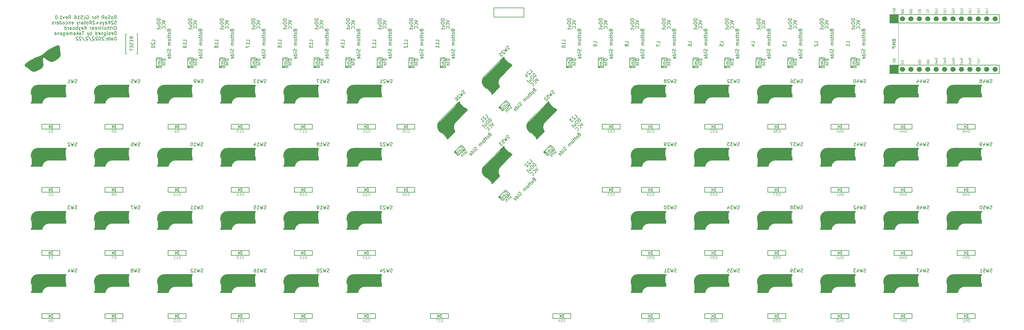
<source format=gbo>
G04 #@! TF.GenerationSoftware,KiCad,Pcbnew,(6.0.2)*
G04 #@! TF.CreationDate,2022-02-24T21:52:04+09:00*
G04 #@! TF.ProjectId,RoSoR,526f536f-522e-46b6-9963-61645f706362,rev?*
G04 #@! TF.SameCoordinates,Original*
G04 #@! TF.FileFunction,Legend,Bot*
G04 #@! TF.FilePolarity,Positive*
%FSLAX46Y46*%
G04 Gerber Fmt 4.6, Leading zero omitted, Abs format (unit mm)*
G04 Created by KiCad (PCBNEW (6.0.2)) date 2022-02-24 21:52:04*
%MOMM*%
%LPD*%
G01*
G04 APERTURE LIST*
%ADD10C,0.150000*%
%ADD11C,0.125000*%
%ADD12C,3.000000*%
%ADD13C,3.500000*%
%ADD14C,0.400000*%
%ADD15C,0.300000*%
%ADD16C,0.500000*%
%ADD17C,1.000000*%
%ADD18C,0.800000*%
%ADD19C,0.200000*%
%ADD20C,0.100000*%
%ADD21C,0.120000*%
%ADD22C,1.524000*%
G04 APERTURE END LIST*
D10*
X52522228Y-21044880D02*
X52855561Y-20568690D01*
X53093656Y-21044880D02*
X53093656Y-20044880D01*
X52712704Y-20044880D01*
X52617466Y-20092500D01*
X52569847Y-20140119D01*
X52522228Y-20235357D01*
X52522228Y-20378214D01*
X52569847Y-20473452D01*
X52617466Y-20521071D01*
X52712704Y-20568690D01*
X53093656Y-20568690D01*
X51950799Y-21044880D02*
X52046037Y-20997261D01*
X52093656Y-20949642D01*
X52141275Y-20854404D01*
X52141275Y-20568690D01*
X52093656Y-20473452D01*
X52046037Y-20425833D01*
X51950799Y-20378214D01*
X51807942Y-20378214D01*
X51712704Y-20425833D01*
X51665085Y-20473452D01*
X51617466Y-20568690D01*
X51617466Y-20854404D01*
X51665085Y-20949642D01*
X51712704Y-20997261D01*
X51807942Y-21044880D01*
X51950799Y-21044880D01*
X51236513Y-20997261D02*
X51093656Y-21044880D01*
X50855561Y-21044880D01*
X50760323Y-20997261D01*
X50712704Y-20949642D01*
X50665085Y-20854404D01*
X50665085Y-20759166D01*
X50712704Y-20663928D01*
X50760323Y-20616309D01*
X50855561Y-20568690D01*
X51046037Y-20521071D01*
X51141275Y-20473452D01*
X51188894Y-20425833D01*
X51236513Y-20330595D01*
X51236513Y-20235357D01*
X51188894Y-20140119D01*
X51141275Y-20092500D01*
X51046037Y-20044880D01*
X50807942Y-20044880D01*
X50665085Y-20092500D01*
X50093656Y-21044880D02*
X50188894Y-20997261D01*
X50236513Y-20949642D01*
X50284132Y-20854404D01*
X50284132Y-20568690D01*
X50236513Y-20473452D01*
X50188894Y-20425833D01*
X50093656Y-20378214D01*
X49950799Y-20378214D01*
X49855561Y-20425833D01*
X49807942Y-20473452D01*
X49760323Y-20568690D01*
X49760323Y-20854404D01*
X49807942Y-20949642D01*
X49855561Y-20997261D01*
X49950799Y-21044880D01*
X50093656Y-21044880D01*
X48760323Y-21044880D02*
X49093656Y-20568690D01*
X49331752Y-21044880D02*
X49331752Y-20044880D01*
X48950799Y-20044880D01*
X48855561Y-20092500D01*
X48807942Y-20140119D01*
X48760323Y-20235357D01*
X48760323Y-20378214D01*
X48807942Y-20473452D01*
X48855561Y-20521071D01*
X48950799Y-20568690D01*
X49331752Y-20568690D01*
X47712704Y-20378214D02*
X47331752Y-20378214D01*
X47569847Y-21044880D02*
X47569847Y-20187738D01*
X47522228Y-20092500D01*
X47426990Y-20044880D01*
X47331752Y-20044880D01*
X46855561Y-21044880D02*
X46950799Y-20997261D01*
X46998418Y-20949642D01*
X47046037Y-20854404D01*
X47046037Y-20568690D01*
X46998418Y-20473452D01*
X46950799Y-20425833D01*
X46855561Y-20378214D01*
X46712704Y-20378214D01*
X46617466Y-20425833D01*
X46569847Y-20473452D01*
X46522228Y-20568690D01*
X46522228Y-20854404D01*
X46569847Y-20949642D01*
X46617466Y-20997261D01*
X46712704Y-21044880D01*
X46855561Y-21044880D01*
X46093656Y-21044880D02*
X46093656Y-20378214D01*
X46093656Y-20568690D02*
X46046037Y-20473452D01*
X45998418Y-20425833D01*
X45903180Y-20378214D01*
X45807942Y-20378214D01*
X44188894Y-20092500D02*
X44284132Y-20044880D01*
X44426990Y-20044880D01*
X44569847Y-20092500D01*
X44665085Y-20187738D01*
X44712704Y-20282976D01*
X44760323Y-20473452D01*
X44760323Y-20616309D01*
X44712704Y-20806785D01*
X44665085Y-20902023D01*
X44569847Y-20997261D01*
X44426990Y-21044880D01*
X44331752Y-21044880D01*
X44188894Y-20997261D01*
X44141275Y-20949642D01*
X44141275Y-20616309D01*
X44331752Y-20616309D01*
X43236513Y-21044880D02*
X43712704Y-21044880D01*
X43712704Y-20044880D01*
X42426990Y-20044880D02*
X42903180Y-20044880D01*
X42950799Y-20521071D01*
X42903180Y-20473452D01*
X42807942Y-20425833D01*
X42569847Y-20425833D01*
X42474609Y-20473452D01*
X42426990Y-20521071D01*
X42379371Y-20616309D01*
X42379371Y-20854404D01*
X42426990Y-20949642D01*
X42474609Y-20997261D01*
X42569847Y-21044880D01*
X42807942Y-21044880D01*
X42903180Y-20997261D01*
X42950799Y-20949642D01*
X41426990Y-21044880D02*
X41998418Y-21044880D01*
X41712704Y-21044880D02*
X41712704Y-20044880D01*
X41807942Y-20187738D01*
X41903180Y-20282976D01*
X41998418Y-20330595D01*
X40569847Y-20044880D02*
X40760323Y-20044880D01*
X40855561Y-20092500D01*
X40903180Y-20140119D01*
X40998418Y-20282976D01*
X41046037Y-20473452D01*
X41046037Y-20854404D01*
X40998418Y-20949642D01*
X40950799Y-20997261D01*
X40855561Y-21044880D01*
X40665085Y-21044880D01*
X40569847Y-20997261D01*
X40522228Y-20949642D01*
X40474609Y-20854404D01*
X40474609Y-20616309D01*
X40522228Y-20521071D01*
X40569847Y-20473452D01*
X40665085Y-20425833D01*
X40855561Y-20425833D01*
X40950799Y-20473452D01*
X40998418Y-20521071D01*
X41046037Y-20616309D01*
X38712704Y-21044880D02*
X39046037Y-20568690D01*
X39284132Y-21044880D02*
X39284132Y-20044880D01*
X38903180Y-20044880D01*
X38807942Y-20092500D01*
X38760323Y-20140119D01*
X38712704Y-20235357D01*
X38712704Y-20378214D01*
X38760323Y-20473452D01*
X38807942Y-20521071D01*
X38903180Y-20568690D01*
X39284132Y-20568690D01*
X37903180Y-20997261D02*
X37998418Y-21044880D01*
X38188894Y-21044880D01*
X38284132Y-20997261D01*
X38331752Y-20902023D01*
X38331752Y-20521071D01*
X38284132Y-20425833D01*
X38188894Y-20378214D01*
X37998418Y-20378214D01*
X37903180Y-20425833D01*
X37855561Y-20521071D01*
X37855561Y-20616309D01*
X38331752Y-20711547D01*
X37522228Y-20378214D02*
X37284132Y-21044880D01*
X37046037Y-20378214D01*
X36141275Y-21044880D02*
X36712704Y-21044880D01*
X36426990Y-21044880D02*
X36426990Y-20044880D01*
X36522228Y-20187738D01*
X36617466Y-20282976D01*
X36712704Y-20330595D01*
X35712704Y-20949642D02*
X35665085Y-20997261D01*
X35712704Y-21044880D01*
X35760323Y-20997261D01*
X35712704Y-20949642D01*
X35712704Y-21044880D01*
X35046037Y-20044880D02*
X34950799Y-20044880D01*
X34855561Y-20092500D01*
X34807942Y-20140119D01*
X34760323Y-20235357D01*
X34712704Y-20425833D01*
X34712704Y-20663928D01*
X34760323Y-20854404D01*
X34807942Y-20949642D01*
X34855561Y-20997261D01*
X34950799Y-21044880D01*
X35046037Y-21044880D01*
X35141275Y-20997261D01*
X35188894Y-20949642D01*
X35236513Y-20854404D01*
X35284132Y-20663928D01*
X35284132Y-20425833D01*
X35236513Y-20235357D01*
X35188894Y-20140119D01*
X35141275Y-20092500D01*
X35046037Y-20044880D01*
X52617466Y-21654880D02*
X53093656Y-21654880D01*
X53141275Y-22131071D01*
X53093656Y-22083452D01*
X52998418Y-22035833D01*
X52760323Y-22035833D01*
X52665085Y-22083452D01*
X52617466Y-22131071D01*
X52569847Y-22226309D01*
X52569847Y-22464404D01*
X52617466Y-22559642D01*
X52665085Y-22607261D01*
X52760323Y-22654880D01*
X52998418Y-22654880D01*
X53093656Y-22607261D01*
X53141275Y-22559642D01*
X52188894Y-21750119D02*
X52141275Y-21702500D01*
X52046037Y-21654880D01*
X51807942Y-21654880D01*
X51712704Y-21702500D01*
X51665085Y-21750119D01*
X51617466Y-21845357D01*
X51617466Y-21940595D01*
X51665085Y-22083452D01*
X52236513Y-22654880D01*
X51617466Y-22654880D01*
X51188894Y-22654880D02*
X51188894Y-21654880D01*
X50617466Y-22654880D02*
X51046037Y-22083452D01*
X50617466Y-21654880D02*
X51188894Y-22226309D01*
X49807942Y-22607261D02*
X49903180Y-22654880D01*
X50093656Y-22654880D01*
X50188894Y-22607261D01*
X50236513Y-22512023D01*
X50236513Y-22131071D01*
X50188894Y-22035833D01*
X50093656Y-21988214D01*
X49903180Y-21988214D01*
X49807942Y-22035833D01*
X49760323Y-22131071D01*
X49760323Y-22226309D01*
X50236513Y-22321547D01*
X49426990Y-21988214D02*
X49188894Y-22654880D01*
X48950799Y-21988214D02*
X49188894Y-22654880D01*
X49284132Y-22892976D01*
X49331752Y-22940595D01*
X49426990Y-22988214D01*
X48617466Y-22607261D02*
X48522228Y-22654880D01*
X48331752Y-22654880D01*
X48236513Y-22607261D01*
X48188894Y-22512023D01*
X48188894Y-22464404D01*
X48236513Y-22369166D01*
X48331752Y-22321547D01*
X48474609Y-22321547D01*
X48569847Y-22273928D01*
X48617466Y-22178690D01*
X48617466Y-22131071D01*
X48569847Y-22035833D01*
X48474609Y-21988214D01*
X48331752Y-21988214D01*
X48236513Y-22035833D01*
X47760323Y-22273928D02*
X46998418Y-22273928D01*
X47379371Y-22654880D02*
X47379371Y-21892976D01*
X46569847Y-21750119D02*
X46522228Y-21702500D01*
X46426990Y-21654880D01*
X46188894Y-21654880D01*
X46093656Y-21702500D01*
X46046037Y-21750119D01*
X45998418Y-21845357D01*
X45998418Y-21940595D01*
X46046037Y-22083452D01*
X46617466Y-22654880D01*
X45998418Y-22654880D01*
X44998418Y-22654880D02*
X45331752Y-22178690D01*
X45569847Y-22654880D02*
X45569847Y-21654880D01*
X45188894Y-21654880D01*
X45093656Y-21702500D01*
X45046037Y-21750119D01*
X44998418Y-21845357D01*
X44998418Y-21988214D01*
X45046037Y-22083452D01*
X45093656Y-22131071D01*
X45188894Y-22178690D01*
X45569847Y-22178690D01*
X44426990Y-22654880D02*
X44522228Y-22607261D01*
X44569847Y-22559642D01*
X44617466Y-22464404D01*
X44617466Y-22178690D01*
X44569847Y-22083452D01*
X44522228Y-22035833D01*
X44426990Y-21988214D01*
X44284132Y-21988214D01*
X44188894Y-22035833D01*
X44141275Y-22083452D01*
X44093656Y-22178690D01*
X44093656Y-22464404D01*
X44141275Y-22559642D01*
X44188894Y-22607261D01*
X44284132Y-22654880D01*
X44426990Y-22654880D01*
X43807942Y-21988214D02*
X43426990Y-21988214D01*
X43665085Y-21654880D02*
X43665085Y-22512023D01*
X43617466Y-22607261D01*
X43522228Y-22654880D01*
X43426990Y-22654880D01*
X42665085Y-22654880D02*
X42665085Y-22131071D01*
X42712704Y-22035833D01*
X42807942Y-21988214D01*
X42998418Y-21988214D01*
X43093656Y-22035833D01*
X42665085Y-22607261D02*
X42760323Y-22654880D01*
X42998418Y-22654880D01*
X43093656Y-22607261D01*
X43141275Y-22512023D01*
X43141275Y-22416785D01*
X43093656Y-22321547D01*
X42998418Y-22273928D01*
X42760323Y-22273928D01*
X42665085Y-22226309D01*
X42188894Y-22654880D02*
X42188894Y-21988214D01*
X42188894Y-22178690D02*
X42141275Y-22083452D01*
X42093656Y-22035833D01*
X41998418Y-21988214D01*
X41903180Y-21988214D01*
X41665085Y-21988214D02*
X41426990Y-22654880D01*
X41188894Y-21988214D02*
X41426990Y-22654880D01*
X41522228Y-22892976D01*
X41569847Y-22940595D01*
X41665085Y-22988214D01*
X39665085Y-22607261D02*
X39760323Y-22654880D01*
X39950799Y-22654880D01*
X40046037Y-22607261D01*
X40093656Y-22512023D01*
X40093656Y-22131071D01*
X40046037Y-22035833D01*
X39950799Y-21988214D01*
X39760323Y-21988214D01*
X39665085Y-22035833D01*
X39617466Y-22131071D01*
X39617466Y-22226309D01*
X40093656Y-22321547D01*
X39188894Y-21988214D02*
X39188894Y-22654880D01*
X39188894Y-22083452D02*
X39141275Y-22035833D01*
X39046037Y-21988214D01*
X38903180Y-21988214D01*
X38807942Y-22035833D01*
X38760323Y-22131071D01*
X38760323Y-22654880D01*
X37855561Y-22607261D02*
X37950799Y-22654880D01*
X38141275Y-22654880D01*
X38236513Y-22607261D01*
X38284132Y-22559642D01*
X38331752Y-22464404D01*
X38331752Y-22178690D01*
X38284132Y-22083452D01*
X38236513Y-22035833D01*
X38141275Y-21988214D01*
X37950799Y-21988214D01*
X37855561Y-22035833D01*
X37284132Y-22654880D02*
X37379371Y-22607261D01*
X37426990Y-22559642D01*
X37474609Y-22464404D01*
X37474609Y-22178690D01*
X37426990Y-22083452D01*
X37379371Y-22035833D01*
X37284132Y-21988214D01*
X37141275Y-21988214D01*
X37046037Y-22035833D01*
X36998418Y-22083452D01*
X36950799Y-22178690D01*
X36950799Y-22464404D01*
X36998418Y-22559642D01*
X37046037Y-22607261D01*
X37141275Y-22654880D01*
X37284132Y-22654880D01*
X36093656Y-22654880D02*
X36093656Y-21654880D01*
X36093656Y-22607261D02*
X36188894Y-22654880D01*
X36379371Y-22654880D01*
X36474609Y-22607261D01*
X36522228Y-22559642D01*
X36569847Y-22464404D01*
X36569847Y-22178690D01*
X36522228Y-22083452D01*
X36474609Y-22035833D01*
X36379371Y-21988214D01*
X36188894Y-21988214D01*
X36093656Y-22035833D01*
X35236513Y-22607261D02*
X35331752Y-22654880D01*
X35522228Y-22654880D01*
X35617466Y-22607261D01*
X35665085Y-22512023D01*
X35665085Y-22131071D01*
X35617466Y-22035833D01*
X35522228Y-21988214D01*
X35331752Y-21988214D01*
X35236513Y-22035833D01*
X35188894Y-22131071D01*
X35188894Y-22226309D01*
X35665085Y-22321547D01*
X34760323Y-22654880D02*
X34760323Y-21988214D01*
X34760323Y-22178690D02*
X34712704Y-22083452D01*
X34665085Y-22035833D01*
X34569847Y-21988214D01*
X34474609Y-21988214D01*
X34188894Y-22607261D02*
X34093656Y-22654880D01*
X33903180Y-22654880D01*
X33807942Y-22607261D01*
X33760323Y-22512023D01*
X33760323Y-22464404D01*
X33807942Y-22369166D01*
X33903180Y-22321547D01*
X34046037Y-22321547D01*
X34141275Y-22273928D01*
X34188894Y-22178690D01*
X34188894Y-22131071D01*
X34141275Y-22035833D01*
X34046037Y-21988214D01*
X33903180Y-21988214D01*
X33807942Y-22035833D01*
X52903180Y-23264880D02*
X52712704Y-23264880D01*
X52617466Y-23312500D01*
X52522228Y-23407738D01*
X52474609Y-23598214D01*
X52474609Y-23931547D01*
X52522228Y-24122023D01*
X52617466Y-24217261D01*
X52712704Y-24264880D01*
X52903180Y-24264880D01*
X52998418Y-24217261D01*
X53093656Y-24122023D01*
X53141275Y-23931547D01*
X53141275Y-23598214D01*
X53093656Y-23407738D01*
X52998418Y-23312500D01*
X52903180Y-23264880D01*
X52046037Y-24264880D02*
X52046037Y-23598214D01*
X52046037Y-23788690D02*
X51998418Y-23693452D01*
X51950799Y-23645833D01*
X51855561Y-23598214D01*
X51760323Y-23598214D01*
X51569847Y-23598214D02*
X51188894Y-23598214D01*
X51426990Y-23264880D02*
X51426990Y-24122023D01*
X51379371Y-24217261D01*
X51284132Y-24264880D01*
X51188894Y-24264880D01*
X50855561Y-24264880D02*
X50855561Y-23264880D01*
X50426990Y-24264880D02*
X50426990Y-23741071D01*
X50474609Y-23645833D01*
X50569847Y-23598214D01*
X50712704Y-23598214D01*
X50807942Y-23645833D01*
X50855561Y-23693452D01*
X49807942Y-24264880D02*
X49903180Y-24217261D01*
X49950799Y-24169642D01*
X49998418Y-24074404D01*
X49998418Y-23788690D01*
X49950799Y-23693452D01*
X49903180Y-23645833D01*
X49807942Y-23598214D01*
X49665085Y-23598214D01*
X49569847Y-23645833D01*
X49522228Y-23693452D01*
X49474609Y-23788690D01*
X49474609Y-24074404D01*
X49522228Y-24169642D01*
X49569847Y-24217261D01*
X49665085Y-24264880D01*
X49807942Y-24264880D01*
X48903180Y-24264880D02*
X48998418Y-24217261D01*
X49046037Y-24122023D01*
X49046037Y-23264880D01*
X48522228Y-24264880D02*
X48522228Y-23598214D01*
X48522228Y-23264880D02*
X48569847Y-23312500D01*
X48522228Y-23360119D01*
X48474609Y-23312500D01*
X48522228Y-23264880D01*
X48522228Y-23360119D01*
X48046037Y-23598214D02*
X48046037Y-24264880D01*
X48046037Y-23693452D02*
X47998418Y-23645833D01*
X47903180Y-23598214D01*
X47760323Y-23598214D01*
X47665085Y-23645833D01*
X47617466Y-23741071D01*
X47617466Y-24264880D01*
X46760323Y-24217261D02*
X46855561Y-24264880D01*
X47046037Y-24264880D01*
X47141275Y-24217261D01*
X47188894Y-24122023D01*
X47188894Y-23741071D01*
X47141275Y-23645833D01*
X47046037Y-23598214D01*
X46855561Y-23598214D01*
X46760323Y-23645833D01*
X46712704Y-23741071D01*
X46712704Y-23836309D01*
X47188894Y-23931547D01*
X45855561Y-24264880D02*
X45855561Y-23741071D01*
X45903180Y-23645833D01*
X45998418Y-23598214D01*
X46188894Y-23598214D01*
X46284132Y-23645833D01*
X45855561Y-24217261D02*
X45950799Y-24264880D01*
X46188894Y-24264880D01*
X46284132Y-24217261D01*
X46331752Y-24122023D01*
X46331752Y-24026785D01*
X46284132Y-23931547D01*
X46188894Y-23883928D01*
X45950799Y-23883928D01*
X45855561Y-23836309D01*
X45379371Y-24264880D02*
X45379371Y-23598214D01*
X45379371Y-23788690D02*
X45331752Y-23693452D01*
X45284132Y-23645833D01*
X45188894Y-23598214D01*
X45093656Y-23598214D01*
X43998418Y-24264880D02*
X43998418Y-23264880D01*
X43426990Y-24264880D02*
X43855561Y-23693452D01*
X43426990Y-23264880D02*
X43998418Y-23836309D01*
X42617466Y-24217261D02*
X42712704Y-24264880D01*
X42903180Y-24264880D01*
X42998418Y-24217261D01*
X43046037Y-24122023D01*
X43046037Y-23741071D01*
X42998418Y-23645833D01*
X42903180Y-23598214D01*
X42712704Y-23598214D01*
X42617466Y-23645833D01*
X42569847Y-23741071D01*
X42569847Y-23836309D01*
X43046037Y-23931547D01*
X42236513Y-23598214D02*
X41998418Y-24264880D01*
X41760323Y-23598214D02*
X41998418Y-24264880D01*
X42093656Y-24502976D01*
X42141275Y-24550595D01*
X42236513Y-24598214D01*
X41379371Y-24264880D02*
X41379371Y-23264880D01*
X41379371Y-23645833D02*
X41284132Y-23598214D01*
X41093656Y-23598214D01*
X40998418Y-23645833D01*
X40950799Y-23693452D01*
X40903180Y-23788690D01*
X40903180Y-24074404D01*
X40950799Y-24169642D01*
X40998418Y-24217261D01*
X41093656Y-24264880D01*
X41284132Y-24264880D01*
X41379371Y-24217261D01*
X40331752Y-24264880D02*
X40426990Y-24217261D01*
X40474609Y-24169642D01*
X40522228Y-24074404D01*
X40522228Y-23788690D01*
X40474609Y-23693452D01*
X40426990Y-23645833D01*
X40331752Y-23598214D01*
X40188894Y-23598214D01*
X40093656Y-23645833D01*
X40046037Y-23693452D01*
X39998418Y-23788690D01*
X39998418Y-24074404D01*
X40046037Y-24169642D01*
X40093656Y-24217261D01*
X40188894Y-24264880D01*
X40331752Y-24264880D01*
X39141275Y-24264880D02*
X39141275Y-23741071D01*
X39188894Y-23645833D01*
X39284132Y-23598214D01*
X39474609Y-23598214D01*
X39569847Y-23645833D01*
X39141275Y-24217261D02*
X39236513Y-24264880D01*
X39474609Y-24264880D01*
X39569847Y-24217261D01*
X39617466Y-24122023D01*
X39617466Y-24026785D01*
X39569847Y-23931547D01*
X39474609Y-23883928D01*
X39236513Y-23883928D01*
X39141275Y-23836309D01*
X38665085Y-24264880D02*
X38665085Y-23598214D01*
X38665085Y-23788690D02*
X38617466Y-23693452D01*
X38569847Y-23645833D01*
X38474609Y-23598214D01*
X38379371Y-23598214D01*
X37617466Y-24264880D02*
X37617466Y-23264880D01*
X37617466Y-24217261D02*
X37712704Y-24264880D01*
X37903180Y-24264880D01*
X37998418Y-24217261D01*
X38046037Y-24169642D01*
X38093656Y-24074404D01*
X38093656Y-23788690D01*
X38046037Y-23693452D01*
X37998418Y-23645833D01*
X37903180Y-23598214D01*
X37712704Y-23598214D01*
X37617466Y-23645833D01*
X53093656Y-25874880D02*
X53093656Y-24874880D01*
X52855561Y-24874880D01*
X52712704Y-24922500D01*
X52617466Y-25017738D01*
X52569847Y-25112976D01*
X52522228Y-25303452D01*
X52522228Y-25446309D01*
X52569847Y-25636785D01*
X52617466Y-25732023D01*
X52712704Y-25827261D01*
X52855561Y-25874880D01*
X53093656Y-25874880D01*
X51712704Y-25827261D02*
X51807942Y-25874880D01*
X51998418Y-25874880D01*
X52093656Y-25827261D01*
X52141275Y-25732023D01*
X52141275Y-25351071D01*
X52093656Y-25255833D01*
X51998418Y-25208214D01*
X51807942Y-25208214D01*
X51712704Y-25255833D01*
X51665085Y-25351071D01*
X51665085Y-25446309D01*
X52141275Y-25541547D01*
X51284132Y-25827261D02*
X51188894Y-25874880D01*
X50998418Y-25874880D01*
X50903180Y-25827261D01*
X50855561Y-25732023D01*
X50855561Y-25684404D01*
X50903180Y-25589166D01*
X50998418Y-25541547D01*
X51141275Y-25541547D01*
X51236513Y-25493928D01*
X51284132Y-25398690D01*
X51284132Y-25351071D01*
X51236513Y-25255833D01*
X51141275Y-25208214D01*
X50998418Y-25208214D01*
X50903180Y-25255833D01*
X50426990Y-25874880D02*
X50426990Y-25208214D01*
X50426990Y-24874880D02*
X50474609Y-24922500D01*
X50426990Y-24970119D01*
X50379371Y-24922500D01*
X50426990Y-24874880D01*
X50426990Y-24970119D01*
X49522228Y-25208214D02*
X49522228Y-26017738D01*
X49569847Y-26112976D01*
X49617466Y-26160595D01*
X49712704Y-26208214D01*
X49855561Y-26208214D01*
X49950799Y-26160595D01*
X49522228Y-25827261D02*
X49617466Y-25874880D01*
X49807942Y-25874880D01*
X49903180Y-25827261D01*
X49950799Y-25779642D01*
X49998418Y-25684404D01*
X49998418Y-25398690D01*
X49950799Y-25303452D01*
X49903180Y-25255833D01*
X49807942Y-25208214D01*
X49617466Y-25208214D01*
X49522228Y-25255833D01*
X49046037Y-25208214D02*
X49046037Y-25874880D01*
X49046037Y-25303452D02*
X48998418Y-25255833D01*
X48903180Y-25208214D01*
X48760323Y-25208214D01*
X48665085Y-25255833D01*
X48617466Y-25351071D01*
X48617466Y-25874880D01*
X47760323Y-25827261D02*
X47855561Y-25874880D01*
X48046037Y-25874880D01*
X48141275Y-25827261D01*
X48188894Y-25732023D01*
X48188894Y-25351071D01*
X48141275Y-25255833D01*
X48046037Y-25208214D01*
X47855561Y-25208214D01*
X47760323Y-25255833D01*
X47712704Y-25351071D01*
X47712704Y-25446309D01*
X48188894Y-25541547D01*
X46855561Y-25874880D02*
X46855561Y-24874880D01*
X46855561Y-25827261D02*
X46950799Y-25874880D01*
X47141275Y-25874880D01*
X47236513Y-25827261D01*
X47284132Y-25779642D01*
X47331752Y-25684404D01*
X47331752Y-25398690D01*
X47284132Y-25303452D01*
X47236513Y-25255833D01*
X47141275Y-25208214D01*
X46950799Y-25208214D01*
X46855561Y-25255833D01*
X45617466Y-25874880D02*
X45617466Y-24874880D01*
X45617466Y-25255833D02*
X45522228Y-25208214D01*
X45331752Y-25208214D01*
X45236513Y-25255833D01*
X45188894Y-25303452D01*
X45141275Y-25398690D01*
X45141275Y-25684404D01*
X45188894Y-25779642D01*
X45236513Y-25827261D01*
X45331752Y-25874880D01*
X45522228Y-25874880D01*
X45617466Y-25827261D01*
X44807942Y-25208214D02*
X44569847Y-25874880D01*
X44331752Y-25208214D02*
X44569847Y-25874880D01*
X44665085Y-26112976D01*
X44712704Y-26160595D01*
X44807942Y-26208214D01*
X43331752Y-24874880D02*
X42760323Y-24874880D01*
X43046037Y-25874880D02*
X43046037Y-24874880D01*
X41998418Y-25874880D02*
X41998418Y-25351071D01*
X42046037Y-25255833D01*
X42141275Y-25208214D01*
X42331752Y-25208214D01*
X42426990Y-25255833D01*
X41998418Y-25827261D02*
X42093656Y-25874880D01*
X42331752Y-25874880D01*
X42426990Y-25827261D01*
X42474609Y-25732023D01*
X42474609Y-25636785D01*
X42426990Y-25541547D01*
X42331752Y-25493928D01*
X42093656Y-25493928D01*
X41998418Y-25446309D01*
X41522228Y-25874880D02*
X41522228Y-24874880D01*
X41426990Y-25493928D02*
X41141275Y-25874880D01*
X41141275Y-25208214D02*
X41522228Y-25589166D01*
X40284132Y-25874880D02*
X40284132Y-25351071D01*
X40331752Y-25255833D01*
X40426990Y-25208214D01*
X40617466Y-25208214D01*
X40712704Y-25255833D01*
X40284132Y-25827261D02*
X40379371Y-25874880D01*
X40617466Y-25874880D01*
X40712704Y-25827261D01*
X40760323Y-25732023D01*
X40760323Y-25636785D01*
X40712704Y-25541547D01*
X40617466Y-25493928D01*
X40379371Y-25493928D01*
X40284132Y-25446309D01*
X39807942Y-25874880D02*
X39807942Y-25208214D01*
X39807942Y-25303452D02*
X39760323Y-25255833D01*
X39665085Y-25208214D01*
X39522228Y-25208214D01*
X39426990Y-25255833D01*
X39379371Y-25351071D01*
X39379371Y-25874880D01*
X39379371Y-25351071D02*
X39331752Y-25255833D01*
X39236513Y-25208214D01*
X39093656Y-25208214D01*
X38998418Y-25255833D01*
X38950799Y-25351071D01*
X38950799Y-25874880D01*
X38093656Y-25827261D02*
X38188894Y-25874880D01*
X38379371Y-25874880D01*
X38474609Y-25827261D01*
X38522228Y-25732023D01*
X38522228Y-25351071D01*
X38474609Y-25255833D01*
X38379371Y-25208214D01*
X38188894Y-25208214D01*
X38093656Y-25255833D01*
X38046037Y-25351071D01*
X38046037Y-25446309D01*
X38522228Y-25541547D01*
X37188894Y-25208214D02*
X37188894Y-26017738D01*
X37236513Y-26112976D01*
X37284132Y-26160595D01*
X37379371Y-26208214D01*
X37522228Y-26208214D01*
X37617466Y-26160595D01*
X37188894Y-25827261D02*
X37284132Y-25874880D01*
X37474609Y-25874880D01*
X37569847Y-25827261D01*
X37617466Y-25779642D01*
X37665085Y-25684404D01*
X37665085Y-25398690D01*
X37617466Y-25303452D01*
X37569847Y-25255833D01*
X37474609Y-25208214D01*
X37284132Y-25208214D01*
X37188894Y-25255833D01*
X36284132Y-25874880D02*
X36284132Y-25351071D01*
X36331752Y-25255833D01*
X36426990Y-25208214D01*
X36617466Y-25208214D01*
X36712704Y-25255833D01*
X36284132Y-25827261D02*
X36379371Y-25874880D01*
X36617466Y-25874880D01*
X36712704Y-25827261D01*
X36760323Y-25732023D01*
X36760323Y-25636785D01*
X36712704Y-25541547D01*
X36617466Y-25493928D01*
X36379371Y-25493928D01*
X36284132Y-25446309D01*
X35807942Y-25208214D02*
X35807942Y-25874880D01*
X35807942Y-25303452D02*
X35760323Y-25255833D01*
X35665085Y-25208214D01*
X35522228Y-25208214D01*
X35426990Y-25255833D01*
X35379371Y-25351071D01*
X35379371Y-25874880D01*
X34522228Y-25827261D02*
X34617466Y-25874880D01*
X34807942Y-25874880D01*
X34903180Y-25827261D01*
X34950799Y-25732023D01*
X34950799Y-25351071D01*
X34903180Y-25255833D01*
X34807942Y-25208214D01*
X34617466Y-25208214D01*
X34522228Y-25255833D01*
X34474609Y-25351071D01*
X34474609Y-25446309D01*
X34950799Y-25541547D01*
X53093656Y-27484880D02*
X53093656Y-26484880D01*
X52855561Y-26484880D01*
X52712704Y-26532500D01*
X52617466Y-26627738D01*
X52569847Y-26722976D01*
X52522228Y-26913452D01*
X52522228Y-27056309D01*
X52569847Y-27246785D01*
X52617466Y-27342023D01*
X52712704Y-27437261D01*
X52855561Y-27484880D01*
X53093656Y-27484880D01*
X51665085Y-27484880D02*
X51665085Y-26961071D01*
X51712704Y-26865833D01*
X51807942Y-26818214D01*
X51998418Y-26818214D01*
X52093656Y-26865833D01*
X51665085Y-27437261D02*
X51760323Y-27484880D01*
X51998418Y-27484880D01*
X52093656Y-27437261D01*
X52141275Y-27342023D01*
X52141275Y-27246785D01*
X52093656Y-27151547D01*
X51998418Y-27103928D01*
X51760323Y-27103928D01*
X51665085Y-27056309D01*
X51331752Y-26818214D02*
X50950799Y-26818214D01*
X51188894Y-26484880D02*
X51188894Y-27342023D01*
X51141275Y-27437261D01*
X51046037Y-27484880D01*
X50950799Y-27484880D01*
X50236513Y-27437261D02*
X50331752Y-27484880D01*
X50522228Y-27484880D01*
X50617466Y-27437261D01*
X50665085Y-27342023D01*
X50665085Y-26961071D01*
X50617466Y-26865833D01*
X50522228Y-26818214D01*
X50331752Y-26818214D01*
X50236513Y-26865833D01*
X50188894Y-26961071D01*
X50188894Y-27056309D01*
X50665085Y-27151547D01*
X49760323Y-27389642D02*
X49712704Y-27437261D01*
X49760323Y-27484880D01*
X49807942Y-27437261D01*
X49760323Y-27389642D01*
X49760323Y-27484880D01*
X49760323Y-26865833D02*
X49712704Y-26913452D01*
X49760323Y-26961071D01*
X49807942Y-26913452D01*
X49760323Y-26865833D01*
X49760323Y-26961071D01*
X49331752Y-26580119D02*
X49284132Y-26532500D01*
X49188894Y-26484880D01*
X48950799Y-26484880D01*
X48855561Y-26532500D01*
X48807942Y-26580119D01*
X48760323Y-26675357D01*
X48760323Y-26770595D01*
X48807942Y-26913452D01*
X49379371Y-27484880D01*
X48760323Y-27484880D01*
X48141275Y-26484880D02*
X48046037Y-26484880D01*
X47950799Y-26532500D01*
X47903180Y-26580119D01*
X47855561Y-26675357D01*
X47807942Y-26865833D01*
X47807942Y-27103928D01*
X47855561Y-27294404D01*
X47903180Y-27389642D01*
X47950799Y-27437261D01*
X48046037Y-27484880D01*
X48141275Y-27484880D01*
X48236513Y-27437261D01*
X48284132Y-27389642D01*
X48331752Y-27294404D01*
X48379371Y-27103928D01*
X48379371Y-26865833D01*
X48331752Y-26675357D01*
X48284132Y-26580119D01*
X48236513Y-26532500D01*
X48141275Y-26484880D01*
X47426990Y-26580119D02*
X47379371Y-26532500D01*
X47284132Y-26484880D01*
X47046037Y-26484880D01*
X46950799Y-26532500D01*
X46903180Y-26580119D01*
X46855561Y-26675357D01*
X46855561Y-26770595D01*
X46903180Y-26913452D01*
X47474609Y-27484880D01*
X46855561Y-27484880D01*
X46474609Y-26580119D02*
X46426990Y-26532500D01*
X46331752Y-26484880D01*
X46093656Y-26484880D01*
X45998418Y-26532500D01*
X45950799Y-26580119D01*
X45903180Y-26675357D01*
X45903180Y-26770595D01*
X45950799Y-26913452D01*
X46522228Y-27484880D01*
X45903180Y-27484880D01*
X44760323Y-26437261D02*
X45617466Y-27722976D01*
X44474609Y-26580119D02*
X44426990Y-26532500D01*
X44331752Y-26484880D01*
X44093656Y-26484880D01*
X43998418Y-26532500D01*
X43950799Y-26580119D01*
X43903180Y-26675357D01*
X43903180Y-26770595D01*
X43950799Y-26913452D01*
X44522228Y-27484880D01*
X43903180Y-27484880D01*
X42760323Y-26437261D02*
X43617466Y-27722976D01*
X42474609Y-26580119D02*
X42426990Y-26532500D01*
X42331752Y-26484880D01*
X42093656Y-26484880D01*
X41998418Y-26532500D01*
X41950799Y-26580119D01*
X41903180Y-26675357D01*
X41903180Y-26770595D01*
X41950799Y-26913452D01*
X42522228Y-27484880D01*
X41903180Y-27484880D01*
X41522228Y-26580119D02*
X41474609Y-26532500D01*
X41379371Y-26484880D01*
X41141275Y-26484880D01*
X41046037Y-26532500D01*
X40998418Y-26580119D01*
X40950799Y-26675357D01*
X40950799Y-26770595D01*
X40998418Y-26913452D01*
X41569847Y-27484880D01*
X40950799Y-27484880D01*
X260175365Y-40290732D02*
X260032508Y-40338351D01*
X259794413Y-40338351D01*
X259699175Y-40290732D01*
X259651556Y-40243113D01*
X259603937Y-40147875D01*
X259603937Y-40052637D01*
X259651556Y-39957399D01*
X259699175Y-39909780D01*
X259794413Y-39862161D01*
X259984889Y-39814542D01*
X260080127Y-39766923D01*
X260127746Y-39719304D01*
X260175365Y-39624066D01*
X260175365Y-39528828D01*
X260127746Y-39433590D01*
X260080127Y-39385971D01*
X259984889Y-39338351D01*
X259746794Y-39338351D01*
X259603937Y-39385971D01*
X259270603Y-39338351D02*
X259032508Y-40338351D01*
X258842032Y-39624066D01*
X258651556Y-40338351D01*
X258413461Y-39338351D01*
X258127746Y-39338351D02*
X257508699Y-39338351D01*
X257842032Y-39719304D01*
X257699175Y-39719304D01*
X257603937Y-39766923D01*
X257556318Y-39814542D01*
X257508699Y-39909780D01*
X257508699Y-40147875D01*
X257556318Y-40243113D01*
X257603937Y-40290732D01*
X257699175Y-40338351D01*
X257984889Y-40338351D01*
X258080127Y-40290732D01*
X258127746Y-40243113D01*
X256651556Y-39338351D02*
X256842032Y-39338351D01*
X256937270Y-39385971D01*
X256984889Y-39433590D01*
X257080127Y-39576447D01*
X257127746Y-39766923D01*
X257127746Y-40147875D01*
X257080127Y-40243113D01*
X257032508Y-40290732D01*
X256937270Y-40338351D01*
X256746794Y-40338351D01*
X256651556Y-40290732D01*
X256603937Y-40243113D01*
X256556318Y-40147875D01*
X256556318Y-39909780D01*
X256603937Y-39814542D01*
X256651556Y-39766923D01*
X256746794Y-39719304D01*
X256937270Y-39719304D01*
X257032508Y-39766923D01*
X257080127Y-39814542D01*
X257127746Y-39909780D01*
X185368316Y-43208599D02*
X185300972Y-43343286D01*
X185132614Y-43511645D01*
X185031598Y-43545316D01*
X184964255Y-43545316D01*
X184863240Y-43511645D01*
X184795896Y-43444301D01*
X184762224Y-43343286D01*
X184762224Y-43275942D01*
X184795896Y-43174927D01*
X184896911Y-43006568D01*
X184930583Y-42905553D01*
X184930583Y-42838210D01*
X184896911Y-42737194D01*
X184829568Y-42669851D01*
X184728553Y-42636179D01*
X184661209Y-42636179D01*
X184560194Y-42669851D01*
X184391835Y-42838210D01*
X184324492Y-42972897D01*
X184055118Y-43174927D02*
X184593866Y-44050393D01*
X183954102Y-43680003D01*
X184324492Y-44319767D01*
X183449026Y-43781019D01*
X182842935Y-44387110D02*
X183179652Y-44050393D01*
X183550041Y-44353438D01*
X183482698Y-44353438D01*
X183381683Y-44387110D01*
X183213324Y-44555469D01*
X183179652Y-44656484D01*
X183179652Y-44723828D01*
X183213324Y-44824843D01*
X183381683Y-44993202D01*
X183482698Y-45026873D01*
X183550041Y-45026873D01*
X183651057Y-44993202D01*
X183819415Y-44824843D01*
X183853087Y-44723828D01*
X183853087Y-44656484D01*
X182607232Y-44757499D02*
X182539889Y-44757499D01*
X182438874Y-44791171D01*
X182270515Y-44959530D01*
X182236843Y-45060545D01*
X182236843Y-45127889D01*
X182270515Y-45228904D01*
X182337858Y-45296247D01*
X182472545Y-45363591D01*
X183280667Y-45363591D01*
X182842935Y-45801324D01*
X60269320Y-40290732D02*
X60126463Y-40338351D01*
X59888367Y-40338351D01*
X59793129Y-40290732D01*
X59745510Y-40243113D01*
X59697891Y-40147875D01*
X59697891Y-40052637D01*
X59745510Y-39957399D01*
X59793129Y-39909780D01*
X59888367Y-39862161D01*
X60078844Y-39814542D01*
X60174082Y-39766923D01*
X60221701Y-39719304D01*
X60269320Y-39624066D01*
X60269320Y-39528828D01*
X60221701Y-39433590D01*
X60174082Y-39385971D01*
X60078844Y-39338351D01*
X59840748Y-39338351D01*
X59697891Y-39385971D01*
X59364558Y-39338351D02*
X59126463Y-40338351D01*
X58935987Y-39624066D01*
X58745510Y-40338351D01*
X58507415Y-39338351D01*
X57650272Y-39338351D02*
X58126463Y-39338351D01*
X58174082Y-39814542D01*
X58126463Y-39766923D01*
X58031225Y-39719304D01*
X57793129Y-39719304D01*
X57697891Y-39766923D01*
X57650272Y-39814542D01*
X57602653Y-39909780D01*
X57602653Y-40147875D01*
X57650272Y-40243113D01*
X57697891Y-40290732D01*
X57793129Y-40338351D01*
X58031225Y-40338351D01*
X58126463Y-40290732D01*
X58174082Y-40243113D01*
D11*
X215284108Y-93440106D02*
X215284108Y-92640106D01*
X215093632Y-92640106D01*
X214979346Y-92678202D01*
X214903156Y-92754392D01*
X214865060Y-92830582D01*
X214826965Y-92982963D01*
X214826965Y-93097249D01*
X214865060Y-93249630D01*
X214903156Y-93325821D01*
X214979346Y-93402011D01*
X215093632Y-93440106D01*
X215284108Y-93440106D01*
X214560299Y-92640106D02*
X214065060Y-92640106D01*
X214331727Y-92944868D01*
X214217441Y-92944868D01*
X214141251Y-92982963D01*
X214103156Y-93021059D01*
X214065060Y-93097249D01*
X214065060Y-93287725D01*
X214103156Y-93363916D01*
X214141251Y-93402011D01*
X214217441Y-93440106D01*
X214446013Y-93440106D01*
X214522203Y-93402011D01*
X214560299Y-93363916D01*
X213569822Y-92640106D02*
X213493632Y-92640106D01*
X213417441Y-92678202D01*
X213379346Y-92716297D01*
X213341251Y-92792487D01*
X213303156Y-92944868D01*
X213303156Y-93135344D01*
X213341251Y-93287725D01*
X213379346Y-93363916D01*
X213417441Y-93402011D01*
X213493632Y-93440106D01*
X213569822Y-93440106D01*
X213646013Y-93402011D01*
X213684108Y-93363916D01*
X213722203Y-93287725D01*
X213760299Y-93135344D01*
X213760299Y-92944868D01*
X213722203Y-92792487D01*
X213684108Y-92716297D01*
X213646013Y-92678202D01*
X213569822Y-92640106D01*
X91459004Y-74390090D02*
X91459004Y-73590090D01*
X91268528Y-73590090D01*
X91154242Y-73628186D01*
X91078052Y-73704376D01*
X91039956Y-73780566D01*
X91001861Y-73932947D01*
X91001861Y-74047233D01*
X91039956Y-74199614D01*
X91078052Y-74275805D01*
X91154242Y-74351995D01*
X91268528Y-74390090D01*
X91459004Y-74390090D01*
X90239956Y-74390090D02*
X90697099Y-74390090D01*
X90468528Y-74390090D02*
X90468528Y-73590090D01*
X90544718Y-73704376D01*
X90620909Y-73780566D01*
X90697099Y-73818662D01*
X89554242Y-73856757D02*
X89554242Y-74390090D01*
X89744718Y-73551995D02*
X89935195Y-74123424D01*
X89439956Y-74123424D01*
D10*
X298275397Y-40290732D02*
X298132540Y-40338351D01*
X297894445Y-40338351D01*
X297799207Y-40290732D01*
X297751588Y-40243113D01*
X297703969Y-40147875D01*
X297703969Y-40052637D01*
X297751588Y-39957399D01*
X297799207Y-39909780D01*
X297894445Y-39862161D01*
X298084921Y-39814542D01*
X298180159Y-39766923D01*
X298227778Y-39719304D01*
X298275397Y-39624066D01*
X298275397Y-39528828D01*
X298227778Y-39433590D01*
X298180159Y-39385971D01*
X298084921Y-39338351D01*
X297846826Y-39338351D01*
X297703969Y-39385971D01*
X297370635Y-39338351D02*
X297132540Y-40338351D01*
X296942064Y-39624066D01*
X296751588Y-40338351D01*
X296513493Y-39338351D01*
X295703969Y-39671685D02*
X295703969Y-40338351D01*
X295942064Y-39290732D02*
X296180159Y-40005018D01*
X295561112Y-40005018D01*
X294751588Y-39671685D02*
X294751588Y-40338351D01*
X294989683Y-39290732D02*
X295227778Y-40005018D01*
X294608731Y-40005018D01*
X58197838Y-26995691D02*
X57721648Y-26662357D01*
X58197838Y-26424262D02*
X57197838Y-26424262D01*
X57197838Y-26805214D01*
X57245458Y-26900452D01*
X57293077Y-26948072D01*
X57388315Y-26995691D01*
X57531172Y-26995691D01*
X57626410Y-26948072D01*
X57674029Y-26900452D01*
X57721648Y-26805214D01*
X57721648Y-26424262D01*
X57674029Y-27424262D02*
X57674029Y-27757595D01*
X58197838Y-27900452D02*
X58197838Y-27424262D01*
X57197838Y-27424262D01*
X57197838Y-27900452D01*
X58150219Y-28281405D02*
X58197838Y-28424262D01*
X58197838Y-28662357D01*
X58150219Y-28757595D01*
X58102600Y-28805214D01*
X58007362Y-28852833D01*
X57912124Y-28852833D01*
X57816886Y-28805214D01*
X57769267Y-28757595D01*
X57721648Y-28662357D01*
X57674029Y-28471881D01*
X57626410Y-28376643D01*
X57578791Y-28329024D01*
X57483553Y-28281405D01*
X57388315Y-28281405D01*
X57293077Y-28329024D01*
X57245458Y-28376643D01*
X57197838Y-28471881D01*
X57197838Y-28709976D01*
X57245458Y-28852833D01*
X57674029Y-29281405D02*
X57674029Y-29614738D01*
X58197838Y-29757595D02*
X58197838Y-29281405D01*
X57197838Y-29281405D01*
X57197838Y-29757595D01*
X57197838Y-30043310D02*
X57197838Y-30614738D01*
X58197838Y-30329024D02*
X57197838Y-30329024D01*
X222075333Y-78390764D02*
X221932476Y-78438383D01*
X221694381Y-78438383D01*
X221599143Y-78390764D01*
X221551524Y-78343145D01*
X221503905Y-78247907D01*
X221503905Y-78152669D01*
X221551524Y-78057431D01*
X221599143Y-78009812D01*
X221694381Y-77962193D01*
X221884857Y-77914574D01*
X221980095Y-77866955D01*
X222027714Y-77819336D01*
X222075333Y-77724098D01*
X222075333Y-77628860D01*
X222027714Y-77533622D01*
X221980095Y-77486003D01*
X221884857Y-77438383D01*
X221646762Y-77438383D01*
X221503905Y-77486003D01*
X221170571Y-77438383D02*
X220932476Y-78438383D01*
X220742000Y-77724098D01*
X220551524Y-78438383D01*
X220313429Y-77438383D01*
X220027714Y-77438383D02*
X219408667Y-77438383D01*
X219742000Y-77819336D01*
X219599143Y-77819336D01*
X219503905Y-77866955D01*
X219456286Y-77914574D01*
X219408667Y-78009812D01*
X219408667Y-78247907D01*
X219456286Y-78343145D01*
X219503905Y-78390764D01*
X219599143Y-78438383D01*
X219884857Y-78438383D01*
X219980095Y-78390764D01*
X220027714Y-78343145D01*
X218789619Y-77438383D02*
X218694381Y-77438383D01*
X218599143Y-77486003D01*
X218551524Y-77533622D01*
X218503905Y-77628860D01*
X218456286Y-77819336D01*
X218456286Y-78057431D01*
X218503905Y-78247907D01*
X218551524Y-78343145D01*
X218599143Y-78390764D01*
X218694381Y-78438383D01*
X218789619Y-78438383D01*
X218884857Y-78390764D01*
X218932476Y-78343145D01*
X218980095Y-78247907D01*
X219027714Y-78057431D01*
X219027714Y-77819336D01*
X218980095Y-77628860D01*
X218932476Y-77533622D01*
X218884857Y-77486003D01*
X218789619Y-77438383D01*
D11*
X272434156Y-112490122D02*
X272434156Y-111690122D01*
X272243680Y-111690122D01*
X272129394Y-111728218D01*
X272053204Y-111804408D01*
X272015108Y-111880598D01*
X271977013Y-112032979D01*
X271977013Y-112147265D01*
X272015108Y-112299646D01*
X272053204Y-112375837D01*
X272129394Y-112452027D01*
X272243680Y-112490122D01*
X272434156Y-112490122D01*
X271291299Y-111956789D02*
X271291299Y-112490122D01*
X271481775Y-111652027D02*
X271672251Y-112223456D01*
X271177013Y-112223456D01*
X270948442Y-111690122D02*
X270453204Y-111690122D01*
X270719870Y-111994884D01*
X270605585Y-111994884D01*
X270529394Y-112032979D01*
X270491299Y-112071075D01*
X270453204Y-112147265D01*
X270453204Y-112337741D01*
X270491299Y-112413932D01*
X270529394Y-112452027D01*
X270605585Y-112490122D01*
X270834156Y-112490122D01*
X270910347Y-112452027D01*
X270948442Y-112413932D01*
X72408988Y-112490122D02*
X72408988Y-111690122D01*
X72218512Y-111690122D01*
X72104226Y-111728218D01*
X72028036Y-111804408D01*
X71989940Y-111880598D01*
X71951845Y-112032979D01*
X71951845Y-112147265D01*
X71989940Y-112299646D01*
X72028036Y-112375837D01*
X72104226Y-112452027D01*
X72218512Y-112490122D01*
X72408988Y-112490122D01*
X71189940Y-112490122D02*
X71647083Y-112490122D01*
X71418512Y-112490122D02*
X71418512Y-111690122D01*
X71494702Y-111804408D01*
X71570893Y-111880598D01*
X71647083Y-111918694D01*
X70885179Y-111766313D02*
X70847083Y-111728218D01*
X70770893Y-111690122D01*
X70580417Y-111690122D01*
X70504226Y-111728218D01*
X70466131Y-111766313D01*
X70428036Y-111842503D01*
X70428036Y-111918694D01*
X70466131Y-112032979D01*
X70923274Y-112490122D01*
X70428036Y-112490122D01*
D10*
X83777380Y-27932142D02*
X83777380Y-27455952D01*
X82777380Y-27455952D01*
X83777380Y-28789285D02*
X83777380Y-28217857D01*
X83777380Y-28503571D02*
X82777380Y-28503571D01*
X82920238Y-28408333D01*
X83015476Y-28313095D01*
X83063095Y-28217857D01*
X83205952Y-29360714D02*
X83158333Y-29265476D01*
X83110714Y-29217857D01*
X83015476Y-29170238D01*
X82967857Y-29170238D01*
X82872619Y-29217857D01*
X82825000Y-29265476D01*
X82777380Y-29360714D01*
X82777380Y-29551190D01*
X82825000Y-29646428D01*
X82872619Y-29694047D01*
X82967857Y-29741666D01*
X83015476Y-29741666D01*
X83110714Y-29694047D01*
X83158333Y-29646428D01*
X83205952Y-29551190D01*
X83205952Y-29360714D01*
X83253571Y-29265476D01*
X83301190Y-29217857D01*
X83396428Y-29170238D01*
X83586904Y-29170238D01*
X83682142Y-29217857D01*
X83729761Y-29265476D01*
X83777380Y-29360714D01*
X83777380Y-29551190D01*
X83729761Y-29646428D01*
X83682142Y-29694047D01*
X83586904Y-29741666D01*
X83396428Y-29741666D01*
X83301190Y-29694047D01*
X83253571Y-29646428D01*
X83205952Y-29551190D01*
X84525000Y-33622142D02*
X84477380Y-33526904D01*
X84477380Y-33384047D01*
X84525000Y-33241190D01*
X84620238Y-33145952D01*
X84715476Y-33098333D01*
X84905952Y-33050714D01*
X85048809Y-33050714D01*
X85239285Y-33098333D01*
X85334523Y-33145952D01*
X85429761Y-33241190D01*
X85477380Y-33384047D01*
X85477380Y-33479285D01*
X85429761Y-33622142D01*
X85382142Y-33669761D01*
X85048809Y-33669761D01*
X85048809Y-33479285D01*
X84810714Y-34098333D02*
X85477380Y-34098333D01*
X84905952Y-34098333D02*
X84858333Y-34145952D01*
X84810714Y-34241190D01*
X84810714Y-34384047D01*
X84858333Y-34479285D01*
X84953571Y-34526904D01*
X85477380Y-34526904D01*
X85477380Y-35431666D02*
X84477380Y-35431666D01*
X85429761Y-35431666D02*
X85477380Y-35336428D01*
X85477380Y-35145952D01*
X85429761Y-35050714D01*
X85382142Y-35003095D01*
X85286904Y-34955476D01*
X85001190Y-34955476D01*
X84905952Y-35003095D01*
X84858333Y-35050714D01*
X84810714Y-35145952D01*
X84810714Y-35336428D01*
X84858333Y-35431666D01*
X88003571Y-24527380D02*
X88051190Y-24670238D01*
X88098809Y-24717857D01*
X88194047Y-24765476D01*
X88336904Y-24765476D01*
X88432142Y-24717857D01*
X88479761Y-24670238D01*
X88527380Y-24575000D01*
X88527380Y-24194047D01*
X87527380Y-24194047D01*
X87527380Y-24527380D01*
X87575000Y-24622619D01*
X87622619Y-24670238D01*
X87717857Y-24717857D01*
X87813095Y-24717857D01*
X87908333Y-24670238D01*
X87955952Y-24622619D01*
X88003571Y-24527380D01*
X88003571Y-24194047D01*
X88527380Y-25336904D02*
X88479761Y-25241666D01*
X88432142Y-25194047D01*
X88336904Y-25146428D01*
X88051190Y-25146428D01*
X87955952Y-25194047D01*
X87908333Y-25241666D01*
X87860714Y-25336904D01*
X87860714Y-25479761D01*
X87908333Y-25575000D01*
X87955952Y-25622619D01*
X88051190Y-25670238D01*
X88336904Y-25670238D01*
X88432142Y-25622619D01*
X88479761Y-25575000D01*
X88527380Y-25479761D01*
X88527380Y-25336904D01*
X87860714Y-25955952D02*
X87860714Y-26336904D01*
X87527380Y-26098809D02*
X88384523Y-26098809D01*
X88479761Y-26146428D01*
X88527380Y-26241666D01*
X88527380Y-26336904D01*
X87860714Y-26527380D02*
X87860714Y-26908333D01*
X87527380Y-26670238D02*
X88384523Y-26670238D01*
X88479761Y-26717857D01*
X88527380Y-26813095D01*
X88527380Y-26908333D01*
X88527380Y-27384523D02*
X88479761Y-27289285D01*
X88432142Y-27241666D01*
X88336904Y-27194047D01*
X88051190Y-27194047D01*
X87955952Y-27241666D01*
X87908333Y-27289285D01*
X87860714Y-27384523D01*
X87860714Y-27527380D01*
X87908333Y-27622619D01*
X87955952Y-27670238D01*
X88051190Y-27717857D01*
X88336904Y-27717857D01*
X88432142Y-27670238D01*
X88479761Y-27622619D01*
X88527380Y-27527380D01*
X88527380Y-27384523D01*
X88527380Y-28146428D02*
X87860714Y-28146428D01*
X87955952Y-28146428D02*
X87908333Y-28194047D01*
X87860714Y-28289285D01*
X87860714Y-28432142D01*
X87908333Y-28527380D01*
X88003571Y-28574999D01*
X88527380Y-28574999D01*
X88003571Y-28574999D02*
X87908333Y-28622619D01*
X87860714Y-28717857D01*
X87860714Y-28860714D01*
X87908333Y-28955952D01*
X88003571Y-29003571D01*
X88527380Y-29003571D01*
X88479761Y-30194047D02*
X88527380Y-30336904D01*
X88527380Y-30574999D01*
X88479761Y-30670238D01*
X88432142Y-30717857D01*
X88336904Y-30765476D01*
X88241666Y-30765476D01*
X88146428Y-30717857D01*
X88098809Y-30670238D01*
X88051190Y-30574999D01*
X88003571Y-30384523D01*
X87955952Y-30289285D01*
X87908333Y-30241666D01*
X87813095Y-30194047D01*
X87717857Y-30194047D01*
X87622619Y-30241666D01*
X87575000Y-30289285D01*
X87527380Y-30384523D01*
X87527380Y-30622619D01*
X87575000Y-30765476D01*
X88527380Y-31194047D02*
X87860714Y-31194047D01*
X87527380Y-31194047D02*
X87575000Y-31146428D01*
X87622619Y-31194047D01*
X87575000Y-31241666D01*
X87527380Y-31194047D01*
X87622619Y-31194047D01*
X88527380Y-32098809D02*
X87527380Y-32098809D01*
X88479761Y-32098809D02*
X88527380Y-32003571D01*
X88527380Y-31813095D01*
X88479761Y-31717857D01*
X88432142Y-31670238D01*
X88336904Y-31622619D01*
X88051190Y-31622619D01*
X87955952Y-31670238D01*
X87908333Y-31717857D01*
X87860714Y-31813095D01*
X87860714Y-32003571D01*
X87908333Y-32098809D01*
X88479761Y-32955952D02*
X88527380Y-32860714D01*
X88527380Y-32670238D01*
X88479761Y-32574999D01*
X88384523Y-32527380D01*
X88003571Y-32527380D01*
X87908333Y-32574999D01*
X87860714Y-32670238D01*
X87860714Y-32860714D01*
X87908333Y-32955952D01*
X88003571Y-33003571D01*
X88098809Y-33003571D01*
X88194047Y-32527380D01*
X86967380Y-33112619D02*
X85967380Y-33112619D01*
X85967380Y-33350714D01*
X86015000Y-33493571D01*
X86110238Y-33588809D01*
X86205476Y-33636428D01*
X86395952Y-33684047D01*
X86538809Y-33684047D01*
X86729285Y-33636428D01*
X86824523Y-33588809D01*
X86919761Y-33493571D01*
X86967380Y-33350714D01*
X86967380Y-33112619D01*
X86967380Y-34112619D02*
X85967380Y-34112619D01*
X86300714Y-34588809D02*
X86967380Y-34588809D01*
X86395952Y-34588809D02*
X86348333Y-34636428D01*
X86300714Y-34731666D01*
X86300714Y-34874523D01*
X86348333Y-34969761D01*
X86443571Y-35017380D01*
X86967380Y-35017380D01*
X85427380Y-21021190D02*
X84427380Y-21021190D01*
X84427380Y-21259285D01*
X84475000Y-21402142D01*
X84570238Y-21497380D01*
X84665476Y-21545000D01*
X84855952Y-21592619D01*
X84998809Y-21592619D01*
X85189285Y-21545000D01*
X85284523Y-21497380D01*
X85379761Y-21402142D01*
X85427380Y-21259285D01*
X85427380Y-21021190D01*
X84427380Y-22211666D02*
X84427380Y-22402142D01*
X84475000Y-22497380D01*
X84570238Y-22592619D01*
X84760714Y-22640238D01*
X85094047Y-22640238D01*
X85284523Y-22592619D01*
X85379761Y-22497380D01*
X85427380Y-22402142D01*
X85427380Y-22211666D01*
X85379761Y-22116428D01*
X85284523Y-22021190D01*
X85094047Y-21973571D01*
X84760714Y-21973571D01*
X84570238Y-22021190D01*
X84475000Y-22116428D01*
X84427380Y-22211666D01*
X84760714Y-23497380D02*
X85427380Y-23497380D01*
X84760714Y-23068809D02*
X85284523Y-23068809D01*
X85379761Y-23116428D01*
X85427380Y-23211666D01*
X85427380Y-23354523D01*
X85379761Y-23449761D01*
X85332142Y-23497380D01*
X84760714Y-23830714D02*
X84760714Y-24211666D01*
X84427380Y-23973571D02*
X85284523Y-23973571D01*
X85379761Y-24021190D01*
X85427380Y-24116428D01*
X85427380Y-24211666D01*
X85927380Y-21421666D02*
X86927380Y-21755000D01*
X85927380Y-22088333D01*
X86832142Y-22993095D02*
X86879761Y-22945476D01*
X86927380Y-22802619D01*
X86927380Y-22707380D01*
X86879761Y-22564523D01*
X86784523Y-22469285D01*
X86689285Y-22421666D01*
X86498809Y-22374047D01*
X86355952Y-22374047D01*
X86165476Y-22421666D01*
X86070238Y-22469285D01*
X85975000Y-22564523D01*
X85927380Y-22707380D01*
X85927380Y-22802619D01*
X85975000Y-22945476D01*
X86022619Y-22993095D01*
X86832142Y-23993095D02*
X86879761Y-23945476D01*
X86927380Y-23802619D01*
X86927380Y-23707380D01*
X86879761Y-23564523D01*
X86784523Y-23469285D01*
X86689285Y-23421666D01*
X86498809Y-23374047D01*
X86355952Y-23374047D01*
X86165476Y-23421666D01*
X86070238Y-23469285D01*
X85975000Y-23564523D01*
X85927380Y-23707380D01*
X85927380Y-23802619D01*
X85975000Y-23945476D01*
X86022619Y-23993095D01*
X191869602Y-50913316D02*
X192206319Y-50576599D01*
X191499213Y-49869492D01*
X191027808Y-50475584D02*
X190960464Y-50475584D01*
X190859449Y-50509255D01*
X190691090Y-50677614D01*
X190657419Y-50778629D01*
X190657419Y-50845973D01*
X190691090Y-50946988D01*
X190758434Y-51014332D01*
X190893121Y-51081675D01*
X191701243Y-51081675D01*
X191263510Y-51519408D01*
X190320701Y-51048004D02*
X189882968Y-51485736D01*
X190388045Y-51519408D01*
X190287029Y-51620423D01*
X190253358Y-51721439D01*
X190253358Y-51788782D01*
X190287029Y-51889797D01*
X190455388Y-52058156D01*
X190556403Y-52091828D01*
X190623747Y-52091828D01*
X190724762Y-52058156D01*
X190926793Y-51856126D01*
X190960464Y-51755110D01*
X190960464Y-51687767D01*
X193394368Y-52311795D02*
X193865773Y-53254604D01*
X192922964Y-52783200D01*
X192922964Y-54062726D02*
X192990307Y-54062726D01*
X193124994Y-53995383D01*
X193192338Y-53928039D01*
X193259681Y-53793352D01*
X193259681Y-53658665D01*
X193226010Y-53557650D01*
X193124994Y-53389291D01*
X193023979Y-53288276D01*
X192855620Y-53187261D01*
X192754605Y-53153589D01*
X192619918Y-53153589D01*
X192485231Y-53220933D01*
X192417888Y-53288276D01*
X192350544Y-53422963D01*
X192350544Y-53490307D01*
X192215857Y-54769833D02*
X192283201Y-54769833D01*
X192417888Y-54702490D01*
X192485231Y-54635146D01*
X192552575Y-54500459D01*
X192552575Y-54365772D01*
X192518903Y-54264757D01*
X192417888Y-54096398D01*
X192316872Y-53995383D01*
X192148514Y-53894368D01*
X192047498Y-53860696D01*
X191912811Y-53860696D01*
X191778124Y-53928039D01*
X191710781Y-53995383D01*
X191643437Y-54130070D01*
X191643437Y-54197413D01*
X193323994Y-51675062D02*
X192616887Y-50967955D01*
X192448529Y-51136314D01*
X192381185Y-51271001D01*
X192381185Y-51405688D01*
X192414857Y-51506703D01*
X192515872Y-51675062D01*
X192616887Y-51776077D01*
X192785246Y-51877093D01*
X192886261Y-51910764D01*
X193020948Y-51910764D01*
X193155635Y-51843421D01*
X193323994Y-51675062D01*
X191775094Y-51809749D02*
X191640407Y-51944436D01*
X191606735Y-52045451D01*
X191606735Y-52180138D01*
X191707750Y-52348497D01*
X191943452Y-52584199D01*
X192111811Y-52685215D01*
X192246498Y-52685215D01*
X192347513Y-52651543D01*
X192482200Y-52516856D01*
X192515872Y-52415841D01*
X192515872Y-52281154D01*
X192414857Y-52112795D01*
X192179155Y-51877093D01*
X192010796Y-51776077D01*
X191876109Y-51776077D01*
X191775094Y-51809749D01*
X191101659Y-52954589D02*
X191573063Y-53425993D01*
X191404704Y-52651543D02*
X191775094Y-53021932D01*
X191808765Y-53122947D01*
X191775094Y-53223963D01*
X191674078Y-53324978D01*
X191573063Y-53358650D01*
X191505720Y-53358650D01*
X190865956Y-53190291D02*
X190596582Y-53459665D01*
X190529239Y-53055604D02*
X191135330Y-53661695D01*
X191169002Y-53762711D01*
X191135330Y-53863726D01*
X191067987Y-53931069D01*
X185863007Y-61313938D02*
X185155900Y-60606831D01*
X184987542Y-60775190D01*
X184920198Y-60909877D01*
X184920198Y-61044564D01*
X184953870Y-61145579D01*
X185054885Y-61313938D01*
X185155900Y-61414953D01*
X185324259Y-61515969D01*
X185425274Y-61549640D01*
X185559961Y-61549640D01*
X185694648Y-61482297D01*
X185863007Y-61313938D01*
X185155900Y-62021045D02*
X184448794Y-61313938D01*
X184347778Y-61886358D02*
X184819183Y-62357762D01*
X184415122Y-61953701D02*
X184347778Y-61953701D01*
X184246763Y-61987373D01*
X184145748Y-62088388D01*
X184112076Y-62189404D01*
X184145748Y-62290419D01*
X184516137Y-62660808D01*
X192666385Y-55975955D02*
X192599041Y-56110642D01*
X192599041Y-56177986D01*
X192632713Y-56279001D01*
X192733728Y-56380016D01*
X192834744Y-56413688D01*
X192902087Y-56413688D01*
X193003102Y-56380016D01*
X193272476Y-56110642D01*
X192565369Y-55403535D01*
X192329667Y-55639237D01*
X192295995Y-55740253D01*
X192295995Y-55807596D01*
X192329667Y-55908611D01*
X192397011Y-55975955D01*
X192498026Y-56009627D01*
X192565369Y-56009627D01*
X192666385Y-55975955D01*
X192902087Y-55740253D01*
X192464354Y-56918764D02*
X192498026Y-56817749D01*
X192498026Y-56750405D01*
X192464354Y-56649390D01*
X192262324Y-56447360D01*
X192161308Y-56413688D01*
X192093965Y-56413688D01*
X191992950Y-56447360D01*
X191891934Y-56548375D01*
X191858263Y-56649390D01*
X191858263Y-56716734D01*
X191891934Y-56817749D01*
X192093965Y-57019779D01*
X192194980Y-57053451D01*
X192262324Y-57053451D01*
X192363339Y-57019779D01*
X192464354Y-56918764D01*
X191555217Y-56885092D02*
X191285843Y-57154466D01*
X191218499Y-56750405D02*
X191824591Y-57356497D01*
X191858263Y-57457512D01*
X191824591Y-57558527D01*
X191757247Y-57625871D01*
X191151156Y-57289153D02*
X190881782Y-57558527D01*
X190814438Y-57154466D02*
X191420530Y-57760558D01*
X191454202Y-57861573D01*
X191420530Y-57962588D01*
X191353186Y-58029932D01*
X191016469Y-58366649D02*
X191050141Y-58265634D01*
X191050141Y-58198291D01*
X191016469Y-58097275D01*
X190814438Y-57895245D01*
X190713423Y-57861573D01*
X190646080Y-57861573D01*
X190545064Y-57895245D01*
X190444049Y-57996260D01*
X190410377Y-58097275D01*
X190410377Y-58164619D01*
X190444049Y-58265634D01*
X190646080Y-58467665D01*
X190747095Y-58501336D01*
X190814438Y-58501336D01*
X190915454Y-58467665D01*
X191016469Y-58366649D01*
X190477721Y-58905397D02*
X190006316Y-58433993D01*
X190073660Y-58501336D02*
X190006316Y-58501336D01*
X189905301Y-58535008D01*
X189804286Y-58636023D01*
X189770614Y-58737039D01*
X189804286Y-58838054D01*
X190174675Y-59208443D01*
X189804286Y-58838054D02*
X189703271Y-58804382D01*
X189602255Y-58838054D01*
X189501240Y-58939069D01*
X189467568Y-59040084D01*
X189501240Y-59141100D01*
X189871629Y-59511489D01*
X188996164Y-60319611D02*
X188928820Y-60454298D01*
X188760462Y-60622657D01*
X188659446Y-60656328D01*
X188592103Y-60656328D01*
X188491088Y-60622657D01*
X188423744Y-60555313D01*
X188390072Y-60454298D01*
X188390072Y-60386954D01*
X188423744Y-60285939D01*
X188524759Y-60117580D01*
X188558431Y-60016565D01*
X188558431Y-59949222D01*
X188524759Y-59848206D01*
X188457416Y-59780863D01*
X188356401Y-59747191D01*
X188289057Y-59747191D01*
X188188042Y-59780863D01*
X188019683Y-59949222D01*
X187952340Y-60083909D01*
X188322729Y-61060389D02*
X187851324Y-60588985D01*
X187615622Y-60353283D02*
X187682966Y-60353283D01*
X187682966Y-60420626D01*
X187615622Y-60420626D01*
X187615622Y-60353283D01*
X187682966Y-60420626D01*
X187682966Y-61700153D02*
X186975859Y-60993046D01*
X187649294Y-61666481D02*
X187750309Y-61632809D01*
X187884996Y-61498122D01*
X187918668Y-61397107D01*
X187918668Y-61329763D01*
X187884996Y-61228748D01*
X187682966Y-61026718D01*
X187581950Y-60993046D01*
X187514607Y-60993046D01*
X187413592Y-61026718D01*
X187278905Y-61161405D01*
X187245233Y-61262420D01*
X187043202Y-62272573D02*
X187144218Y-62238901D01*
X187278905Y-62104214D01*
X187312576Y-62003199D01*
X187278905Y-61902183D01*
X187009530Y-61632809D01*
X186908515Y-61599137D01*
X186807500Y-61632809D01*
X186672813Y-61767496D01*
X186639141Y-61868512D01*
X186672813Y-61969527D01*
X186740156Y-62036870D01*
X187144218Y-61767496D01*
X183775696Y-59947201D02*
X183809368Y-59846186D01*
X183910383Y-59745171D01*
X184045070Y-59677827D01*
X184179757Y-59677827D01*
X184280772Y-59711499D01*
X184449131Y-59812514D01*
X184550146Y-59913530D01*
X184651161Y-60081888D01*
X184684833Y-60182904D01*
X184684833Y-60317591D01*
X184617490Y-60452278D01*
X184550146Y-60519621D01*
X184415459Y-60586965D01*
X184348116Y-60586965D01*
X184112413Y-60351262D01*
X184247100Y-60216575D01*
X183641009Y-60485949D02*
X184112413Y-60957354D01*
X183708352Y-60553293D02*
X183641009Y-60553293D01*
X183539993Y-60586965D01*
X183438978Y-60687980D01*
X183405306Y-60788995D01*
X183438978Y-60890011D01*
X183809368Y-61260400D01*
X183169604Y-61900163D02*
X182462497Y-61193056D01*
X183135932Y-61866491D02*
X183236948Y-61832820D01*
X183371635Y-61698133D01*
X183405306Y-61597117D01*
X183405306Y-61529774D01*
X183371635Y-61428759D01*
X183169604Y-61226728D01*
X183068589Y-61193056D01*
X183001245Y-61193056D01*
X182900230Y-61226728D01*
X182765543Y-61361415D01*
X182731871Y-61462430D01*
D11*
X310534188Y-93440106D02*
X310534188Y-92640106D01*
X310343712Y-92640106D01*
X310229426Y-92678202D01*
X310153236Y-92754392D01*
X310115140Y-92830582D01*
X310077045Y-92982963D01*
X310077045Y-93097249D01*
X310115140Y-93249630D01*
X310153236Y-93325821D01*
X310229426Y-93402011D01*
X310343712Y-93440106D01*
X310534188Y-93440106D01*
X309353236Y-92640106D02*
X309734188Y-92640106D01*
X309772283Y-93021059D01*
X309734188Y-92982963D01*
X309657998Y-92944868D01*
X309467521Y-92944868D01*
X309391331Y-92982963D01*
X309353236Y-93021059D01*
X309315140Y-93097249D01*
X309315140Y-93287725D01*
X309353236Y-93363916D01*
X309391331Y-93402011D01*
X309467521Y-93440106D01*
X309657998Y-93440106D01*
X309734188Y-93402011D01*
X309772283Y-93363916D01*
X308819902Y-92640106D02*
X308743712Y-92640106D01*
X308667521Y-92678202D01*
X308629426Y-92716297D01*
X308591331Y-92792487D01*
X308553236Y-92944868D01*
X308553236Y-93135344D01*
X308591331Y-93287725D01*
X308629426Y-93363916D01*
X308667521Y-93402011D01*
X308743712Y-93440106D01*
X308819902Y-93440106D01*
X308896093Y-93402011D01*
X308934188Y-93363916D01*
X308972283Y-93287725D01*
X309010379Y-93135344D01*
X309010379Y-92944868D01*
X308972283Y-92792487D01*
X308934188Y-92716297D01*
X308896093Y-92678202D01*
X308819902Y-92640106D01*
D10*
X117300245Y-78390764D02*
X117157388Y-78438383D01*
X116919293Y-78438383D01*
X116824055Y-78390764D01*
X116776436Y-78343145D01*
X116728817Y-78247907D01*
X116728817Y-78152669D01*
X116776436Y-78057431D01*
X116824055Y-78009812D01*
X116919293Y-77962193D01*
X117109769Y-77914574D01*
X117205007Y-77866955D01*
X117252626Y-77819336D01*
X117300245Y-77724098D01*
X117300245Y-77628860D01*
X117252626Y-77533622D01*
X117205007Y-77486003D01*
X117109769Y-77438383D01*
X116871674Y-77438383D01*
X116728817Y-77486003D01*
X116395483Y-77438383D02*
X116157388Y-78438383D01*
X115966912Y-77724098D01*
X115776436Y-78438383D01*
X115538341Y-77438383D01*
X114633579Y-78438383D02*
X115205007Y-78438383D01*
X114919293Y-78438383D02*
X114919293Y-77438383D01*
X115014531Y-77581241D01*
X115109769Y-77676479D01*
X115205007Y-77724098D01*
X114157388Y-78438383D02*
X113966912Y-78438383D01*
X113871674Y-78390764D01*
X113824055Y-78343145D01*
X113728817Y-78200288D01*
X113681198Y-78009812D01*
X113681198Y-77628860D01*
X113728817Y-77533622D01*
X113776436Y-77486003D01*
X113871674Y-77438383D01*
X114062150Y-77438383D01*
X114157388Y-77486003D01*
X114205007Y-77533622D01*
X114252626Y-77628860D01*
X114252626Y-77866955D01*
X114205007Y-77962193D01*
X114157388Y-78009812D01*
X114062150Y-78057431D01*
X113871674Y-78057431D01*
X113776436Y-78009812D01*
X113728817Y-77962193D01*
X113681198Y-77866955D01*
X41219304Y-78390764D02*
X41076447Y-78438383D01*
X40838351Y-78438383D01*
X40743113Y-78390764D01*
X40695494Y-78343145D01*
X40647875Y-78247907D01*
X40647875Y-78152669D01*
X40695494Y-78057431D01*
X40743113Y-78009812D01*
X40838351Y-77962193D01*
X41028828Y-77914574D01*
X41124066Y-77866955D01*
X41171685Y-77819336D01*
X41219304Y-77724098D01*
X41219304Y-77628860D01*
X41171685Y-77533622D01*
X41124066Y-77486003D01*
X41028828Y-77438383D01*
X40790732Y-77438383D01*
X40647875Y-77486003D01*
X40314542Y-77438383D02*
X40076447Y-78438383D01*
X39885971Y-77724098D01*
X39695494Y-78438383D01*
X39457399Y-77438383D01*
X39171685Y-77438383D02*
X38552637Y-77438383D01*
X38885971Y-77819336D01*
X38743113Y-77819336D01*
X38647875Y-77866955D01*
X38600256Y-77914574D01*
X38552637Y-78009812D01*
X38552637Y-78247907D01*
X38600256Y-78343145D01*
X38647875Y-78390764D01*
X38743113Y-78438383D01*
X39028828Y-78438383D01*
X39124066Y-78390764D01*
X39171685Y-78343145D01*
D11*
X72408988Y-74390090D02*
X72408988Y-73590090D01*
X72218512Y-73590090D01*
X72104226Y-73628186D01*
X72028036Y-73704376D01*
X71989940Y-73780566D01*
X71951845Y-73932947D01*
X71951845Y-74047233D01*
X71989940Y-74199614D01*
X72028036Y-74275805D01*
X72104226Y-74351995D01*
X72218512Y-74390090D01*
X72408988Y-74390090D01*
X71189940Y-74390090D02*
X71647083Y-74390090D01*
X71418512Y-74390090D02*
X71418512Y-73590090D01*
X71494702Y-73704376D01*
X71570893Y-73780566D01*
X71647083Y-73818662D01*
X70694702Y-73590090D02*
X70618512Y-73590090D01*
X70542321Y-73628186D01*
X70504226Y-73666281D01*
X70466131Y-73742471D01*
X70428036Y-73894852D01*
X70428036Y-74085328D01*
X70466131Y-74237709D01*
X70504226Y-74313900D01*
X70542321Y-74351995D01*
X70618512Y-74390090D01*
X70694702Y-74390090D01*
X70770893Y-74351995D01*
X70808988Y-74313900D01*
X70847083Y-74237709D01*
X70885179Y-74085328D01*
X70885179Y-73894852D01*
X70847083Y-73742471D01*
X70808988Y-73666281D01*
X70770893Y-73628186D01*
X70694702Y-73590090D01*
X310534188Y-74390090D02*
X310534188Y-73590090D01*
X310343712Y-73590090D01*
X310229426Y-73628186D01*
X310153236Y-73704376D01*
X310115140Y-73780566D01*
X310077045Y-73932947D01*
X310077045Y-74047233D01*
X310115140Y-74199614D01*
X310153236Y-74275805D01*
X310229426Y-74351995D01*
X310343712Y-74390090D01*
X310534188Y-74390090D01*
X309391331Y-73856757D02*
X309391331Y-74390090D01*
X309581807Y-73551995D02*
X309772283Y-74123424D01*
X309277045Y-74123424D01*
X308934188Y-74390090D02*
X308781807Y-74390090D01*
X308705617Y-74351995D01*
X308667521Y-74313900D01*
X308591331Y-74199614D01*
X308553236Y-74047233D01*
X308553236Y-73742471D01*
X308591331Y-73666281D01*
X308629426Y-73628186D01*
X308705617Y-73590090D01*
X308857998Y-73590090D01*
X308934188Y-73628186D01*
X308972283Y-73666281D01*
X309010379Y-73742471D01*
X309010379Y-73932947D01*
X308972283Y-74009138D01*
X308934188Y-74047233D01*
X308857998Y-74085328D01*
X308705617Y-74085328D01*
X308629426Y-74047233D01*
X308591331Y-74009138D01*
X308553236Y-73932947D01*
D10*
X279225381Y-78390764D02*
X279082524Y-78438383D01*
X278844429Y-78438383D01*
X278749191Y-78390764D01*
X278701572Y-78343145D01*
X278653953Y-78247907D01*
X278653953Y-78152669D01*
X278701572Y-78057431D01*
X278749191Y-78009812D01*
X278844429Y-77962193D01*
X279034905Y-77914574D01*
X279130143Y-77866955D01*
X279177762Y-77819336D01*
X279225381Y-77724098D01*
X279225381Y-77628860D01*
X279177762Y-77533622D01*
X279130143Y-77486003D01*
X279034905Y-77438383D01*
X278796810Y-77438383D01*
X278653953Y-77486003D01*
X278320619Y-77438383D02*
X278082524Y-78438383D01*
X277892048Y-77724098D01*
X277701572Y-78438383D01*
X277463477Y-77438383D01*
X276653953Y-77771717D02*
X276653953Y-78438383D01*
X276892048Y-77390764D02*
X277130143Y-78105050D01*
X276511096Y-78105050D01*
X276177762Y-77533622D02*
X276130143Y-77486003D01*
X276034905Y-77438383D01*
X275796810Y-77438383D01*
X275701572Y-77486003D01*
X275653953Y-77533622D01*
X275606334Y-77628860D01*
X275606334Y-77724098D01*
X275653953Y-77866955D01*
X276225381Y-78438383D01*
X275606334Y-78438383D01*
D11*
X253384140Y-74390090D02*
X253384140Y-73590090D01*
X253193664Y-73590090D01*
X253079378Y-73628186D01*
X253003188Y-73704376D01*
X252965092Y-73780566D01*
X252926997Y-73932947D01*
X252926997Y-74047233D01*
X252965092Y-74199614D01*
X253003188Y-74275805D01*
X253079378Y-74351995D01*
X253193664Y-74390090D01*
X253384140Y-74390090D01*
X252660331Y-73590090D02*
X252165092Y-73590090D01*
X252431759Y-73894852D01*
X252317473Y-73894852D01*
X252241283Y-73932947D01*
X252203188Y-73971043D01*
X252165092Y-74047233D01*
X252165092Y-74237709D01*
X252203188Y-74313900D01*
X252241283Y-74351995D01*
X252317473Y-74390090D01*
X252546045Y-74390090D01*
X252622235Y-74351995D01*
X252660331Y-74313900D01*
X251898426Y-73590090D02*
X251365092Y-73590090D01*
X251707950Y-74390090D01*
X272434156Y-93440106D02*
X272434156Y-92640106D01*
X272243680Y-92640106D01*
X272129394Y-92678202D01*
X272053204Y-92754392D01*
X272015108Y-92830582D01*
X271977013Y-92982963D01*
X271977013Y-93097249D01*
X272015108Y-93249630D01*
X272053204Y-93325821D01*
X272129394Y-93402011D01*
X272243680Y-93440106D01*
X272434156Y-93440106D01*
X271291299Y-92906773D02*
X271291299Y-93440106D01*
X271481775Y-92602011D02*
X271672251Y-93173440D01*
X271177013Y-93173440D01*
X270910347Y-92716297D02*
X270872251Y-92678202D01*
X270796061Y-92640106D01*
X270605585Y-92640106D01*
X270529394Y-92678202D01*
X270491299Y-92716297D01*
X270453204Y-92792487D01*
X270453204Y-92868678D01*
X270491299Y-92982963D01*
X270948442Y-93440106D01*
X270453204Y-93440106D01*
X52978020Y-74390090D02*
X52978020Y-73590090D01*
X52787544Y-73590090D01*
X52673258Y-73628186D01*
X52597067Y-73704376D01*
X52558972Y-73780566D01*
X52520877Y-73932947D01*
X52520877Y-74047233D01*
X52558972Y-74199614D01*
X52597067Y-74275805D01*
X52673258Y-74351995D01*
X52787544Y-74390090D01*
X52978020Y-74390090D01*
X51835163Y-73590090D02*
X51987544Y-73590090D01*
X52063734Y-73628186D01*
X52101829Y-73666281D01*
X52178020Y-73780566D01*
X52216115Y-73932947D01*
X52216115Y-74237709D01*
X52178020Y-74313900D01*
X52139924Y-74351995D01*
X52063734Y-74390090D01*
X51911353Y-74390090D01*
X51835163Y-74351995D01*
X51797067Y-74313900D01*
X51758972Y-74237709D01*
X51758972Y-74047233D01*
X51797067Y-73971043D01*
X51835163Y-73932947D01*
X51911353Y-73894852D01*
X52063734Y-73894852D01*
X52139924Y-73932947D01*
X52178020Y-73971043D01*
X52216115Y-74047233D01*
D10*
X260175365Y-78390764D02*
X260032508Y-78438383D01*
X259794413Y-78438383D01*
X259699175Y-78390764D01*
X259651556Y-78343145D01*
X259603937Y-78247907D01*
X259603937Y-78152669D01*
X259651556Y-78057431D01*
X259699175Y-78009812D01*
X259794413Y-77962193D01*
X259984889Y-77914574D01*
X260080127Y-77866955D01*
X260127746Y-77819336D01*
X260175365Y-77724098D01*
X260175365Y-77628860D01*
X260127746Y-77533622D01*
X260080127Y-77486003D01*
X259984889Y-77438383D01*
X259746794Y-77438383D01*
X259603937Y-77486003D01*
X259270603Y-77438383D02*
X259032508Y-78438383D01*
X258842032Y-77724098D01*
X258651556Y-78438383D01*
X258413461Y-77438383D01*
X258127746Y-77438383D02*
X257508699Y-77438383D01*
X257842032Y-77819336D01*
X257699175Y-77819336D01*
X257603937Y-77866955D01*
X257556318Y-77914574D01*
X257508699Y-78009812D01*
X257508699Y-78247907D01*
X257556318Y-78343145D01*
X257603937Y-78390764D01*
X257699175Y-78438383D01*
X257984889Y-78438383D01*
X258080127Y-78390764D01*
X258127746Y-78343145D01*
X256937270Y-77866955D02*
X257032508Y-77819336D01*
X257080127Y-77771717D01*
X257127746Y-77676479D01*
X257127746Y-77628860D01*
X257080127Y-77533622D01*
X257032508Y-77486003D01*
X256937270Y-77438383D01*
X256746794Y-77438383D01*
X256651556Y-77486003D01*
X256603937Y-77533622D01*
X256556318Y-77628860D01*
X256556318Y-77676479D01*
X256603937Y-77771717D01*
X256651556Y-77819336D01*
X256746794Y-77866955D01*
X256937270Y-77866955D01*
X257032508Y-77914574D01*
X257080127Y-77962193D01*
X257127746Y-78057431D01*
X257127746Y-78247907D01*
X257080127Y-78343145D01*
X257032508Y-78390764D01*
X256937270Y-78438383D01*
X256746794Y-78438383D01*
X256651556Y-78390764D01*
X256603937Y-78343145D01*
X256556318Y-78247907D01*
X256556318Y-78057431D01*
X256603937Y-77962193D01*
X256651556Y-77914574D01*
X256746794Y-77866955D01*
X79200213Y-59340748D02*
X79057356Y-59388367D01*
X78819261Y-59388367D01*
X78724023Y-59340748D01*
X78676404Y-59293129D01*
X78628785Y-59197891D01*
X78628785Y-59102653D01*
X78676404Y-59007415D01*
X78724023Y-58959796D01*
X78819261Y-58912177D01*
X79009737Y-58864558D01*
X79104975Y-58816939D01*
X79152594Y-58769320D01*
X79200213Y-58674082D01*
X79200213Y-58578844D01*
X79152594Y-58483606D01*
X79104975Y-58435987D01*
X79009737Y-58388367D01*
X78771642Y-58388367D01*
X78628785Y-58435987D01*
X78295451Y-58388367D02*
X78057356Y-59388367D01*
X77866880Y-58674082D01*
X77676404Y-59388367D01*
X77438309Y-58388367D01*
X76533547Y-59388367D02*
X77104975Y-59388367D01*
X76819261Y-59388367D02*
X76819261Y-58388367D01*
X76914499Y-58531225D01*
X77009737Y-58626463D01*
X77104975Y-58674082D01*
X75914499Y-58388367D02*
X75819261Y-58388367D01*
X75724023Y-58435987D01*
X75676404Y-58483606D01*
X75628785Y-58578844D01*
X75581166Y-58769320D01*
X75581166Y-59007415D01*
X75628785Y-59197891D01*
X75676404Y-59293129D01*
X75724023Y-59340748D01*
X75819261Y-59388367D01*
X75914499Y-59388367D01*
X76009737Y-59340748D01*
X76057356Y-59293129D01*
X76104975Y-59197891D01*
X76152594Y-59007415D01*
X76152594Y-58769320D01*
X76104975Y-58578844D01*
X76057356Y-58483606D01*
X76009737Y-58435987D01*
X75914499Y-58388367D01*
X260175365Y-97440780D02*
X260032508Y-97488399D01*
X259794413Y-97488399D01*
X259699175Y-97440780D01*
X259651556Y-97393161D01*
X259603937Y-97297923D01*
X259603937Y-97202685D01*
X259651556Y-97107447D01*
X259699175Y-97059828D01*
X259794413Y-97012209D01*
X259984889Y-96964590D01*
X260080127Y-96916971D01*
X260127746Y-96869352D01*
X260175365Y-96774114D01*
X260175365Y-96678876D01*
X260127746Y-96583638D01*
X260080127Y-96536019D01*
X259984889Y-96488399D01*
X259746794Y-96488399D01*
X259603937Y-96536019D01*
X259270603Y-96488399D02*
X259032508Y-97488399D01*
X258842032Y-96774114D01*
X258651556Y-97488399D01*
X258413461Y-96488399D01*
X258127746Y-96488399D02*
X257508699Y-96488399D01*
X257842032Y-96869352D01*
X257699175Y-96869352D01*
X257603937Y-96916971D01*
X257556318Y-96964590D01*
X257508699Y-97059828D01*
X257508699Y-97297923D01*
X257556318Y-97393161D01*
X257603937Y-97440780D01*
X257699175Y-97488399D01*
X257984889Y-97488399D01*
X258080127Y-97440780D01*
X258127746Y-97393161D01*
X257032508Y-97488399D02*
X256842032Y-97488399D01*
X256746794Y-97440780D01*
X256699175Y-97393161D01*
X256603937Y-97250304D01*
X256556318Y-97059828D01*
X256556318Y-96678876D01*
X256603937Y-96583638D01*
X256651556Y-96536019D01*
X256746794Y-96488399D01*
X256937270Y-96488399D01*
X257032508Y-96536019D01*
X257080127Y-96583638D01*
X257127746Y-96678876D01*
X257127746Y-96916971D01*
X257080127Y-97012209D01*
X257032508Y-97059828D01*
X256937270Y-97107447D01*
X256746794Y-97107447D01*
X256651556Y-97059828D01*
X256603937Y-97012209D01*
X256556318Y-96916971D01*
D11*
X91459004Y-112490122D02*
X91459004Y-111690122D01*
X91268528Y-111690122D01*
X91154242Y-111728218D01*
X91078052Y-111804408D01*
X91039956Y-111880598D01*
X91001861Y-112032979D01*
X91001861Y-112147265D01*
X91039956Y-112299646D01*
X91078052Y-112375837D01*
X91154242Y-112452027D01*
X91268528Y-112490122D01*
X91459004Y-112490122D01*
X90239956Y-112490122D02*
X90697099Y-112490122D01*
X90468528Y-112490122D02*
X90468528Y-111690122D01*
X90544718Y-111804408D01*
X90620909Y-111880598D01*
X90697099Y-111918694D01*
X89554242Y-111690122D02*
X89706623Y-111690122D01*
X89782814Y-111728218D01*
X89820909Y-111766313D01*
X89897099Y-111880598D01*
X89935195Y-112032979D01*
X89935195Y-112337741D01*
X89897099Y-112413932D01*
X89859004Y-112452027D01*
X89782814Y-112490122D01*
X89630433Y-112490122D01*
X89554242Y-112452027D01*
X89516147Y-112413932D01*
X89478052Y-112337741D01*
X89478052Y-112147265D01*
X89516147Y-112071075D01*
X89554242Y-112032979D01*
X89630433Y-111994884D01*
X89782814Y-111994884D01*
X89859004Y-112032979D01*
X89897099Y-112071075D01*
X89935195Y-112147265D01*
D10*
X136350261Y-59340748D02*
X136207404Y-59388367D01*
X135969309Y-59388367D01*
X135874071Y-59340748D01*
X135826452Y-59293129D01*
X135778833Y-59197891D01*
X135778833Y-59102653D01*
X135826452Y-59007415D01*
X135874071Y-58959796D01*
X135969309Y-58912177D01*
X136159785Y-58864558D01*
X136255023Y-58816939D01*
X136302642Y-58769320D01*
X136350261Y-58674082D01*
X136350261Y-58578844D01*
X136302642Y-58483606D01*
X136255023Y-58435987D01*
X136159785Y-58388367D01*
X135921690Y-58388367D01*
X135778833Y-58435987D01*
X135445499Y-58388367D02*
X135207404Y-59388367D01*
X135016928Y-58674082D01*
X134826452Y-59388367D01*
X134588357Y-58388367D01*
X134255023Y-58483606D02*
X134207404Y-58435987D01*
X134112166Y-58388367D01*
X133874071Y-58388367D01*
X133778833Y-58435987D01*
X133731214Y-58483606D01*
X133683595Y-58578844D01*
X133683595Y-58674082D01*
X133731214Y-58816939D01*
X134302642Y-59388367D01*
X133683595Y-59388367D01*
X133302642Y-58483606D02*
X133255023Y-58435987D01*
X133159785Y-58388367D01*
X132921690Y-58388367D01*
X132826452Y-58435987D01*
X132778833Y-58483606D01*
X132731214Y-58578844D01*
X132731214Y-58674082D01*
X132778833Y-58816939D01*
X133350261Y-59388367D01*
X132731214Y-59388367D01*
X98250229Y-97440780D02*
X98107372Y-97488399D01*
X97869277Y-97488399D01*
X97774039Y-97440780D01*
X97726420Y-97393161D01*
X97678801Y-97297923D01*
X97678801Y-97202685D01*
X97726420Y-97107447D01*
X97774039Y-97059828D01*
X97869277Y-97012209D01*
X98059753Y-96964590D01*
X98154991Y-96916971D01*
X98202610Y-96869352D01*
X98250229Y-96774114D01*
X98250229Y-96678876D01*
X98202610Y-96583638D01*
X98154991Y-96536019D01*
X98059753Y-96488399D01*
X97821658Y-96488399D01*
X97678801Y-96536019D01*
X97345467Y-96488399D02*
X97107372Y-97488399D01*
X96916896Y-96774114D01*
X96726420Y-97488399D01*
X96488325Y-96488399D01*
X95583563Y-97488399D02*
X96154991Y-97488399D01*
X95869277Y-97488399D02*
X95869277Y-96488399D01*
X95964515Y-96631257D01*
X96059753Y-96726495D01*
X96154991Y-96774114D01*
X94726420Y-96488399D02*
X94916896Y-96488399D01*
X95012134Y-96536019D01*
X95059753Y-96583638D01*
X95154991Y-96726495D01*
X95202610Y-96916971D01*
X95202610Y-97297923D01*
X95154991Y-97393161D01*
X95107372Y-97440780D01*
X95012134Y-97488399D01*
X94821658Y-97488399D01*
X94726420Y-97440780D01*
X94678801Y-97393161D01*
X94631182Y-97297923D01*
X94631182Y-97059828D01*
X94678801Y-96964590D01*
X94726420Y-96916971D01*
X94821658Y-96869352D01*
X95012134Y-96869352D01*
X95107372Y-96916971D01*
X95154991Y-96964590D01*
X95202610Y-97059828D01*
D11*
X151585870Y-112490122D02*
X151585870Y-111690122D01*
X151395394Y-111690122D01*
X151281108Y-111728218D01*
X151204918Y-111804408D01*
X151166822Y-111880598D01*
X151128727Y-112032979D01*
X151128727Y-112147265D01*
X151166822Y-112299646D01*
X151204918Y-112375837D01*
X151281108Y-112452027D01*
X151395394Y-112490122D01*
X151585870Y-112490122D01*
X150823965Y-111766313D02*
X150785870Y-111728218D01*
X150709680Y-111690122D01*
X150519203Y-111690122D01*
X150443013Y-111728218D01*
X150404918Y-111766313D01*
X150366822Y-111842503D01*
X150366822Y-111918694D01*
X150404918Y-112032979D01*
X150862061Y-112490122D01*
X150366822Y-112490122D01*
X150100156Y-111690122D02*
X149566822Y-111690122D01*
X149909680Y-112490122D01*
D10*
X298275397Y-78390764D02*
X298132540Y-78438383D01*
X297894445Y-78438383D01*
X297799207Y-78390764D01*
X297751588Y-78343145D01*
X297703969Y-78247907D01*
X297703969Y-78152669D01*
X297751588Y-78057431D01*
X297799207Y-78009812D01*
X297894445Y-77962193D01*
X298084921Y-77914574D01*
X298180159Y-77866955D01*
X298227778Y-77819336D01*
X298275397Y-77724098D01*
X298275397Y-77628860D01*
X298227778Y-77533622D01*
X298180159Y-77486003D01*
X298084921Y-77438383D01*
X297846826Y-77438383D01*
X297703969Y-77486003D01*
X297370635Y-77438383D02*
X297132540Y-78438383D01*
X296942064Y-77724098D01*
X296751588Y-78438383D01*
X296513493Y-77438383D01*
X295703969Y-77771717D02*
X295703969Y-78438383D01*
X295942064Y-77390764D02*
X296180159Y-78105050D01*
X295561112Y-78105050D01*
X294751588Y-77438383D02*
X294942064Y-77438383D01*
X295037302Y-77486003D01*
X295084921Y-77533622D01*
X295180159Y-77676479D01*
X295227778Y-77866955D01*
X295227778Y-78247907D01*
X295180159Y-78343145D01*
X295132540Y-78390764D01*
X295037302Y-78438383D01*
X294846826Y-78438383D01*
X294751588Y-78390764D01*
X294703969Y-78343145D01*
X294656350Y-78247907D01*
X294656350Y-78009812D01*
X294703969Y-77914574D01*
X294751588Y-77866955D01*
X294846826Y-77819336D01*
X295037302Y-77819336D01*
X295132540Y-77866955D01*
X295180159Y-77914574D01*
X295227778Y-78009812D01*
X79319336Y-40290732D02*
X79176479Y-40338351D01*
X78938383Y-40338351D01*
X78843145Y-40290732D01*
X78795526Y-40243113D01*
X78747907Y-40147875D01*
X78747907Y-40052637D01*
X78795526Y-39957399D01*
X78843145Y-39909780D01*
X78938383Y-39862161D01*
X79128860Y-39814542D01*
X79224098Y-39766923D01*
X79271717Y-39719304D01*
X79319336Y-39624066D01*
X79319336Y-39528828D01*
X79271717Y-39433590D01*
X79224098Y-39385971D01*
X79128860Y-39338351D01*
X78890764Y-39338351D01*
X78747907Y-39385971D01*
X78414574Y-39338351D02*
X78176479Y-40338351D01*
X77986003Y-39624066D01*
X77795526Y-40338351D01*
X77557431Y-39338351D01*
X77128860Y-40338351D02*
X76938383Y-40338351D01*
X76843145Y-40290732D01*
X76795526Y-40243113D01*
X76700288Y-40100256D01*
X76652669Y-39909780D01*
X76652669Y-39528828D01*
X76700288Y-39433590D01*
X76747907Y-39385971D01*
X76843145Y-39338351D01*
X77033622Y-39338351D01*
X77128860Y-39385971D01*
X77176479Y-39433590D01*
X77224098Y-39528828D01*
X77224098Y-39766923D01*
X77176479Y-39862161D01*
X77128860Y-39909780D01*
X77033622Y-39957399D01*
X76843145Y-39957399D01*
X76747907Y-39909780D01*
X76700288Y-39862161D01*
X76652669Y-39766923D01*
D11*
X52978020Y-55340074D02*
X52978020Y-54540074D01*
X52787544Y-54540074D01*
X52673258Y-54578170D01*
X52597067Y-54654360D01*
X52558972Y-54730550D01*
X52520877Y-54882931D01*
X52520877Y-54997217D01*
X52558972Y-55149598D01*
X52597067Y-55225789D01*
X52673258Y-55301979D01*
X52787544Y-55340074D01*
X52978020Y-55340074D01*
X51797067Y-54540074D02*
X52178020Y-54540074D01*
X52216115Y-54921027D01*
X52178020Y-54882931D01*
X52101829Y-54844836D01*
X51911353Y-54844836D01*
X51835163Y-54882931D01*
X51797067Y-54921027D01*
X51758972Y-54997217D01*
X51758972Y-55187693D01*
X51797067Y-55263884D01*
X51835163Y-55301979D01*
X51911353Y-55340074D01*
X52101829Y-55340074D01*
X52178020Y-55301979D01*
X52216115Y-55263884D01*
D10*
X241125349Y-40290732D02*
X240982492Y-40338351D01*
X240744397Y-40338351D01*
X240649159Y-40290732D01*
X240601540Y-40243113D01*
X240553921Y-40147875D01*
X240553921Y-40052637D01*
X240601540Y-39957399D01*
X240649159Y-39909780D01*
X240744397Y-39862161D01*
X240934873Y-39814542D01*
X241030111Y-39766923D01*
X241077730Y-39719304D01*
X241125349Y-39624066D01*
X241125349Y-39528828D01*
X241077730Y-39433590D01*
X241030111Y-39385971D01*
X240934873Y-39338351D01*
X240696778Y-39338351D01*
X240553921Y-39385971D01*
X240220587Y-39338351D02*
X239982492Y-40338351D01*
X239792016Y-39624066D01*
X239601540Y-40338351D01*
X239363445Y-39338351D01*
X239077730Y-39338351D02*
X238458683Y-39338351D01*
X238792016Y-39719304D01*
X238649159Y-39719304D01*
X238553921Y-39766923D01*
X238506302Y-39814542D01*
X238458683Y-39909780D01*
X238458683Y-40147875D01*
X238506302Y-40243113D01*
X238553921Y-40290732D01*
X238649159Y-40338351D01*
X238934873Y-40338351D01*
X239030111Y-40290732D01*
X239077730Y-40243113D01*
X238077730Y-39433590D02*
X238030111Y-39385971D01*
X237934873Y-39338351D01*
X237696778Y-39338351D01*
X237601540Y-39385971D01*
X237553921Y-39433590D01*
X237506302Y-39528828D01*
X237506302Y-39624066D01*
X237553921Y-39766923D01*
X238125349Y-40338351D01*
X237506302Y-40338351D01*
D11*
X52978020Y-93440106D02*
X52978020Y-92640106D01*
X52787544Y-92640106D01*
X52673258Y-92678202D01*
X52597067Y-92754392D01*
X52558972Y-92830582D01*
X52520877Y-92982963D01*
X52520877Y-93097249D01*
X52558972Y-93249630D01*
X52597067Y-93325821D01*
X52673258Y-93402011D01*
X52787544Y-93440106D01*
X52978020Y-93440106D01*
X52254210Y-92640106D02*
X51720877Y-92640106D01*
X52063734Y-93440106D01*
D10*
X317325413Y-78390764D02*
X317182556Y-78438383D01*
X316944461Y-78438383D01*
X316849223Y-78390764D01*
X316801604Y-78343145D01*
X316753985Y-78247907D01*
X316753985Y-78152669D01*
X316801604Y-78057431D01*
X316849223Y-78009812D01*
X316944461Y-77962193D01*
X317134937Y-77914574D01*
X317230175Y-77866955D01*
X317277794Y-77819336D01*
X317325413Y-77724098D01*
X317325413Y-77628860D01*
X317277794Y-77533622D01*
X317230175Y-77486003D01*
X317134937Y-77438383D01*
X316896842Y-77438383D01*
X316753985Y-77486003D01*
X316420651Y-77438383D02*
X316182556Y-78438383D01*
X315992080Y-77724098D01*
X315801604Y-78438383D01*
X315563509Y-77438383D01*
X314706366Y-77438383D02*
X315182556Y-77438383D01*
X315230175Y-77914574D01*
X315182556Y-77866955D01*
X315087318Y-77819336D01*
X314849223Y-77819336D01*
X314753985Y-77866955D01*
X314706366Y-77914574D01*
X314658747Y-78009812D01*
X314658747Y-78247907D01*
X314706366Y-78343145D01*
X314753985Y-78390764D01*
X314849223Y-78438383D01*
X315087318Y-78438383D01*
X315182556Y-78390764D01*
X315230175Y-78343145D01*
X314039699Y-77438383D02*
X313944461Y-77438383D01*
X313849223Y-77486003D01*
X313801604Y-77533622D01*
X313753985Y-77628860D01*
X313706366Y-77819336D01*
X313706366Y-78057431D01*
X313753985Y-78247907D01*
X313801604Y-78343145D01*
X313849223Y-78390764D01*
X313944461Y-78438383D01*
X314039699Y-78438383D01*
X314134937Y-78390764D01*
X314182556Y-78343145D01*
X314230175Y-78247907D01*
X314277794Y-78057431D01*
X314277794Y-77819336D01*
X314230175Y-77628860D01*
X314182556Y-77533622D01*
X314134937Y-77486003D01*
X314039699Y-77438383D01*
X317325413Y-97440780D02*
X317182556Y-97488399D01*
X316944461Y-97488399D01*
X316849223Y-97440780D01*
X316801604Y-97393161D01*
X316753985Y-97297923D01*
X316753985Y-97202685D01*
X316801604Y-97107447D01*
X316849223Y-97059828D01*
X316944461Y-97012209D01*
X317134937Y-96964590D01*
X317230175Y-96916971D01*
X317277794Y-96869352D01*
X317325413Y-96774114D01*
X317325413Y-96678876D01*
X317277794Y-96583638D01*
X317230175Y-96536019D01*
X317134937Y-96488399D01*
X316896842Y-96488399D01*
X316753985Y-96536019D01*
X316420651Y-96488399D02*
X316182556Y-97488399D01*
X315992080Y-96774114D01*
X315801604Y-97488399D01*
X315563509Y-96488399D01*
X314706366Y-96488399D02*
X315182556Y-96488399D01*
X315230175Y-96964590D01*
X315182556Y-96916971D01*
X315087318Y-96869352D01*
X314849223Y-96869352D01*
X314753985Y-96916971D01*
X314706366Y-96964590D01*
X314658747Y-97059828D01*
X314658747Y-97297923D01*
X314706366Y-97393161D01*
X314753985Y-97440780D01*
X314849223Y-97488399D01*
X315087318Y-97488399D01*
X315182556Y-97440780D01*
X315230175Y-97393161D01*
X313706366Y-97488399D02*
X314277794Y-97488399D01*
X313992080Y-97488399D02*
X313992080Y-96488399D01*
X314087318Y-96631257D01*
X314182556Y-96726495D01*
X314277794Y-96774114D01*
X241125349Y-59340748D02*
X240982492Y-59388367D01*
X240744397Y-59388367D01*
X240649159Y-59340748D01*
X240601540Y-59293129D01*
X240553921Y-59197891D01*
X240553921Y-59102653D01*
X240601540Y-59007415D01*
X240649159Y-58959796D01*
X240744397Y-58912177D01*
X240934873Y-58864558D01*
X241030111Y-58816939D01*
X241077730Y-58769320D01*
X241125349Y-58674082D01*
X241125349Y-58578844D01*
X241077730Y-58483606D01*
X241030111Y-58435987D01*
X240934873Y-58388367D01*
X240696778Y-58388367D01*
X240553921Y-58435987D01*
X240220587Y-58388367D02*
X239982492Y-59388367D01*
X239792016Y-58674082D01*
X239601540Y-59388367D01*
X239363445Y-58388367D01*
X239077730Y-58388367D02*
X238458683Y-58388367D01*
X238792016Y-58769320D01*
X238649159Y-58769320D01*
X238553921Y-58816939D01*
X238506302Y-58864558D01*
X238458683Y-58959796D01*
X238458683Y-59197891D01*
X238506302Y-59293129D01*
X238553921Y-59340748D01*
X238649159Y-59388367D01*
X238934873Y-59388367D01*
X239030111Y-59340748D01*
X239077730Y-59293129D01*
X238125349Y-58388367D02*
X237506302Y-58388367D01*
X237839635Y-58769320D01*
X237696778Y-58769320D01*
X237601540Y-58816939D01*
X237553921Y-58864558D01*
X237506302Y-58959796D01*
X237506302Y-59197891D01*
X237553921Y-59293129D01*
X237601540Y-59340748D01*
X237696778Y-59388367D01*
X237982492Y-59388367D01*
X238077730Y-59340748D01*
X238125349Y-59293129D01*
D11*
X110509020Y-93440106D02*
X110509020Y-92640106D01*
X110318544Y-92640106D01*
X110204258Y-92678202D01*
X110128068Y-92754392D01*
X110089972Y-92830582D01*
X110051877Y-92982963D01*
X110051877Y-93097249D01*
X110089972Y-93249630D01*
X110128068Y-93325821D01*
X110204258Y-93402011D01*
X110318544Y-93440106D01*
X110509020Y-93440106D01*
X109289972Y-93440106D02*
X109747115Y-93440106D01*
X109518544Y-93440106D02*
X109518544Y-92640106D01*
X109594734Y-92754392D01*
X109670925Y-92830582D01*
X109747115Y-92868678D01*
X108909020Y-93440106D02*
X108756639Y-93440106D01*
X108680449Y-93402011D01*
X108642353Y-93363916D01*
X108566163Y-93249630D01*
X108528068Y-93097249D01*
X108528068Y-92792487D01*
X108566163Y-92716297D01*
X108604258Y-92678202D01*
X108680449Y-92640106D01*
X108832830Y-92640106D01*
X108909020Y-92678202D01*
X108947115Y-92716297D01*
X108985211Y-92792487D01*
X108985211Y-92982963D01*
X108947115Y-93059154D01*
X108909020Y-93097249D01*
X108832830Y-93135344D01*
X108680449Y-93135344D01*
X108604258Y-93097249D01*
X108566163Y-93059154D01*
X108528068Y-92982963D01*
D10*
X164931735Y-50913316D02*
X165268452Y-50576599D01*
X164561346Y-49869492D01*
X164089941Y-50475584D02*
X164022597Y-50475584D01*
X163921582Y-50509255D01*
X163753223Y-50677614D01*
X163719552Y-50778629D01*
X163719552Y-50845973D01*
X163753223Y-50946988D01*
X163820567Y-51014332D01*
X163955254Y-51081675D01*
X164763376Y-51081675D01*
X164325643Y-51519408D01*
X163652208Y-52192843D02*
X164056269Y-51788782D01*
X163854239Y-51990813D02*
X163147132Y-51283706D01*
X163315491Y-51317378D01*
X163450178Y-51317378D01*
X163551193Y-51283706D01*
X166456413Y-52309300D02*
X166927818Y-53252109D01*
X165985009Y-52780705D01*
X165985009Y-54060231D02*
X166052352Y-54060231D01*
X166187039Y-53992888D01*
X166254383Y-53925544D01*
X166321726Y-53790857D01*
X166321726Y-53656170D01*
X166288055Y-53555155D01*
X166187039Y-53386796D01*
X166086024Y-53285781D01*
X165917665Y-53184766D01*
X165816650Y-53151094D01*
X165681963Y-53151094D01*
X165547276Y-53218438D01*
X165479933Y-53285781D01*
X165412589Y-53420468D01*
X165412589Y-53487812D01*
X165277902Y-54767338D02*
X165345246Y-54767338D01*
X165479933Y-54699995D01*
X165547276Y-54632651D01*
X165614620Y-54497964D01*
X165614620Y-54363277D01*
X165580948Y-54262262D01*
X165479933Y-54093903D01*
X165378917Y-53992888D01*
X165210559Y-53891873D01*
X165109543Y-53858201D01*
X164974856Y-53858201D01*
X164840169Y-53925544D01*
X164772826Y-53992888D01*
X164705482Y-54127575D01*
X164705482Y-54194918D01*
X165728430Y-55973460D02*
X165661086Y-56108147D01*
X165661086Y-56175491D01*
X165694758Y-56276506D01*
X165795773Y-56377521D01*
X165896789Y-56411193D01*
X165964132Y-56411193D01*
X166065147Y-56377521D01*
X166334521Y-56108147D01*
X165627414Y-55401040D01*
X165391712Y-55636742D01*
X165358040Y-55737758D01*
X165358040Y-55805101D01*
X165391712Y-55906116D01*
X165459056Y-55973460D01*
X165560071Y-56007132D01*
X165627414Y-56007132D01*
X165728430Y-55973460D01*
X165964132Y-55737758D01*
X165526399Y-56916269D02*
X165560071Y-56815254D01*
X165560071Y-56747910D01*
X165526399Y-56646895D01*
X165324369Y-56444865D01*
X165223353Y-56411193D01*
X165156010Y-56411193D01*
X165054995Y-56444865D01*
X164953979Y-56545880D01*
X164920308Y-56646895D01*
X164920308Y-56714239D01*
X164953979Y-56815254D01*
X165156010Y-57017284D01*
X165257025Y-57050956D01*
X165324369Y-57050956D01*
X165425384Y-57017284D01*
X165526399Y-56916269D01*
X164617262Y-56882597D02*
X164347888Y-57151971D01*
X164280544Y-56747910D02*
X164886636Y-57354002D01*
X164920308Y-57455017D01*
X164886636Y-57556032D01*
X164819292Y-57623376D01*
X164213201Y-57286658D02*
X163943827Y-57556032D01*
X163876483Y-57151971D02*
X164482575Y-57758063D01*
X164516247Y-57859078D01*
X164482575Y-57960093D01*
X164415231Y-58027437D01*
X164078514Y-58364154D02*
X164112186Y-58263139D01*
X164112186Y-58195796D01*
X164078514Y-58094780D01*
X163876483Y-57892750D01*
X163775468Y-57859078D01*
X163708125Y-57859078D01*
X163607109Y-57892750D01*
X163506094Y-57993765D01*
X163472422Y-58094780D01*
X163472422Y-58162124D01*
X163506094Y-58263139D01*
X163708125Y-58465170D01*
X163809140Y-58498841D01*
X163876483Y-58498841D01*
X163977499Y-58465170D01*
X164078514Y-58364154D01*
X163539766Y-58902902D02*
X163068361Y-58431498D01*
X163135705Y-58498841D02*
X163068361Y-58498841D01*
X162967346Y-58532513D01*
X162866331Y-58633528D01*
X162832659Y-58734544D01*
X162866331Y-58835559D01*
X163236720Y-59205948D01*
X162866331Y-58835559D02*
X162765316Y-58801887D01*
X162664300Y-58835559D01*
X162563285Y-58936574D01*
X162529613Y-59037589D01*
X162563285Y-59138605D01*
X162933674Y-59508994D01*
X162058209Y-60317116D02*
X161990865Y-60451803D01*
X161822507Y-60620162D01*
X161721491Y-60653833D01*
X161654148Y-60653833D01*
X161553133Y-60620162D01*
X161485789Y-60552818D01*
X161452117Y-60451803D01*
X161452117Y-60384459D01*
X161485789Y-60283444D01*
X161586804Y-60115085D01*
X161620476Y-60014070D01*
X161620476Y-59946727D01*
X161586804Y-59845711D01*
X161519461Y-59778368D01*
X161418446Y-59744696D01*
X161351102Y-59744696D01*
X161250087Y-59778368D01*
X161081728Y-59946727D01*
X161014385Y-60081414D01*
X161384774Y-61057894D02*
X160913369Y-60586490D01*
X160677667Y-60350788D02*
X160745011Y-60350788D01*
X160745011Y-60418131D01*
X160677667Y-60418131D01*
X160677667Y-60350788D01*
X160745011Y-60418131D01*
X160745011Y-61697658D02*
X160037904Y-60990551D01*
X160711339Y-61663986D02*
X160812354Y-61630314D01*
X160947041Y-61495627D01*
X160980713Y-61394612D01*
X160980713Y-61327268D01*
X160947041Y-61226253D01*
X160745011Y-61024223D01*
X160643995Y-60990551D01*
X160576652Y-60990551D01*
X160475637Y-61024223D01*
X160340950Y-61158910D01*
X160307278Y-61259925D01*
X160105247Y-62270078D02*
X160206263Y-62236406D01*
X160340950Y-62101719D01*
X160374621Y-62000704D01*
X160340950Y-61899688D01*
X160071575Y-61630314D01*
X159970560Y-61596642D01*
X159869545Y-61630314D01*
X159734858Y-61765001D01*
X159701186Y-61866017D01*
X159734858Y-61967032D01*
X159802201Y-62034375D01*
X160206263Y-61765001D01*
X158925052Y-61311443D02*
X158217945Y-60604336D01*
X158049587Y-60772695D01*
X157982243Y-60907382D01*
X157982243Y-61042069D01*
X158015915Y-61143084D01*
X158116930Y-61311443D01*
X158217945Y-61412458D01*
X158386304Y-61513474D01*
X158487319Y-61547145D01*
X158622006Y-61547145D01*
X158756693Y-61479802D01*
X158925052Y-61311443D01*
X158217945Y-62018550D02*
X157510839Y-61311443D01*
X157409823Y-61883863D02*
X157881228Y-62355267D01*
X157477167Y-61951206D02*
X157409823Y-61951206D01*
X157308808Y-61984878D01*
X157207793Y-62085893D01*
X157174121Y-62186909D01*
X157207793Y-62287924D01*
X157578182Y-62658313D01*
X156837741Y-59944706D02*
X156871413Y-59843691D01*
X156972428Y-59742676D01*
X157107115Y-59675332D01*
X157241802Y-59675332D01*
X157342817Y-59709004D01*
X157511176Y-59810019D01*
X157612191Y-59911035D01*
X157713206Y-60079393D01*
X157746878Y-60180409D01*
X157746878Y-60315096D01*
X157679535Y-60449783D01*
X157612191Y-60517126D01*
X157477504Y-60584470D01*
X157410161Y-60584470D01*
X157174458Y-60348767D01*
X157309145Y-60214080D01*
X156703054Y-60483454D02*
X157174458Y-60954859D01*
X156770397Y-60550798D02*
X156703054Y-60550798D01*
X156602038Y-60584470D01*
X156501023Y-60685485D01*
X156467351Y-60786500D01*
X156501023Y-60887516D01*
X156871413Y-61257905D01*
X156231649Y-61897668D02*
X155524542Y-61190561D01*
X156197977Y-61863996D02*
X156298993Y-61830325D01*
X156433680Y-61695638D01*
X156467351Y-61594622D01*
X156467351Y-61527279D01*
X156433680Y-61426264D01*
X156231649Y-61224233D01*
X156130634Y-61190561D01*
X156063290Y-61190561D01*
X155962275Y-61224233D01*
X155827588Y-61358920D01*
X155793916Y-61459935D01*
X166386039Y-51672567D02*
X165678932Y-50965460D01*
X165510574Y-51133819D01*
X165443230Y-51268506D01*
X165443230Y-51403193D01*
X165476902Y-51504208D01*
X165577917Y-51672567D01*
X165678932Y-51773582D01*
X165847291Y-51874598D01*
X165948306Y-51908269D01*
X166082993Y-51908269D01*
X166217680Y-51840926D01*
X166386039Y-51672567D01*
X164837139Y-51807254D02*
X164702452Y-51941941D01*
X164668780Y-52042956D01*
X164668780Y-52177643D01*
X164769795Y-52346002D01*
X165005497Y-52581704D01*
X165173856Y-52682720D01*
X165308543Y-52682720D01*
X165409558Y-52649048D01*
X165544245Y-52514361D01*
X165577917Y-52413346D01*
X165577917Y-52278659D01*
X165476902Y-52110300D01*
X165241200Y-51874598D01*
X165072841Y-51773582D01*
X164938154Y-51773582D01*
X164837139Y-51807254D01*
X164163704Y-52952094D02*
X164635108Y-53423498D01*
X164466749Y-52649048D02*
X164837139Y-53019437D01*
X164870810Y-53120452D01*
X164837139Y-53221468D01*
X164736123Y-53322483D01*
X164635108Y-53356155D01*
X164567765Y-53356155D01*
X163928001Y-53187796D02*
X163658627Y-53457170D01*
X163591284Y-53053109D02*
X164197375Y-53659200D01*
X164231047Y-53760216D01*
X164197375Y-53861231D01*
X164130032Y-53928574D01*
D11*
X141465296Y-74390090D02*
X141465296Y-73590090D01*
X141274820Y-73590090D01*
X141160534Y-73628186D01*
X141084344Y-73704376D01*
X141046248Y-73780566D01*
X141008153Y-73932947D01*
X141008153Y-74047233D01*
X141046248Y-74199614D01*
X141084344Y-74275805D01*
X141160534Y-74351995D01*
X141274820Y-74390090D01*
X141465296Y-74390090D01*
X140703391Y-73666281D02*
X140665296Y-73628186D01*
X140589106Y-73590090D01*
X140398629Y-73590090D01*
X140322439Y-73628186D01*
X140284344Y-73666281D01*
X140246248Y-73742471D01*
X140246248Y-73818662D01*
X140284344Y-73932947D01*
X140741487Y-74390090D01*
X140246248Y-74390090D01*
X139560534Y-73590090D02*
X139712915Y-73590090D01*
X139789106Y-73628186D01*
X139827201Y-73666281D01*
X139903391Y-73780566D01*
X139941487Y-73932947D01*
X139941487Y-74237709D01*
X139903391Y-74313900D01*
X139865296Y-74351995D01*
X139789106Y-74390090D01*
X139636725Y-74390090D01*
X139560534Y-74351995D01*
X139522439Y-74313900D01*
X139484344Y-74237709D01*
X139484344Y-74047233D01*
X139522439Y-73971043D01*
X139560534Y-73932947D01*
X139636725Y-73894852D01*
X139789106Y-73894852D01*
X139865296Y-73932947D01*
X139903391Y-73971043D01*
X139941487Y-74047233D01*
X203377848Y-55340074D02*
X203377848Y-54540074D01*
X203187372Y-54540074D01*
X203073086Y-54578170D01*
X202996896Y-54654360D01*
X202958800Y-54730550D01*
X202920705Y-54882931D01*
X202920705Y-54997217D01*
X202958800Y-55149598D01*
X202996896Y-55225789D01*
X203073086Y-55301979D01*
X203187372Y-55340074D01*
X203377848Y-55340074D01*
X202196896Y-54540074D02*
X202577848Y-54540074D01*
X202615943Y-54921027D01*
X202577848Y-54882931D01*
X202501658Y-54844836D01*
X202311181Y-54844836D01*
X202234991Y-54882931D01*
X202196896Y-54921027D01*
X202158800Y-54997217D01*
X202158800Y-55187693D01*
X202196896Y-55263884D01*
X202234991Y-55301979D01*
X202311181Y-55340074D01*
X202501658Y-55340074D01*
X202577848Y-55301979D01*
X202615943Y-55263884D01*
X201854039Y-54616265D02*
X201815943Y-54578170D01*
X201739753Y-54540074D01*
X201549277Y-54540074D01*
X201473086Y-54578170D01*
X201434991Y-54616265D01*
X201396896Y-54692455D01*
X201396896Y-54768646D01*
X201434991Y-54882931D01*
X201892134Y-55340074D01*
X201396896Y-55340074D01*
D10*
X241125349Y-97440780D02*
X240982492Y-97488399D01*
X240744397Y-97488399D01*
X240649159Y-97440780D01*
X240601540Y-97393161D01*
X240553921Y-97297923D01*
X240553921Y-97202685D01*
X240601540Y-97107447D01*
X240649159Y-97059828D01*
X240744397Y-97012209D01*
X240934873Y-96964590D01*
X241030111Y-96916971D01*
X241077730Y-96869352D01*
X241125349Y-96774114D01*
X241125349Y-96678876D01*
X241077730Y-96583638D01*
X241030111Y-96536019D01*
X240934873Y-96488399D01*
X240696778Y-96488399D01*
X240553921Y-96536019D01*
X240220587Y-96488399D02*
X239982492Y-97488399D01*
X239792016Y-96774114D01*
X239601540Y-97488399D01*
X239363445Y-96488399D01*
X239077730Y-96488399D02*
X238458683Y-96488399D01*
X238792016Y-96869352D01*
X238649159Y-96869352D01*
X238553921Y-96916971D01*
X238506302Y-96964590D01*
X238458683Y-97059828D01*
X238458683Y-97297923D01*
X238506302Y-97393161D01*
X238553921Y-97440780D01*
X238649159Y-97488399D01*
X238934873Y-97488399D01*
X239030111Y-97440780D01*
X239077730Y-97393161D01*
X237553921Y-96488399D02*
X238030111Y-96488399D01*
X238077730Y-96964590D01*
X238030111Y-96916971D01*
X237934873Y-96869352D01*
X237696778Y-96869352D01*
X237601540Y-96916971D01*
X237553921Y-96964590D01*
X237506302Y-97059828D01*
X237506302Y-97297923D01*
X237553921Y-97393161D01*
X237601540Y-97440780D01*
X237696778Y-97488399D01*
X237934873Y-97488399D01*
X238030111Y-97440780D01*
X238077730Y-97393161D01*
D11*
X234334124Y-55340074D02*
X234334124Y-54540074D01*
X234143648Y-54540074D01*
X234029362Y-54578170D01*
X233953172Y-54654360D01*
X233915076Y-54730550D01*
X233876981Y-54882931D01*
X233876981Y-54997217D01*
X233915076Y-55149598D01*
X233953172Y-55225789D01*
X234029362Y-55301979D01*
X234143648Y-55340074D01*
X234334124Y-55340074D01*
X233610315Y-54540074D02*
X233115076Y-54540074D01*
X233381743Y-54844836D01*
X233267457Y-54844836D01*
X233191267Y-54882931D01*
X233153172Y-54921027D01*
X233115076Y-54997217D01*
X233115076Y-55187693D01*
X233153172Y-55263884D01*
X233191267Y-55301979D01*
X233267457Y-55340074D01*
X233496029Y-55340074D01*
X233572219Y-55301979D01*
X233610315Y-55263884D01*
X232810315Y-54616265D02*
X232772219Y-54578170D01*
X232696029Y-54540074D01*
X232505553Y-54540074D01*
X232429362Y-54578170D01*
X232391267Y-54616265D01*
X232353172Y-54692455D01*
X232353172Y-54768646D01*
X232391267Y-54882931D01*
X232848410Y-55340074D01*
X232353172Y-55340074D01*
D10*
X41219304Y-40290732D02*
X41076447Y-40338351D01*
X40838351Y-40338351D01*
X40743113Y-40290732D01*
X40695494Y-40243113D01*
X40647875Y-40147875D01*
X40647875Y-40052637D01*
X40695494Y-39957399D01*
X40743113Y-39909780D01*
X40838351Y-39862161D01*
X41028828Y-39814542D01*
X41124066Y-39766923D01*
X41171685Y-39719304D01*
X41219304Y-39624066D01*
X41219304Y-39528828D01*
X41171685Y-39433590D01*
X41124066Y-39385971D01*
X41028828Y-39338351D01*
X40790732Y-39338351D01*
X40647875Y-39385971D01*
X40314542Y-39338351D02*
X40076447Y-40338351D01*
X39885971Y-39624066D01*
X39695494Y-40338351D01*
X39457399Y-39338351D01*
X38552637Y-40338351D02*
X39124066Y-40338351D01*
X38838351Y-40338351D02*
X38838351Y-39338351D01*
X38933590Y-39481209D01*
X39028828Y-39576447D01*
X39124066Y-39624066D01*
X131402380Y-27932142D02*
X131402380Y-27455952D01*
X130402380Y-27455952D01*
X131402380Y-28789285D02*
X131402380Y-28217857D01*
X131402380Y-28503571D02*
X130402380Y-28503571D01*
X130545238Y-28408333D01*
X130640476Y-28313095D01*
X130688095Y-28217857D01*
X130402380Y-29122619D02*
X130402380Y-29741666D01*
X130783333Y-29408333D01*
X130783333Y-29551190D01*
X130830952Y-29646428D01*
X130878571Y-29694047D01*
X130973809Y-29741666D01*
X131211904Y-29741666D01*
X131307142Y-29694047D01*
X131354761Y-29646428D01*
X131402380Y-29551190D01*
X131402380Y-29265476D01*
X131354761Y-29170238D01*
X131307142Y-29122619D01*
X133552380Y-21421666D02*
X134552380Y-21755000D01*
X133552380Y-22088333D01*
X134457142Y-22993095D02*
X134504761Y-22945476D01*
X134552380Y-22802619D01*
X134552380Y-22707380D01*
X134504761Y-22564523D01*
X134409523Y-22469285D01*
X134314285Y-22421666D01*
X134123809Y-22374047D01*
X133980952Y-22374047D01*
X133790476Y-22421666D01*
X133695238Y-22469285D01*
X133600000Y-22564523D01*
X133552380Y-22707380D01*
X133552380Y-22802619D01*
X133600000Y-22945476D01*
X133647619Y-22993095D01*
X134457142Y-23993095D02*
X134504761Y-23945476D01*
X134552380Y-23802619D01*
X134552380Y-23707380D01*
X134504761Y-23564523D01*
X134409523Y-23469285D01*
X134314285Y-23421666D01*
X134123809Y-23374047D01*
X133980952Y-23374047D01*
X133790476Y-23421666D01*
X133695238Y-23469285D01*
X133600000Y-23564523D01*
X133552380Y-23707380D01*
X133552380Y-23802619D01*
X133600000Y-23945476D01*
X133647619Y-23993095D01*
X135628571Y-24527380D02*
X135676190Y-24670238D01*
X135723809Y-24717857D01*
X135819047Y-24765476D01*
X135961904Y-24765476D01*
X136057142Y-24717857D01*
X136104761Y-24670238D01*
X136152380Y-24575000D01*
X136152380Y-24194047D01*
X135152380Y-24194047D01*
X135152380Y-24527380D01*
X135200000Y-24622619D01*
X135247619Y-24670238D01*
X135342857Y-24717857D01*
X135438095Y-24717857D01*
X135533333Y-24670238D01*
X135580952Y-24622619D01*
X135628571Y-24527380D01*
X135628571Y-24194047D01*
X136152380Y-25336904D02*
X136104761Y-25241666D01*
X136057142Y-25194047D01*
X135961904Y-25146428D01*
X135676190Y-25146428D01*
X135580952Y-25194047D01*
X135533333Y-25241666D01*
X135485714Y-25336904D01*
X135485714Y-25479761D01*
X135533333Y-25575000D01*
X135580952Y-25622619D01*
X135676190Y-25670238D01*
X135961904Y-25670238D01*
X136057142Y-25622619D01*
X136104761Y-25575000D01*
X136152380Y-25479761D01*
X136152380Y-25336904D01*
X135485714Y-25955952D02*
X135485714Y-26336904D01*
X135152380Y-26098809D02*
X136009523Y-26098809D01*
X136104761Y-26146428D01*
X136152380Y-26241666D01*
X136152380Y-26336904D01*
X135485714Y-26527380D02*
X135485714Y-26908333D01*
X135152380Y-26670238D02*
X136009523Y-26670238D01*
X136104761Y-26717857D01*
X136152380Y-26813095D01*
X136152380Y-26908333D01*
X136152380Y-27384523D02*
X136104761Y-27289285D01*
X136057142Y-27241666D01*
X135961904Y-27194047D01*
X135676190Y-27194047D01*
X135580952Y-27241666D01*
X135533333Y-27289285D01*
X135485714Y-27384523D01*
X135485714Y-27527380D01*
X135533333Y-27622619D01*
X135580952Y-27670238D01*
X135676190Y-27717857D01*
X135961904Y-27717857D01*
X136057142Y-27670238D01*
X136104761Y-27622619D01*
X136152380Y-27527380D01*
X136152380Y-27384523D01*
X136152380Y-28146428D02*
X135485714Y-28146428D01*
X135580952Y-28146428D02*
X135533333Y-28194047D01*
X135485714Y-28289285D01*
X135485714Y-28432142D01*
X135533333Y-28527380D01*
X135628571Y-28575000D01*
X136152380Y-28575000D01*
X135628571Y-28575000D02*
X135533333Y-28622619D01*
X135485714Y-28717857D01*
X135485714Y-28860714D01*
X135533333Y-28955952D01*
X135628571Y-29003571D01*
X136152380Y-29003571D01*
X136104761Y-30194047D02*
X136152380Y-30336904D01*
X136152380Y-30574999D01*
X136104761Y-30670238D01*
X136057142Y-30717857D01*
X135961904Y-30765476D01*
X135866666Y-30765476D01*
X135771428Y-30717857D01*
X135723809Y-30670238D01*
X135676190Y-30574999D01*
X135628571Y-30384523D01*
X135580952Y-30289285D01*
X135533333Y-30241666D01*
X135438095Y-30194047D01*
X135342857Y-30194047D01*
X135247619Y-30241666D01*
X135200000Y-30289285D01*
X135152380Y-30384523D01*
X135152380Y-30622619D01*
X135200000Y-30765476D01*
X136152380Y-31194047D02*
X135485714Y-31194047D01*
X135152380Y-31194047D02*
X135200000Y-31146428D01*
X135247619Y-31194047D01*
X135200000Y-31241666D01*
X135152380Y-31194047D01*
X135247619Y-31194047D01*
X136152380Y-32098809D02*
X135152380Y-32098809D01*
X136104761Y-32098809D02*
X136152380Y-32003571D01*
X136152380Y-31813095D01*
X136104761Y-31717857D01*
X136057142Y-31670238D01*
X135961904Y-31622619D01*
X135676190Y-31622619D01*
X135580952Y-31670238D01*
X135533333Y-31717857D01*
X135485714Y-31813095D01*
X135485714Y-32003571D01*
X135533333Y-32098809D01*
X136104761Y-32955952D02*
X136152380Y-32860714D01*
X136152380Y-32670238D01*
X136104761Y-32574999D01*
X136009523Y-32527380D01*
X135628571Y-32527380D01*
X135533333Y-32574999D01*
X135485714Y-32670238D01*
X135485714Y-32860714D01*
X135533333Y-32955952D01*
X135628571Y-33003571D01*
X135723809Y-33003571D01*
X135819047Y-32527380D01*
X133052380Y-21021190D02*
X132052380Y-21021190D01*
X132052380Y-21259285D01*
X132100000Y-21402142D01*
X132195238Y-21497380D01*
X132290476Y-21545000D01*
X132480952Y-21592619D01*
X132623809Y-21592619D01*
X132814285Y-21545000D01*
X132909523Y-21497380D01*
X133004761Y-21402142D01*
X133052380Y-21259285D01*
X133052380Y-21021190D01*
X132052380Y-22211666D02*
X132052380Y-22402142D01*
X132100000Y-22497380D01*
X132195238Y-22592619D01*
X132385714Y-22640238D01*
X132719047Y-22640238D01*
X132909523Y-22592619D01*
X133004761Y-22497380D01*
X133052380Y-22402142D01*
X133052380Y-22211666D01*
X133004761Y-22116428D01*
X132909523Y-22021190D01*
X132719047Y-21973571D01*
X132385714Y-21973571D01*
X132195238Y-22021190D01*
X132100000Y-22116428D01*
X132052380Y-22211666D01*
X132385714Y-23497380D02*
X133052380Y-23497380D01*
X132385714Y-23068809D02*
X132909523Y-23068809D01*
X133004761Y-23116428D01*
X133052380Y-23211666D01*
X133052380Y-23354523D01*
X133004761Y-23449761D01*
X132957142Y-23497380D01*
X132385714Y-23830714D02*
X132385714Y-24211666D01*
X132052380Y-23973571D02*
X132909523Y-23973571D01*
X133004761Y-24021190D01*
X133052380Y-24116428D01*
X133052380Y-24211666D01*
X132150000Y-33622142D02*
X132102380Y-33526904D01*
X132102380Y-33384047D01*
X132150000Y-33241190D01*
X132245238Y-33145952D01*
X132340476Y-33098333D01*
X132530952Y-33050714D01*
X132673809Y-33050714D01*
X132864285Y-33098333D01*
X132959523Y-33145952D01*
X133054761Y-33241190D01*
X133102380Y-33384047D01*
X133102380Y-33479285D01*
X133054761Y-33622142D01*
X133007142Y-33669761D01*
X132673809Y-33669761D01*
X132673809Y-33479285D01*
X132435714Y-34098333D02*
X133102380Y-34098333D01*
X132530952Y-34098333D02*
X132483333Y-34145952D01*
X132435714Y-34241190D01*
X132435714Y-34384047D01*
X132483333Y-34479285D01*
X132578571Y-34526904D01*
X133102380Y-34526904D01*
X133102380Y-35431666D02*
X132102380Y-35431666D01*
X133054761Y-35431666D02*
X133102380Y-35336428D01*
X133102380Y-35145952D01*
X133054761Y-35050714D01*
X133007142Y-35003095D01*
X132911904Y-34955476D01*
X132626190Y-34955476D01*
X132530952Y-35003095D01*
X132483333Y-35050714D01*
X132435714Y-35145952D01*
X132435714Y-35336428D01*
X132483333Y-35431666D01*
X134592380Y-33112619D02*
X133592380Y-33112619D01*
X133592380Y-33350714D01*
X133640000Y-33493571D01*
X133735238Y-33588809D01*
X133830476Y-33636428D01*
X134020952Y-33684047D01*
X134163809Y-33684047D01*
X134354285Y-33636428D01*
X134449523Y-33588809D01*
X134544761Y-33493571D01*
X134592380Y-33350714D01*
X134592380Y-33112619D01*
X134592380Y-34112619D02*
X133592380Y-34112619D01*
X133925714Y-34588809D02*
X134592380Y-34588809D01*
X134020952Y-34588809D02*
X133973333Y-34636428D01*
X133925714Y-34731666D01*
X133925714Y-34874523D01*
X133973333Y-34969761D01*
X134068571Y-35017380D01*
X134592380Y-35017380D01*
D11*
X310534188Y-55340074D02*
X310534188Y-54540074D01*
X310343712Y-54540074D01*
X310229426Y-54578170D01*
X310153236Y-54654360D01*
X310115140Y-54730550D01*
X310077045Y-54882931D01*
X310077045Y-54997217D01*
X310115140Y-55149598D01*
X310153236Y-55225789D01*
X310229426Y-55301979D01*
X310343712Y-55340074D01*
X310534188Y-55340074D01*
X309391331Y-54806741D02*
X309391331Y-55340074D01*
X309581807Y-54501979D02*
X309772283Y-55073408D01*
X309277045Y-55073408D01*
X308857998Y-54882931D02*
X308934188Y-54844836D01*
X308972283Y-54806741D01*
X309010379Y-54730550D01*
X309010379Y-54692455D01*
X308972283Y-54616265D01*
X308934188Y-54578170D01*
X308857998Y-54540074D01*
X308705617Y-54540074D01*
X308629426Y-54578170D01*
X308591331Y-54616265D01*
X308553236Y-54692455D01*
X308553236Y-54730550D01*
X308591331Y-54806741D01*
X308629426Y-54844836D01*
X308705617Y-54882931D01*
X308857998Y-54882931D01*
X308934188Y-54921027D01*
X308972283Y-54959122D01*
X309010379Y-55035312D01*
X309010379Y-55187693D01*
X308972283Y-55263884D01*
X308934188Y-55301979D01*
X308857998Y-55340074D01*
X308705617Y-55340074D01*
X308629426Y-55301979D01*
X308591331Y-55263884D01*
X308553236Y-55187693D01*
X308553236Y-55035312D01*
X308591331Y-54959122D01*
X308629426Y-54921027D01*
X308705617Y-54882931D01*
X215284108Y-112490122D02*
X215284108Y-111690122D01*
X215093632Y-111690122D01*
X214979346Y-111728218D01*
X214903156Y-111804408D01*
X214865060Y-111880598D01*
X214826965Y-112032979D01*
X214826965Y-112147265D01*
X214865060Y-112299646D01*
X214903156Y-112375837D01*
X214979346Y-112452027D01*
X215093632Y-112490122D01*
X215284108Y-112490122D01*
X214560299Y-111690122D02*
X214065060Y-111690122D01*
X214331727Y-111994884D01*
X214217441Y-111994884D01*
X214141251Y-112032979D01*
X214103156Y-112071075D01*
X214065060Y-112147265D01*
X214065060Y-112337741D01*
X214103156Y-112413932D01*
X214141251Y-112452027D01*
X214217441Y-112490122D01*
X214446013Y-112490122D01*
X214522203Y-112452027D01*
X214560299Y-112413932D01*
X213303156Y-112490122D02*
X213760299Y-112490122D01*
X213531727Y-112490122D02*
X213531727Y-111690122D01*
X213607918Y-111804408D01*
X213684108Y-111880598D01*
X213760299Y-111918694D01*
D10*
X102827380Y-27932142D02*
X102827380Y-27455952D01*
X101827380Y-27455952D01*
X102827380Y-28789285D02*
X102827380Y-28217857D01*
X102827380Y-28503571D02*
X101827380Y-28503571D01*
X101970238Y-28408333D01*
X102065476Y-28313095D01*
X102113095Y-28217857D01*
X101827380Y-29646428D02*
X101827380Y-29455952D01*
X101875000Y-29360714D01*
X101922619Y-29313095D01*
X102065476Y-29217857D01*
X102255952Y-29170238D01*
X102636904Y-29170238D01*
X102732142Y-29217857D01*
X102779761Y-29265476D01*
X102827380Y-29360714D01*
X102827380Y-29551190D01*
X102779761Y-29646428D01*
X102732142Y-29694047D01*
X102636904Y-29741666D01*
X102398809Y-29741666D01*
X102303571Y-29694047D01*
X102255952Y-29646428D01*
X102208333Y-29551190D01*
X102208333Y-29360714D01*
X102255952Y-29265476D01*
X102303571Y-29217857D01*
X102398809Y-29170238D01*
X104477380Y-21021190D02*
X103477380Y-21021190D01*
X103477380Y-21259285D01*
X103525000Y-21402142D01*
X103620238Y-21497380D01*
X103715476Y-21545000D01*
X103905952Y-21592619D01*
X104048809Y-21592619D01*
X104239285Y-21545000D01*
X104334523Y-21497380D01*
X104429761Y-21402142D01*
X104477380Y-21259285D01*
X104477380Y-21021190D01*
X103477380Y-22211666D02*
X103477380Y-22402142D01*
X103525000Y-22497380D01*
X103620238Y-22592619D01*
X103810714Y-22640238D01*
X104144047Y-22640238D01*
X104334523Y-22592619D01*
X104429761Y-22497380D01*
X104477380Y-22402142D01*
X104477380Y-22211666D01*
X104429761Y-22116428D01*
X104334523Y-22021190D01*
X104144047Y-21973571D01*
X103810714Y-21973571D01*
X103620238Y-22021190D01*
X103525000Y-22116428D01*
X103477380Y-22211666D01*
X103810714Y-23497380D02*
X104477380Y-23497380D01*
X103810714Y-23068809D02*
X104334523Y-23068809D01*
X104429761Y-23116428D01*
X104477380Y-23211666D01*
X104477380Y-23354523D01*
X104429761Y-23449761D01*
X104382142Y-23497380D01*
X103810714Y-23830714D02*
X103810714Y-24211666D01*
X103477380Y-23973571D02*
X104334523Y-23973571D01*
X104429761Y-24021190D01*
X104477380Y-24116428D01*
X104477380Y-24211666D01*
X103575000Y-33622142D02*
X103527380Y-33526904D01*
X103527380Y-33384047D01*
X103575000Y-33241190D01*
X103670238Y-33145952D01*
X103765476Y-33098333D01*
X103955952Y-33050714D01*
X104098809Y-33050714D01*
X104289285Y-33098333D01*
X104384523Y-33145952D01*
X104479761Y-33241190D01*
X104527380Y-33384047D01*
X104527380Y-33479285D01*
X104479761Y-33622142D01*
X104432142Y-33669761D01*
X104098809Y-33669761D01*
X104098809Y-33479285D01*
X103860714Y-34098333D02*
X104527380Y-34098333D01*
X103955952Y-34098333D02*
X103908333Y-34145952D01*
X103860714Y-34241190D01*
X103860714Y-34384047D01*
X103908333Y-34479285D01*
X104003571Y-34526904D01*
X104527380Y-34526904D01*
X104527380Y-35431666D02*
X103527380Y-35431666D01*
X104479761Y-35431666D02*
X104527380Y-35336428D01*
X104527380Y-35145952D01*
X104479761Y-35050714D01*
X104432142Y-35003095D01*
X104336904Y-34955476D01*
X104051190Y-34955476D01*
X103955952Y-35003095D01*
X103908333Y-35050714D01*
X103860714Y-35145952D01*
X103860714Y-35336428D01*
X103908333Y-35431666D01*
X107053571Y-24527380D02*
X107101190Y-24670238D01*
X107148809Y-24717857D01*
X107244047Y-24765476D01*
X107386904Y-24765476D01*
X107482142Y-24717857D01*
X107529761Y-24670238D01*
X107577380Y-24575000D01*
X107577380Y-24194047D01*
X106577380Y-24194047D01*
X106577380Y-24527380D01*
X106625000Y-24622619D01*
X106672619Y-24670238D01*
X106767857Y-24717857D01*
X106863095Y-24717857D01*
X106958333Y-24670238D01*
X107005952Y-24622619D01*
X107053571Y-24527380D01*
X107053571Y-24194047D01*
X107577380Y-25336904D02*
X107529761Y-25241666D01*
X107482142Y-25194047D01*
X107386904Y-25146428D01*
X107101190Y-25146428D01*
X107005952Y-25194047D01*
X106958333Y-25241666D01*
X106910714Y-25336904D01*
X106910714Y-25479761D01*
X106958333Y-25575000D01*
X107005952Y-25622619D01*
X107101190Y-25670238D01*
X107386904Y-25670238D01*
X107482142Y-25622619D01*
X107529761Y-25575000D01*
X107577380Y-25479761D01*
X107577380Y-25336904D01*
X106910714Y-25955952D02*
X106910714Y-26336904D01*
X106577380Y-26098809D02*
X107434523Y-26098809D01*
X107529761Y-26146428D01*
X107577380Y-26241666D01*
X107577380Y-26336904D01*
X106910714Y-26527380D02*
X106910714Y-26908333D01*
X106577380Y-26670238D02*
X107434523Y-26670238D01*
X107529761Y-26717857D01*
X107577380Y-26813095D01*
X107577380Y-26908333D01*
X107577380Y-27384523D02*
X107529761Y-27289285D01*
X107482142Y-27241666D01*
X107386904Y-27194047D01*
X107101190Y-27194047D01*
X107005952Y-27241666D01*
X106958333Y-27289285D01*
X106910714Y-27384523D01*
X106910714Y-27527380D01*
X106958333Y-27622619D01*
X107005952Y-27670238D01*
X107101190Y-27717857D01*
X107386904Y-27717857D01*
X107482142Y-27670238D01*
X107529761Y-27622619D01*
X107577380Y-27527380D01*
X107577380Y-27384523D01*
X107577380Y-28146428D02*
X106910714Y-28146428D01*
X107005952Y-28146428D02*
X106958333Y-28194047D01*
X106910714Y-28289285D01*
X106910714Y-28432142D01*
X106958333Y-28527380D01*
X107053571Y-28574999D01*
X107577380Y-28574999D01*
X107053571Y-28574999D02*
X106958333Y-28622619D01*
X106910714Y-28717857D01*
X106910714Y-28860714D01*
X106958333Y-28955952D01*
X107053571Y-29003571D01*
X107577380Y-29003571D01*
X107529761Y-30194047D02*
X107577380Y-30336904D01*
X107577380Y-30574999D01*
X107529761Y-30670238D01*
X107482142Y-30717857D01*
X107386904Y-30765476D01*
X107291666Y-30765476D01*
X107196428Y-30717857D01*
X107148809Y-30670238D01*
X107101190Y-30574999D01*
X107053571Y-30384523D01*
X107005952Y-30289285D01*
X106958333Y-30241666D01*
X106863095Y-30194047D01*
X106767857Y-30194047D01*
X106672619Y-30241666D01*
X106625000Y-30289285D01*
X106577380Y-30384523D01*
X106577380Y-30622619D01*
X106625000Y-30765476D01*
X107577380Y-31194047D02*
X106910714Y-31194047D01*
X106577380Y-31194047D02*
X106625000Y-31146428D01*
X106672619Y-31194047D01*
X106625000Y-31241666D01*
X106577380Y-31194047D01*
X106672619Y-31194047D01*
X107577380Y-32098809D02*
X106577380Y-32098809D01*
X107529761Y-32098809D02*
X107577380Y-32003571D01*
X107577380Y-31813095D01*
X107529761Y-31717857D01*
X107482142Y-31670238D01*
X107386904Y-31622619D01*
X107101190Y-31622619D01*
X107005952Y-31670238D01*
X106958333Y-31717857D01*
X106910714Y-31813095D01*
X106910714Y-32003571D01*
X106958333Y-32098809D01*
X107529761Y-32955952D02*
X107577380Y-32860714D01*
X107577380Y-32670238D01*
X107529761Y-32574999D01*
X107434523Y-32527380D01*
X107053571Y-32527380D01*
X106958333Y-32574999D01*
X106910714Y-32670238D01*
X106910714Y-32860714D01*
X106958333Y-32955952D01*
X107053571Y-33003571D01*
X107148809Y-33003571D01*
X107244047Y-32527380D01*
X106017380Y-33112619D02*
X105017380Y-33112619D01*
X105017380Y-33350714D01*
X105065000Y-33493571D01*
X105160238Y-33588809D01*
X105255476Y-33636428D01*
X105445952Y-33684047D01*
X105588809Y-33684047D01*
X105779285Y-33636428D01*
X105874523Y-33588809D01*
X105969761Y-33493571D01*
X106017380Y-33350714D01*
X106017380Y-33112619D01*
X106017380Y-34112619D02*
X105017380Y-34112619D01*
X105350714Y-34588809D02*
X106017380Y-34588809D01*
X105445952Y-34588809D02*
X105398333Y-34636428D01*
X105350714Y-34731666D01*
X105350714Y-34874523D01*
X105398333Y-34969761D01*
X105493571Y-35017380D01*
X106017380Y-35017380D01*
X104977380Y-21421666D02*
X105977380Y-21755000D01*
X104977380Y-22088333D01*
X105882142Y-22993095D02*
X105929761Y-22945476D01*
X105977380Y-22802619D01*
X105977380Y-22707380D01*
X105929761Y-22564523D01*
X105834523Y-22469285D01*
X105739285Y-22421666D01*
X105548809Y-22374047D01*
X105405952Y-22374047D01*
X105215476Y-22421666D01*
X105120238Y-22469285D01*
X105025000Y-22564523D01*
X104977380Y-22707380D01*
X104977380Y-22802619D01*
X105025000Y-22945476D01*
X105072619Y-22993095D01*
X105882142Y-23993095D02*
X105929761Y-23945476D01*
X105977380Y-23802619D01*
X105977380Y-23707380D01*
X105929761Y-23564523D01*
X105834523Y-23469285D01*
X105739285Y-23421666D01*
X105548809Y-23374047D01*
X105405952Y-23374047D01*
X105215476Y-23421666D01*
X105120238Y-23469285D01*
X105025000Y-23564523D01*
X104977380Y-23707380D01*
X104977380Y-23802619D01*
X105025000Y-23945476D01*
X105072619Y-23993095D01*
D11*
X291484172Y-74390090D02*
X291484172Y-73590090D01*
X291293696Y-73590090D01*
X291179410Y-73628186D01*
X291103220Y-73704376D01*
X291065124Y-73780566D01*
X291027029Y-73932947D01*
X291027029Y-74047233D01*
X291065124Y-74199614D01*
X291103220Y-74275805D01*
X291179410Y-74351995D01*
X291293696Y-74390090D01*
X291484172Y-74390090D01*
X290341315Y-73856757D02*
X290341315Y-74390090D01*
X290531791Y-73551995D02*
X290722267Y-74123424D01*
X290227029Y-74123424D01*
X289541315Y-73590090D02*
X289922267Y-73590090D01*
X289960363Y-73971043D01*
X289922267Y-73932947D01*
X289846077Y-73894852D01*
X289655601Y-73894852D01*
X289579410Y-73932947D01*
X289541315Y-73971043D01*
X289503220Y-74047233D01*
X289503220Y-74237709D01*
X289541315Y-74313900D01*
X289579410Y-74351995D01*
X289655601Y-74390090D01*
X289846077Y-74390090D01*
X289922267Y-74351995D01*
X289960363Y-74313900D01*
D10*
X60269320Y-78390764D02*
X60126463Y-78438383D01*
X59888367Y-78438383D01*
X59793129Y-78390764D01*
X59745510Y-78343145D01*
X59697891Y-78247907D01*
X59697891Y-78152669D01*
X59745510Y-78057431D01*
X59793129Y-78009812D01*
X59888367Y-77962193D01*
X60078844Y-77914574D01*
X60174082Y-77866955D01*
X60221701Y-77819336D01*
X60269320Y-77724098D01*
X60269320Y-77628860D01*
X60221701Y-77533622D01*
X60174082Y-77486003D01*
X60078844Y-77438383D01*
X59840748Y-77438383D01*
X59697891Y-77486003D01*
X59364558Y-77438383D02*
X59126463Y-78438383D01*
X58935987Y-77724098D01*
X58745510Y-78438383D01*
X58507415Y-77438383D01*
X58221701Y-77438383D02*
X57555034Y-77438383D01*
X57983606Y-78438383D01*
X279225381Y-40290732D02*
X279082524Y-40338351D01*
X278844429Y-40338351D01*
X278749191Y-40290732D01*
X278701572Y-40243113D01*
X278653953Y-40147875D01*
X278653953Y-40052637D01*
X278701572Y-39957399D01*
X278749191Y-39909780D01*
X278844429Y-39862161D01*
X279034905Y-39814542D01*
X279130143Y-39766923D01*
X279177762Y-39719304D01*
X279225381Y-39624066D01*
X279225381Y-39528828D01*
X279177762Y-39433590D01*
X279130143Y-39385971D01*
X279034905Y-39338351D01*
X278796810Y-39338351D01*
X278653953Y-39385971D01*
X278320619Y-39338351D02*
X278082524Y-40338351D01*
X277892048Y-39624066D01*
X277701572Y-40338351D01*
X277463477Y-39338351D01*
X276653953Y-39671685D02*
X276653953Y-40338351D01*
X276892048Y-39290732D02*
X277130143Y-40005018D01*
X276511096Y-40005018D01*
X275939667Y-39338351D02*
X275844429Y-39338351D01*
X275749191Y-39385971D01*
X275701572Y-39433590D01*
X275653953Y-39528828D01*
X275606334Y-39719304D01*
X275606334Y-39957399D01*
X275653953Y-40147875D01*
X275701572Y-40243113D01*
X275749191Y-40290732D01*
X275844429Y-40338351D01*
X275939667Y-40338351D01*
X276034905Y-40290732D01*
X276082524Y-40243113D01*
X276130143Y-40147875D01*
X276177762Y-39957399D01*
X276177762Y-39719304D01*
X276130143Y-39528828D01*
X276082524Y-39433590D01*
X276034905Y-39385971D01*
X275939667Y-39338351D01*
X317325413Y-59340748D02*
X317182556Y-59388367D01*
X316944461Y-59388367D01*
X316849223Y-59340748D01*
X316801604Y-59293129D01*
X316753985Y-59197891D01*
X316753985Y-59102653D01*
X316801604Y-59007415D01*
X316849223Y-58959796D01*
X316944461Y-58912177D01*
X317134937Y-58864558D01*
X317230175Y-58816939D01*
X317277794Y-58769320D01*
X317325413Y-58674082D01*
X317325413Y-58578844D01*
X317277794Y-58483606D01*
X317230175Y-58435987D01*
X317134937Y-58388367D01*
X316896842Y-58388367D01*
X316753985Y-58435987D01*
X316420651Y-58388367D02*
X316182556Y-59388367D01*
X315992080Y-58674082D01*
X315801604Y-59388367D01*
X315563509Y-58388367D01*
X314753985Y-58721701D02*
X314753985Y-59388367D01*
X314992080Y-58340748D02*
X315230175Y-59055034D01*
X314611128Y-59055034D01*
X314182556Y-59388367D02*
X313992080Y-59388367D01*
X313896842Y-59340748D01*
X313849223Y-59293129D01*
X313753985Y-59150272D01*
X313706366Y-58959796D01*
X313706366Y-58578844D01*
X313753985Y-58483606D01*
X313801604Y-58435987D01*
X313896842Y-58388367D01*
X314087318Y-58388367D01*
X314182556Y-58435987D01*
X314230175Y-58483606D01*
X314277794Y-58578844D01*
X314277794Y-58816939D01*
X314230175Y-58912177D01*
X314182556Y-58959796D01*
X314087318Y-59007415D01*
X313896842Y-59007415D01*
X313801604Y-58959796D01*
X313753985Y-58912177D01*
X313706366Y-58816939D01*
D11*
X310534188Y-112490122D02*
X310534188Y-111690122D01*
X310343712Y-111690122D01*
X310229426Y-111728218D01*
X310153236Y-111804408D01*
X310115140Y-111880598D01*
X310077045Y-112032979D01*
X310077045Y-112147265D01*
X310115140Y-112299646D01*
X310153236Y-112375837D01*
X310229426Y-112452027D01*
X310343712Y-112490122D01*
X310534188Y-112490122D01*
X309353236Y-111690122D02*
X309734188Y-111690122D01*
X309772283Y-112071075D01*
X309734188Y-112032979D01*
X309657998Y-111994884D01*
X309467521Y-111994884D01*
X309391331Y-112032979D01*
X309353236Y-112071075D01*
X309315140Y-112147265D01*
X309315140Y-112337741D01*
X309353236Y-112413932D01*
X309391331Y-112452027D01*
X309467521Y-112490122D01*
X309657998Y-112490122D01*
X309734188Y-112452027D01*
X309772283Y-112413932D01*
X308553236Y-112490122D02*
X309010379Y-112490122D01*
X308781807Y-112490122D02*
X308781807Y-111690122D01*
X308857998Y-111804408D01*
X308934188Y-111880598D01*
X309010379Y-111918694D01*
X33928004Y-74390090D02*
X33928004Y-73590090D01*
X33737528Y-73590090D01*
X33623242Y-73628186D01*
X33547051Y-73704376D01*
X33508956Y-73780566D01*
X33470861Y-73932947D01*
X33470861Y-74047233D01*
X33508956Y-74199614D01*
X33547051Y-74275805D01*
X33623242Y-74351995D01*
X33737528Y-74390090D01*
X33928004Y-74390090D01*
X33166099Y-73666281D02*
X33128004Y-73628186D01*
X33051813Y-73590090D01*
X32861337Y-73590090D01*
X32785147Y-73628186D01*
X32747051Y-73666281D01*
X32708956Y-73742471D01*
X32708956Y-73818662D01*
X32747051Y-73932947D01*
X33204194Y-74390090D01*
X32708956Y-74390090D01*
D10*
X178326255Y-64456664D02*
X178662972Y-64119947D01*
X177955866Y-63412840D01*
X177484461Y-64018932D02*
X177417117Y-64018932D01*
X177316102Y-64052603D01*
X177147743Y-64220962D01*
X177114072Y-64321977D01*
X177114072Y-64389321D01*
X177147743Y-64490336D01*
X177215087Y-64557680D01*
X177349774Y-64625023D01*
X178157896Y-64625023D01*
X177720163Y-65062756D01*
X176811026Y-64692367D02*
X176743682Y-64692367D01*
X176642667Y-64726039D01*
X176474308Y-64894397D01*
X176440637Y-64995413D01*
X176440637Y-65062756D01*
X176474308Y-65163771D01*
X176541652Y-65231115D01*
X176676339Y-65298458D01*
X177484461Y-65298458D01*
X177046728Y-65736191D01*
X179850933Y-65852648D02*
X180322338Y-66795457D01*
X179379529Y-66324053D01*
X179379529Y-67603579D02*
X179446872Y-67603579D01*
X179581559Y-67536236D01*
X179648903Y-67468892D01*
X179716246Y-67334205D01*
X179716246Y-67199518D01*
X179682575Y-67098503D01*
X179581559Y-66930144D01*
X179480544Y-66829129D01*
X179312185Y-66728114D01*
X179211170Y-66694442D01*
X179076483Y-66694442D01*
X178941796Y-66761786D01*
X178874453Y-66829129D01*
X178807109Y-66963816D01*
X178807109Y-67031160D01*
X178672422Y-68310686D02*
X178739766Y-68310686D01*
X178874453Y-68243343D01*
X178941796Y-68175999D01*
X179009140Y-68041312D01*
X179009140Y-67906625D01*
X178975468Y-67805610D01*
X178874453Y-67637251D01*
X178773437Y-67536236D01*
X178605079Y-67435221D01*
X178504063Y-67401549D01*
X178369376Y-67401549D01*
X178234689Y-67468892D01*
X178167346Y-67536236D01*
X178100002Y-67670923D01*
X178100002Y-67738266D01*
X172319572Y-74854791D02*
X171612465Y-74147684D01*
X171444107Y-74316043D01*
X171376763Y-74450730D01*
X171376763Y-74585417D01*
X171410435Y-74686432D01*
X171511450Y-74854791D01*
X171612465Y-74955806D01*
X171780824Y-75056822D01*
X171881839Y-75090493D01*
X172016526Y-75090493D01*
X172151213Y-75023150D01*
X172319572Y-74854791D01*
X171612465Y-75561898D02*
X170905359Y-74854791D01*
X170804343Y-75427211D02*
X171275748Y-75898615D01*
X170871687Y-75494554D02*
X170804343Y-75494554D01*
X170703328Y-75528226D01*
X170602313Y-75629241D01*
X170568641Y-75730257D01*
X170602313Y-75831272D01*
X170972702Y-76201661D01*
X179122950Y-69516808D02*
X179055606Y-69651495D01*
X179055606Y-69718839D01*
X179089278Y-69819854D01*
X179190293Y-69920869D01*
X179291309Y-69954541D01*
X179358652Y-69954541D01*
X179459667Y-69920869D01*
X179729041Y-69651495D01*
X179021934Y-68944388D01*
X178786232Y-69180090D01*
X178752560Y-69281106D01*
X178752560Y-69348449D01*
X178786232Y-69449464D01*
X178853576Y-69516808D01*
X178954591Y-69550480D01*
X179021934Y-69550480D01*
X179122950Y-69516808D01*
X179358652Y-69281106D01*
X178920919Y-70459617D02*
X178954591Y-70358602D01*
X178954591Y-70291258D01*
X178920919Y-70190243D01*
X178718889Y-69988213D01*
X178617873Y-69954541D01*
X178550530Y-69954541D01*
X178449515Y-69988213D01*
X178348499Y-70089228D01*
X178314828Y-70190243D01*
X178314828Y-70257587D01*
X178348499Y-70358602D01*
X178550530Y-70560632D01*
X178651545Y-70594304D01*
X178718889Y-70594304D01*
X178819904Y-70560632D01*
X178920919Y-70459617D01*
X178011782Y-70425945D02*
X177742408Y-70695319D01*
X177675064Y-70291258D02*
X178281156Y-70897350D01*
X178314828Y-70998365D01*
X178281156Y-71099380D01*
X178213812Y-71166724D01*
X177607721Y-70830006D02*
X177338347Y-71099380D01*
X177271003Y-70695319D02*
X177877095Y-71301411D01*
X177910767Y-71402426D01*
X177877095Y-71503441D01*
X177809751Y-71570785D01*
X177473034Y-71907502D02*
X177506706Y-71806487D01*
X177506706Y-71739144D01*
X177473034Y-71638128D01*
X177271003Y-71436098D01*
X177169988Y-71402426D01*
X177102645Y-71402426D01*
X177001629Y-71436098D01*
X176900614Y-71537113D01*
X176866942Y-71638128D01*
X176866942Y-71705472D01*
X176900614Y-71806487D01*
X177102645Y-72008518D01*
X177203660Y-72042189D01*
X177271003Y-72042189D01*
X177372019Y-72008518D01*
X177473034Y-71907502D01*
X176934286Y-72446250D02*
X176462881Y-71974846D01*
X176530225Y-72042189D02*
X176462881Y-72042189D01*
X176361866Y-72075861D01*
X176260851Y-72176876D01*
X176227179Y-72277892D01*
X176260851Y-72378907D01*
X176631240Y-72749296D01*
X176260851Y-72378907D02*
X176159836Y-72345235D01*
X176058820Y-72378907D01*
X175957805Y-72479922D01*
X175924133Y-72580937D01*
X175957805Y-72681953D01*
X176328194Y-73052342D01*
X175452729Y-73860464D02*
X175385385Y-73995151D01*
X175217027Y-74163510D01*
X175116011Y-74197181D01*
X175048668Y-74197181D01*
X174947653Y-74163510D01*
X174880309Y-74096166D01*
X174846637Y-73995151D01*
X174846637Y-73927807D01*
X174880309Y-73826792D01*
X174981324Y-73658433D01*
X175014996Y-73557418D01*
X175014996Y-73490075D01*
X174981324Y-73389059D01*
X174913981Y-73321716D01*
X174812966Y-73288044D01*
X174745622Y-73288044D01*
X174644607Y-73321716D01*
X174476248Y-73490075D01*
X174408905Y-73624762D01*
X174779294Y-74601242D02*
X174307889Y-74129838D01*
X174072187Y-73894136D02*
X174139531Y-73894136D01*
X174139531Y-73961479D01*
X174072187Y-73961479D01*
X174072187Y-73894136D01*
X174139531Y-73961479D01*
X174139531Y-75241006D02*
X173432424Y-74533899D01*
X174105859Y-75207334D02*
X174206874Y-75173662D01*
X174341561Y-75038975D01*
X174375233Y-74937960D01*
X174375233Y-74870616D01*
X174341561Y-74769601D01*
X174139531Y-74567571D01*
X174038515Y-74533899D01*
X173971172Y-74533899D01*
X173870157Y-74567571D01*
X173735470Y-74702258D01*
X173701798Y-74803273D01*
X173499767Y-75813426D02*
X173600783Y-75779754D01*
X173735470Y-75645067D01*
X173769141Y-75544052D01*
X173735470Y-75443036D01*
X173466095Y-75173662D01*
X173365080Y-75139990D01*
X173264065Y-75173662D01*
X173129378Y-75308349D01*
X173095706Y-75409365D01*
X173129378Y-75510380D01*
X173196721Y-75577723D01*
X173600783Y-75308349D01*
X179780559Y-65215915D02*
X179073452Y-64508808D01*
X178905094Y-64677167D01*
X178837750Y-64811854D01*
X178837750Y-64946541D01*
X178871422Y-65047556D01*
X178972437Y-65215915D01*
X179073452Y-65316930D01*
X179241811Y-65417946D01*
X179342826Y-65451617D01*
X179477513Y-65451617D01*
X179612200Y-65384274D01*
X179780559Y-65215915D01*
X178231659Y-65350602D02*
X178096972Y-65485289D01*
X178063300Y-65586304D01*
X178063300Y-65720991D01*
X178164315Y-65889350D01*
X178400017Y-66125052D01*
X178568376Y-66226068D01*
X178703063Y-66226068D01*
X178804078Y-66192396D01*
X178938765Y-66057709D01*
X178972437Y-65956694D01*
X178972437Y-65822007D01*
X178871422Y-65653648D01*
X178635720Y-65417946D01*
X178467361Y-65316930D01*
X178332674Y-65316930D01*
X178231659Y-65350602D01*
X177558224Y-66495442D02*
X178029628Y-66966846D01*
X177861269Y-66192396D02*
X178231659Y-66562785D01*
X178265330Y-66663800D01*
X178231659Y-66764816D01*
X178130643Y-66865831D01*
X178029628Y-66899503D01*
X177962285Y-66899503D01*
X177322521Y-66731144D02*
X177053147Y-67000518D01*
X176985804Y-66596457D02*
X177591895Y-67202548D01*
X177625567Y-67303564D01*
X177591895Y-67404579D01*
X177524552Y-67471922D01*
X170232261Y-73488054D02*
X170265933Y-73387039D01*
X170366948Y-73286024D01*
X170501635Y-73218680D01*
X170636322Y-73218680D01*
X170737337Y-73252352D01*
X170905696Y-73353367D01*
X171006711Y-73454383D01*
X171107726Y-73622741D01*
X171141398Y-73723757D01*
X171141398Y-73858444D01*
X171074055Y-73993131D01*
X171006711Y-74060474D01*
X170872024Y-74127818D01*
X170804681Y-74127818D01*
X170568978Y-73892115D01*
X170703665Y-73757428D01*
X170097574Y-74026802D02*
X170568978Y-74498207D01*
X170164917Y-74094146D02*
X170097574Y-74094146D01*
X169996558Y-74127818D01*
X169895543Y-74228833D01*
X169861871Y-74329848D01*
X169895543Y-74430864D01*
X170265933Y-74801253D01*
X169626169Y-75441016D02*
X168919062Y-74733909D01*
X169592497Y-75407344D02*
X169693513Y-75373673D01*
X169828200Y-75238986D01*
X169861871Y-75137970D01*
X169861871Y-75070627D01*
X169828200Y-74969612D01*
X169626169Y-74767581D01*
X169525154Y-74733909D01*
X169457810Y-74733909D01*
X169356795Y-74767581D01*
X169222108Y-74902268D01*
X169188436Y-75003283D01*
X226652380Y-28408333D02*
X226652380Y-27932142D01*
X225652380Y-27932142D01*
X225652380Y-29170238D02*
X225652380Y-28979761D01*
X225700000Y-28884523D01*
X225747619Y-28836904D01*
X225890476Y-28741666D01*
X226080952Y-28694047D01*
X226461904Y-28694047D01*
X226557142Y-28741666D01*
X226604761Y-28789285D01*
X226652380Y-28884523D01*
X226652380Y-29075000D01*
X226604761Y-29170238D01*
X226557142Y-29217857D01*
X226461904Y-29265476D01*
X226223809Y-29265476D01*
X226128571Y-29217857D01*
X226080952Y-29170238D01*
X226033333Y-29075000D01*
X226033333Y-28884523D01*
X226080952Y-28789285D01*
X226128571Y-28741666D01*
X226223809Y-28694047D01*
X227400000Y-33622142D02*
X227352380Y-33526904D01*
X227352380Y-33384047D01*
X227400000Y-33241190D01*
X227495238Y-33145952D01*
X227590476Y-33098333D01*
X227780952Y-33050714D01*
X227923809Y-33050714D01*
X228114285Y-33098333D01*
X228209523Y-33145952D01*
X228304761Y-33241190D01*
X228352380Y-33384047D01*
X228352380Y-33479285D01*
X228304761Y-33622142D01*
X228257142Y-33669761D01*
X227923809Y-33669761D01*
X227923809Y-33479285D01*
X227685714Y-34098333D02*
X228352380Y-34098333D01*
X227780952Y-34098333D02*
X227733333Y-34145952D01*
X227685714Y-34241190D01*
X227685714Y-34384047D01*
X227733333Y-34479285D01*
X227828571Y-34526904D01*
X228352380Y-34526904D01*
X228352380Y-35431666D02*
X227352380Y-35431666D01*
X228304761Y-35431666D02*
X228352380Y-35336428D01*
X228352380Y-35145952D01*
X228304761Y-35050714D01*
X228257142Y-35003095D01*
X228161904Y-34955476D01*
X227876190Y-34955476D01*
X227780952Y-35003095D01*
X227733333Y-35050714D01*
X227685714Y-35145952D01*
X227685714Y-35336428D01*
X227733333Y-35431666D01*
X230878571Y-24527380D02*
X230926190Y-24670238D01*
X230973809Y-24717857D01*
X231069047Y-24765476D01*
X231211904Y-24765476D01*
X231307142Y-24717857D01*
X231354761Y-24670238D01*
X231402380Y-24575000D01*
X231402380Y-24194047D01*
X230402380Y-24194047D01*
X230402380Y-24527380D01*
X230450000Y-24622619D01*
X230497619Y-24670238D01*
X230592857Y-24717857D01*
X230688095Y-24717857D01*
X230783333Y-24670238D01*
X230830952Y-24622619D01*
X230878571Y-24527380D01*
X230878571Y-24194047D01*
X231402380Y-25336904D02*
X231354761Y-25241666D01*
X231307142Y-25194047D01*
X231211904Y-25146428D01*
X230926190Y-25146428D01*
X230830952Y-25194047D01*
X230783333Y-25241666D01*
X230735714Y-25336904D01*
X230735714Y-25479761D01*
X230783333Y-25575000D01*
X230830952Y-25622619D01*
X230926190Y-25670238D01*
X231211904Y-25670238D01*
X231307142Y-25622619D01*
X231354761Y-25575000D01*
X231402380Y-25479761D01*
X231402380Y-25336904D01*
X230735714Y-25955952D02*
X230735714Y-26336904D01*
X230402380Y-26098809D02*
X231259523Y-26098809D01*
X231354761Y-26146428D01*
X231402380Y-26241666D01*
X231402380Y-26336904D01*
X230735714Y-26527380D02*
X230735714Y-26908333D01*
X230402380Y-26670238D02*
X231259523Y-26670238D01*
X231354761Y-26717857D01*
X231402380Y-26813095D01*
X231402380Y-26908333D01*
X231402380Y-27384523D02*
X231354761Y-27289285D01*
X231307142Y-27241666D01*
X231211904Y-27194047D01*
X230926190Y-27194047D01*
X230830952Y-27241666D01*
X230783333Y-27289285D01*
X230735714Y-27384523D01*
X230735714Y-27527380D01*
X230783333Y-27622619D01*
X230830952Y-27670238D01*
X230926190Y-27717857D01*
X231211904Y-27717857D01*
X231307142Y-27670238D01*
X231354761Y-27622619D01*
X231402380Y-27527380D01*
X231402380Y-27384523D01*
X231402380Y-28146428D02*
X230735714Y-28146428D01*
X230830952Y-28146428D02*
X230783333Y-28194047D01*
X230735714Y-28289285D01*
X230735714Y-28432142D01*
X230783333Y-28527380D01*
X230878571Y-28575000D01*
X231402380Y-28575000D01*
X230878571Y-28575000D02*
X230783333Y-28622619D01*
X230735714Y-28717857D01*
X230735714Y-28860714D01*
X230783333Y-28955952D01*
X230878571Y-29003571D01*
X231402380Y-29003571D01*
X231354761Y-30194047D02*
X231402380Y-30336904D01*
X231402380Y-30575000D01*
X231354761Y-30670238D01*
X231307142Y-30717857D01*
X231211904Y-30765476D01*
X231116666Y-30765476D01*
X231021428Y-30717857D01*
X230973809Y-30670238D01*
X230926190Y-30575000D01*
X230878571Y-30384523D01*
X230830952Y-30289285D01*
X230783333Y-30241666D01*
X230688095Y-30194047D01*
X230592857Y-30194047D01*
X230497619Y-30241666D01*
X230450000Y-30289285D01*
X230402380Y-30384523D01*
X230402380Y-30622619D01*
X230450000Y-30765476D01*
X231402380Y-31194047D02*
X230735714Y-31194047D01*
X230402380Y-31194047D02*
X230450000Y-31146428D01*
X230497619Y-31194047D01*
X230450000Y-31241666D01*
X230402380Y-31194047D01*
X230497619Y-31194047D01*
X231402380Y-32098809D02*
X230402380Y-32098809D01*
X231354761Y-32098809D02*
X231402380Y-32003571D01*
X231402380Y-31813095D01*
X231354761Y-31717857D01*
X231307142Y-31670238D01*
X231211904Y-31622619D01*
X230926190Y-31622619D01*
X230830952Y-31670238D01*
X230783333Y-31717857D01*
X230735714Y-31813095D01*
X230735714Y-32003571D01*
X230783333Y-32098809D01*
X231354761Y-32955952D02*
X231402380Y-32860714D01*
X231402380Y-32670238D01*
X231354761Y-32575000D01*
X231259523Y-32527380D01*
X230878571Y-32527380D01*
X230783333Y-32575000D01*
X230735714Y-32670238D01*
X230735714Y-32860714D01*
X230783333Y-32955952D01*
X230878571Y-33003571D01*
X230973809Y-33003571D01*
X231069047Y-32527380D01*
X228802380Y-21421666D02*
X229802380Y-21755000D01*
X228802380Y-22088333D01*
X229707142Y-22993095D02*
X229754761Y-22945476D01*
X229802380Y-22802619D01*
X229802380Y-22707380D01*
X229754761Y-22564523D01*
X229659523Y-22469285D01*
X229564285Y-22421666D01*
X229373809Y-22374047D01*
X229230952Y-22374047D01*
X229040476Y-22421666D01*
X228945238Y-22469285D01*
X228850000Y-22564523D01*
X228802380Y-22707380D01*
X228802380Y-22802619D01*
X228850000Y-22945476D01*
X228897619Y-22993095D01*
X229707142Y-23993095D02*
X229754761Y-23945476D01*
X229802380Y-23802619D01*
X229802380Y-23707380D01*
X229754761Y-23564523D01*
X229659523Y-23469285D01*
X229564285Y-23421666D01*
X229373809Y-23374047D01*
X229230952Y-23374047D01*
X229040476Y-23421666D01*
X228945238Y-23469285D01*
X228850000Y-23564523D01*
X228802380Y-23707380D01*
X228802380Y-23802619D01*
X228850000Y-23945476D01*
X228897619Y-23993095D01*
X229842380Y-33112619D02*
X228842380Y-33112619D01*
X228842380Y-33350714D01*
X228890000Y-33493571D01*
X228985238Y-33588809D01*
X229080476Y-33636428D01*
X229270952Y-33684047D01*
X229413809Y-33684047D01*
X229604285Y-33636428D01*
X229699523Y-33588809D01*
X229794761Y-33493571D01*
X229842380Y-33350714D01*
X229842380Y-33112619D01*
X229842380Y-34112619D02*
X228842380Y-34112619D01*
X229175714Y-34588809D02*
X229842380Y-34588809D01*
X229270952Y-34588809D02*
X229223333Y-34636428D01*
X229175714Y-34731666D01*
X229175714Y-34874523D01*
X229223333Y-34969761D01*
X229318571Y-35017380D01*
X229842380Y-35017380D01*
X228302380Y-21021190D02*
X227302380Y-21021190D01*
X227302380Y-21259285D01*
X227350000Y-21402142D01*
X227445238Y-21497380D01*
X227540476Y-21545000D01*
X227730952Y-21592619D01*
X227873809Y-21592619D01*
X228064285Y-21545000D01*
X228159523Y-21497380D01*
X228254761Y-21402142D01*
X228302380Y-21259285D01*
X228302380Y-21021190D01*
X227302380Y-22211666D02*
X227302380Y-22402142D01*
X227350000Y-22497380D01*
X227445238Y-22592619D01*
X227635714Y-22640238D01*
X227969047Y-22640238D01*
X228159523Y-22592619D01*
X228254761Y-22497380D01*
X228302380Y-22402142D01*
X228302380Y-22211666D01*
X228254761Y-22116428D01*
X228159523Y-22021190D01*
X227969047Y-21973571D01*
X227635714Y-21973571D01*
X227445238Y-22021190D01*
X227350000Y-22116428D01*
X227302380Y-22211666D01*
X227635714Y-23497380D02*
X228302380Y-23497380D01*
X227635714Y-23068809D02*
X228159523Y-23068809D01*
X228254761Y-23116428D01*
X228302380Y-23211666D01*
X228302380Y-23354523D01*
X228254761Y-23449761D01*
X228207142Y-23497380D01*
X227635714Y-23830714D02*
X227635714Y-24211666D01*
X227302380Y-23973571D02*
X228159523Y-23973571D01*
X228254761Y-24021190D01*
X228302380Y-24116428D01*
X228302380Y-24211666D01*
D11*
X33928004Y-55340074D02*
X33928004Y-54540074D01*
X33737528Y-54540074D01*
X33623242Y-54578170D01*
X33547051Y-54654360D01*
X33508956Y-54730550D01*
X33470861Y-54882931D01*
X33470861Y-54997217D01*
X33508956Y-55149598D01*
X33547051Y-55225789D01*
X33623242Y-55301979D01*
X33737528Y-55340074D01*
X33928004Y-55340074D01*
X32708956Y-55340074D02*
X33166099Y-55340074D01*
X32937528Y-55340074D02*
X32937528Y-54540074D01*
X33013718Y-54654360D01*
X33089908Y-54730550D01*
X33166099Y-54768646D01*
X316017857Y-18184523D02*
X316053571Y-18160714D01*
X316089285Y-18089285D01*
X316089285Y-18041666D01*
X316053571Y-17970238D01*
X315982142Y-17922619D01*
X315910714Y-17898809D01*
X315767857Y-17875000D01*
X315660714Y-17875000D01*
X315517857Y-17898809D01*
X315446428Y-17922619D01*
X315375000Y-17970238D01*
X315339285Y-18041666D01*
X315339285Y-18089285D01*
X315375000Y-18160714D01*
X315410714Y-18184523D01*
X316089285Y-18470238D02*
X316053571Y-18422619D01*
X316017857Y-18398809D01*
X315946428Y-18375000D01*
X315732142Y-18375000D01*
X315660714Y-18398809D01*
X315625000Y-18422619D01*
X315589285Y-18470238D01*
X315589285Y-18541666D01*
X315625000Y-18589285D01*
X315660714Y-18613095D01*
X315732142Y-18636904D01*
X315946428Y-18636904D01*
X316017857Y-18613095D01*
X316053571Y-18589285D01*
X316089285Y-18541666D01*
X316089285Y-18470238D01*
X316089285Y-18922619D02*
X316053571Y-18875000D01*
X315982142Y-18851190D01*
X315339285Y-18851190D01*
X315339285Y-19327380D02*
X315339285Y-19232142D01*
X315375000Y-19184523D01*
X315410714Y-19160714D01*
X315517857Y-19113095D01*
X315660714Y-19089285D01*
X315946428Y-19089285D01*
X316017857Y-19113095D01*
X316053571Y-19136904D01*
X316089285Y-19184523D01*
X316089285Y-19279761D01*
X316053571Y-19327380D01*
X316017857Y-19351190D01*
X315946428Y-19375000D01*
X315767857Y-19375000D01*
X315696428Y-19351190D01*
X315660714Y-19327380D01*
X315625000Y-19279761D01*
X315625000Y-19184523D01*
X315660714Y-19136904D01*
X315696428Y-19113095D01*
X315767857Y-19089285D01*
X297630500Y-33555047D02*
X297594785Y-33507428D01*
X297594785Y-33436000D01*
X297630500Y-33364571D01*
X297701928Y-33316952D01*
X297773357Y-33293142D01*
X297916214Y-33269333D01*
X298023357Y-33269333D01*
X298166214Y-33293142D01*
X298237642Y-33316952D01*
X298309071Y-33364571D01*
X298344785Y-33436000D01*
X298344785Y-33483619D01*
X298309071Y-33555047D01*
X298273357Y-33578857D01*
X298023357Y-33578857D01*
X298023357Y-33483619D01*
X298344785Y-33793142D02*
X297594785Y-33793142D01*
X298344785Y-34078857D01*
X297594785Y-34078857D01*
X298344785Y-34316952D02*
X297594785Y-34316952D01*
X297594785Y-34436000D01*
X297630500Y-34507428D01*
X297701928Y-34555047D01*
X297773357Y-34578857D01*
X297916214Y-34602666D01*
X298023357Y-34602666D01*
X298166214Y-34578857D01*
X298237642Y-34555047D01*
X298309071Y-34507428D01*
X298344785Y-34436000D01*
X298344785Y-34316952D01*
X303289857Y-18284523D02*
X303325571Y-18260714D01*
X303361285Y-18189285D01*
X303361285Y-18141666D01*
X303325571Y-18070238D01*
X303254142Y-18022619D01*
X303182714Y-17998809D01*
X303039857Y-17975000D01*
X302932714Y-17975000D01*
X302789857Y-17998809D01*
X302718428Y-18022619D01*
X302647000Y-18070238D01*
X302611285Y-18141666D01*
X302611285Y-18189285D01*
X302647000Y-18260714D01*
X302682714Y-18284523D01*
X303361285Y-18570238D02*
X303325571Y-18522619D01*
X303289857Y-18498809D01*
X303218428Y-18475000D01*
X303004142Y-18475000D01*
X302932714Y-18498809D01*
X302897000Y-18522619D01*
X302861285Y-18570238D01*
X302861285Y-18641666D01*
X302897000Y-18689285D01*
X302932714Y-18713095D01*
X303004142Y-18736904D01*
X303218428Y-18736904D01*
X303289857Y-18713095D01*
X303325571Y-18689285D01*
X303361285Y-18641666D01*
X303361285Y-18570238D01*
X303361285Y-19022619D02*
X303325571Y-18975000D01*
X303254142Y-18951190D01*
X302611285Y-18951190D01*
X303361285Y-19475000D02*
X303361285Y-19189285D01*
X303361285Y-19332142D02*
X302611285Y-19332142D01*
X302718428Y-19284523D01*
X302789857Y-19236904D01*
X302825571Y-19189285D01*
X303361285Y-33164571D02*
X303004142Y-32997904D01*
X303361285Y-32878857D02*
X302611285Y-32878857D01*
X302611285Y-33069333D01*
X302647000Y-33116952D01*
X302682714Y-33140761D01*
X302754142Y-33164571D01*
X302861285Y-33164571D01*
X302932714Y-33140761D01*
X302968428Y-33116952D01*
X303004142Y-33069333D01*
X303004142Y-32878857D01*
X303361285Y-33450285D02*
X303325571Y-33402666D01*
X303289857Y-33378857D01*
X303218428Y-33355047D01*
X303004142Y-33355047D01*
X302932714Y-33378857D01*
X302897000Y-33402666D01*
X302861285Y-33450285D01*
X302861285Y-33521714D01*
X302897000Y-33569333D01*
X302932714Y-33593142D01*
X303004142Y-33616952D01*
X303218428Y-33616952D01*
X303289857Y-33593142D01*
X303325571Y-33569333D01*
X303361285Y-33521714D01*
X303361285Y-33450285D01*
X302861285Y-33783619D02*
X303361285Y-33878857D01*
X303004142Y-33974095D01*
X303361285Y-34069333D01*
X302861285Y-34164571D01*
X303361285Y-34616952D02*
X303361285Y-34331238D01*
X303361285Y-34474095D02*
X302611285Y-34474095D01*
X302718428Y-34426476D01*
X302789857Y-34378857D01*
X302825571Y-34331238D01*
X300767857Y-18234523D02*
X300803571Y-18210714D01*
X300839285Y-18139285D01*
X300839285Y-18091666D01*
X300803571Y-18020238D01*
X300732142Y-17972619D01*
X300660714Y-17948809D01*
X300517857Y-17925000D01*
X300410714Y-17925000D01*
X300267857Y-17948809D01*
X300196428Y-17972619D01*
X300125000Y-18020238D01*
X300089285Y-18091666D01*
X300089285Y-18139285D01*
X300125000Y-18210714D01*
X300160714Y-18234523D01*
X300839285Y-18520238D02*
X300803571Y-18472619D01*
X300767857Y-18448809D01*
X300696428Y-18425000D01*
X300482142Y-18425000D01*
X300410714Y-18448809D01*
X300375000Y-18472619D01*
X300339285Y-18520238D01*
X300339285Y-18591666D01*
X300375000Y-18639285D01*
X300410714Y-18663095D01*
X300482142Y-18686904D01*
X300696428Y-18686904D01*
X300767857Y-18663095D01*
X300803571Y-18639285D01*
X300839285Y-18591666D01*
X300839285Y-18520238D01*
X300839285Y-18972619D02*
X300803571Y-18925000D01*
X300732142Y-18901190D01*
X300089285Y-18901190D01*
X300089285Y-19258333D02*
X300089285Y-19305952D01*
X300125000Y-19353571D01*
X300160714Y-19377380D01*
X300232142Y-19401190D01*
X300375000Y-19425000D01*
X300553571Y-19425000D01*
X300696428Y-19401190D01*
X300767857Y-19377380D01*
X300803571Y-19353571D01*
X300839285Y-19305952D01*
X300839285Y-19258333D01*
X300803571Y-19210714D01*
X300767857Y-19186904D01*
X300696428Y-19163095D01*
X300553571Y-19139285D01*
X300375000Y-19139285D01*
X300232142Y-19163095D01*
X300160714Y-19186904D01*
X300125000Y-19210714D01*
X300089285Y-19258333D01*
X287728428Y-17980928D02*
X287764142Y-18052357D01*
X287799857Y-18076166D01*
X287871285Y-18099976D01*
X287978428Y-18099976D01*
X288049857Y-18076166D01*
X288085571Y-18052357D01*
X288121285Y-18004738D01*
X288121285Y-17814261D01*
X287371285Y-17814261D01*
X287371285Y-17980928D01*
X287407000Y-18028547D01*
X287442714Y-18052357D01*
X287514142Y-18076166D01*
X287585571Y-18076166D01*
X287657000Y-18052357D01*
X287692714Y-18028547D01*
X287728428Y-17980928D01*
X287728428Y-17814261D01*
X287907000Y-18290452D02*
X287907000Y-18528547D01*
X288121285Y-18242833D02*
X287371285Y-18409500D01*
X288121285Y-18576166D01*
X287371285Y-18671404D02*
X287371285Y-18957119D01*
X288121285Y-18814261D02*
X287371285Y-18814261D01*
X287835571Y-19123785D02*
X287835571Y-19504738D01*
X288121285Y-19314261D02*
X287549857Y-19314261D01*
X308441285Y-33253571D02*
X308084142Y-33086904D01*
X308441285Y-32967857D02*
X307691285Y-32967857D01*
X307691285Y-33158333D01*
X307727000Y-33205952D01*
X307762714Y-33229761D01*
X307834142Y-33253571D01*
X307941285Y-33253571D01*
X308012714Y-33229761D01*
X308048428Y-33205952D01*
X308084142Y-33158333D01*
X308084142Y-32967857D01*
X308441285Y-33539285D02*
X308405571Y-33491666D01*
X308369857Y-33467857D01*
X308298428Y-33444047D01*
X308084142Y-33444047D01*
X308012714Y-33467857D01*
X307977000Y-33491666D01*
X307941285Y-33539285D01*
X307941285Y-33610714D01*
X307977000Y-33658333D01*
X308012714Y-33682142D01*
X308084142Y-33705952D01*
X308298428Y-33705952D01*
X308369857Y-33682142D01*
X308405571Y-33658333D01*
X308441285Y-33610714D01*
X308441285Y-33539285D01*
X307941285Y-33872619D02*
X308441285Y-33967857D01*
X308084142Y-34063095D01*
X308441285Y-34158333D01*
X307941285Y-34253571D01*
X307691285Y-34396428D02*
X307691285Y-34705952D01*
X307977000Y-34539285D01*
X307977000Y-34610714D01*
X308012714Y-34658333D01*
X308048428Y-34682142D01*
X308119857Y-34705952D01*
X308298428Y-34705952D01*
X308369857Y-34682142D01*
X308405571Y-34658333D01*
X308441285Y-34610714D01*
X308441285Y-34467857D01*
X308405571Y-34420238D01*
X308369857Y-34396428D01*
X310989285Y-33203571D02*
X310632142Y-33036904D01*
X310989285Y-32917857D02*
X310239285Y-32917857D01*
X310239285Y-33108333D01*
X310275000Y-33155952D01*
X310310714Y-33179761D01*
X310382142Y-33203571D01*
X310489285Y-33203571D01*
X310560714Y-33179761D01*
X310596428Y-33155952D01*
X310632142Y-33108333D01*
X310632142Y-32917857D01*
X310989285Y-33489285D02*
X310953571Y-33441666D01*
X310917857Y-33417857D01*
X310846428Y-33394047D01*
X310632142Y-33394047D01*
X310560714Y-33417857D01*
X310525000Y-33441666D01*
X310489285Y-33489285D01*
X310489285Y-33560714D01*
X310525000Y-33608333D01*
X310560714Y-33632142D01*
X310632142Y-33655952D01*
X310846428Y-33655952D01*
X310917857Y-33632142D01*
X310953571Y-33608333D01*
X310989285Y-33560714D01*
X310989285Y-33489285D01*
X310489285Y-33822619D02*
X310989285Y-33917857D01*
X310632142Y-34013095D01*
X310989285Y-34108333D01*
X310489285Y-34203571D01*
X310489285Y-34608333D02*
X310989285Y-34608333D01*
X310203571Y-34489285D02*
X310739285Y-34370238D01*
X310739285Y-34679761D01*
X308417857Y-18234523D02*
X308453571Y-18210714D01*
X308489285Y-18139285D01*
X308489285Y-18091666D01*
X308453571Y-18020238D01*
X308382142Y-17972619D01*
X308310714Y-17948809D01*
X308167857Y-17925000D01*
X308060714Y-17925000D01*
X307917857Y-17948809D01*
X307846428Y-17972619D01*
X307775000Y-18020238D01*
X307739285Y-18091666D01*
X307739285Y-18139285D01*
X307775000Y-18210714D01*
X307810714Y-18234523D01*
X308489285Y-18520238D02*
X308453571Y-18472619D01*
X308417857Y-18448809D01*
X308346428Y-18425000D01*
X308132142Y-18425000D01*
X308060714Y-18448809D01*
X308025000Y-18472619D01*
X307989285Y-18520238D01*
X307989285Y-18591666D01*
X308025000Y-18639285D01*
X308060714Y-18663095D01*
X308132142Y-18686904D01*
X308346428Y-18686904D01*
X308417857Y-18663095D01*
X308453571Y-18639285D01*
X308489285Y-18591666D01*
X308489285Y-18520238D01*
X308489285Y-18972619D02*
X308453571Y-18925000D01*
X308382142Y-18901190D01*
X307739285Y-18901190D01*
X307739285Y-19115476D02*
X307739285Y-19425000D01*
X308025000Y-19258333D01*
X308025000Y-19329761D01*
X308060714Y-19377380D01*
X308096428Y-19401190D01*
X308167857Y-19425000D01*
X308346428Y-19425000D01*
X308417857Y-19401190D01*
X308453571Y-19377380D01*
X308489285Y-19329761D01*
X308489285Y-19186904D01*
X308453571Y-19139285D01*
X308417857Y-19115476D01*
X290661285Y-33753571D02*
X290661285Y-33515476D01*
X289911285Y-33515476D01*
X290268428Y-33920238D02*
X290268428Y-34086904D01*
X290661285Y-34158333D02*
X290661285Y-33920238D01*
X289911285Y-33920238D01*
X289911285Y-34158333D01*
X290661285Y-34372619D02*
X289911285Y-34372619D01*
X289911285Y-34491666D01*
X289947000Y-34563095D01*
X290018428Y-34610714D01*
X290089857Y-34634523D01*
X290232714Y-34658333D01*
X290339857Y-34658333D01*
X290482714Y-34634523D01*
X290554142Y-34610714D01*
X290625571Y-34563095D01*
X290661285Y-34491666D01*
X290661285Y-34372619D01*
X292487000Y-18378547D02*
X292451285Y-18330928D01*
X292451285Y-18259500D01*
X292487000Y-18188071D01*
X292558428Y-18140452D01*
X292629857Y-18116642D01*
X292772714Y-18092833D01*
X292879857Y-18092833D01*
X293022714Y-18116642D01*
X293094142Y-18140452D01*
X293165571Y-18188071D01*
X293201285Y-18259500D01*
X293201285Y-18307119D01*
X293165571Y-18378547D01*
X293129857Y-18402357D01*
X292879857Y-18402357D01*
X292879857Y-18307119D01*
X293201285Y-18616642D02*
X292451285Y-18616642D01*
X293201285Y-18902357D01*
X292451285Y-18902357D01*
X293201285Y-19140452D02*
X292451285Y-19140452D01*
X292451285Y-19259500D01*
X292487000Y-19330928D01*
X292558428Y-19378547D01*
X292629857Y-19402357D01*
X292772714Y-19426166D01*
X292879857Y-19426166D01*
X293022714Y-19402357D01*
X293094142Y-19378547D01*
X293165571Y-19330928D01*
X293201285Y-19259500D01*
X293201285Y-19140452D01*
X300821285Y-33164571D02*
X300464142Y-32997904D01*
X300821285Y-32878857D02*
X300071285Y-32878857D01*
X300071285Y-33069333D01*
X300107000Y-33116952D01*
X300142714Y-33140761D01*
X300214142Y-33164571D01*
X300321285Y-33164571D01*
X300392714Y-33140761D01*
X300428428Y-33116952D01*
X300464142Y-33069333D01*
X300464142Y-32878857D01*
X300821285Y-33450285D02*
X300785571Y-33402666D01*
X300749857Y-33378857D01*
X300678428Y-33355047D01*
X300464142Y-33355047D01*
X300392714Y-33378857D01*
X300357000Y-33402666D01*
X300321285Y-33450285D01*
X300321285Y-33521714D01*
X300357000Y-33569333D01*
X300392714Y-33593142D01*
X300464142Y-33616952D01*
X300678428Y-33616952D01*
X300749857Y-33593142D01*
X300785571Y-33569333D01*
X300821285Y-33521714D01*
X300821285Y-33450285D01*
X300321285Y-33783619D02*
X300821285Y-33878857D01*
X300464142Y-33974095D01*
X300821285Y-34069333D01*
X300321285Y-34164571D01*
X300071285Y-34450285D02*
X300071285Y-34497904D01*
X300107000Y-34545523D01*
X300142714Y-34569333D01*
X300214142Y-34593142D01*
X300357000Y-34616952D01*
X300535571Y-34616952D01*
X300678428Y-34593142D01*
X300749857Y-34569333D01*
X300785571Y-34545523D01*
X300821285Y-34497904D01*
X300821285Y-34450285D01*
X300785571Y-34402666D01*
X300749857Y-34378857D01*
X300678428Y-34355047D01*
X300535571Y-34331238D01*
X300357000Y-34331238D01*
X300214142Y-34355047D01*
X300142714Y-34378857D01*
X300107000Y-34402666D01*
X300071285Y-34450285D01*
X310917857Y-18184523D02*
X310953571Y-18160714D01*
X310989285Y-18089285D01*
X310989285Y-18041666D01*
X310953571Y-17970238D01*
X310882142Y-17922619D01*
X310810714Y-17898809D01*
X310667857Y-17875000D01*
X310560714Y-17875000D01*
X310417857Y-17898809D01*
X310346428Y-17922619D01*
X310275000Y-17970238D01*
X310239285Y-18041666D01*
X310239285Y-18089285D01*
X310275000Y-18160714D01*
X310310714Y-18184523D01*
X310989285Y-18470238D02*
X310953571Y-18422619D01*
X310917857Y-18398809D01*
X310846428Y-18375000D01*
X310632142Y-18375000D01*
X310560714Y-18398809D01*
X310525000Y-18422619D01*
X310489285Y-18470238D01*
X310489285Y-18541666D01*
X310525000Y-18589285D01*
X310560714Y-18613095D01*
X310632142Y-18636904D01*
X310846428Y-18636904D01*
X310917857Y-18613095D01*
X310953571Y-18589285D01*
X310989285Y-18541666D01*
X310989285Y-18470238D01*
X310989285Y-18922619D02*
X310953571Y-18875000D01*
X310882142Y-18851190D01*
X310239285Y-18851190D01*
X310489285Y-19327380D02*
X310989285Y-19327380D01*
X310203571Y-19208333D02*
X310739285Y-19089285D01*
X310739285Y-19398809D01*
D10*
X287728571Y-27575000D02*
X287776190Y-27717857D01*
X287823809Y-27765476D01*
X287919047Y-27813095D01*
X288061904Y-27813095D01*
X288157142Y-27765476D01*
X288204761Y-27717857D01*
X288252380Y-27622619D01*
X288252380Y-27241666D01*
X287252380Y-27241666D01*
X287252380Y-27575000D01*
X287300000Y-27670238D01*
X287347619Y-27717857D01*
X287442857Y-27765476D01*
X287538095Y-27765476D01*
X287633333Y-27717857D01*
X287680952Y-27670238D01*
X287728571Y-27575000D01*
X287728571Y-27241666D01*
X288252380Y-28241666D02*
X287252380Y-28241666D01*
X287966666Y-28575000D01*
X287252380Y-28908333D01*
X288252380Y-28908333D01*
X288252380Y-29384523D02*
X287252380Y-29384523D01*
X287252380Y-29765476D01*
X287300000Y-29860714D01*
X287347619Y-29908333D01*
X287442857Y-29955952D01*
X287585714Y-29955952D01*
X287680952Y-29908333D01*
X287728571Y-29860714D01*
X287776190Y-29765476D01*
X287776190Y-29384523D01*
D11*
X305829857Y-18234523D02*
X305865571Y-18210714D01*
X305901285Y-18139285D01*
X305901285Y-18091666D01*
X305865571Y-18020238D01*
X305794142Y-17972619D01*
X305722714Y-17948809D01*
X305579857Y-17925000D01*
X305472714Y-17925000D01*
X305329857Y-17948809D01*
X305258428Y-17972619D01*
X305187000Y-18020238D01*
X305151285Y-18091666D01*
X305151285Y-18139285D01*
X305187000Y-18210714D01*
X305222714Y-18234523D01*
X305901285Y-18520238D02*
X305865571Y-18472619D01*
X305829857Y-18448809D01*
X305758428Y-18425000D01*
X305544142Y-18425000D01*
X305472714Y-18448809D01*
X305437000Y-18472619D01*
X305401285Y-18520238D01*
X305401285Y-18591666D01*
X305437000Y-18639285D01*
X305472714Y-18663095D01*
X305544142Y-18686904D01*
X305758428Y-18686904D01*
X305829857Y-18663095D01*
X305865571Y-18639285D01*
X305901285Y-18591666D01*
X305901285Y-18520238D01*
X305901285Y-18972619D02*
X305865571Y-18925000D01*
X305794142Y-18901190D01*
X305151285Y-18901190D01*
X305222714Y-19139285D02*
X305187000Y-19163095D01*
X305151285Y-19210714D01*
X305151285Y-19329761D01*
X305187000Y-19377380D01*
X305222714Y-19401190D01*
X305294142Y-19425000D01*
X305365571Y-19425000D01*
X305472714Y-19401190D01*
X305901285Y-19115476D01*
X305901285Y-19425000D01*
X313513357Y-18184523D02*
X313549071Y-18160714D01*
X313584785Y-18089285D01*
X313584785Y-18041666D01*
X313549071Y-17970238D01*
X313477642Y-17922619D01*
X313406214Y-17898809D01*
X313263357Y-17875000D01*
X313156214Y-17875000D01*
X313013357Y-17898809D01*
X312941928Y-17922619D01*
X312870500Y-17970238D01*
X312834785Y-18041666D01*
X312834785Y-18089285D01*
X312870500Y-18160714D01*
X312906214Y-18184523D01*
X313584785Y-18470238D02*
X313549071Y-18422619D01*
X313513357Y-18398809D01*
X313441928Y-18375000D01*
X313227642Y-18375000D01*
X313156214Y-18398809D01*
X313120500Y-18422619D01*
X313084785Y-18470238D01*
X313084785Y-18541666D01*
X313120500Y-18589285D01*
X313156214Y-18613095D01*
X313227642Y-18636904D01*
X313441928Y-18636904D01*
X313513357Y-18613095D01*
X313549071Y-18589285D01*
X313584785Y-18541666D01*
X313584785Y-18470238D01*
X313584785Y-18922619D02*
X313549071Y-18875000D01*
X313477642Y-18851190D01*
X312834785Y-18851190D01*
X312834785Y-19351190D02*
X312834785Y-19113095D01*
X313191928Y-19089285D01*
X313156214Y-19113095D01*
X313120500Y-19160714D01*
X313120500Y-19279761D01*
X313156214Y-19327380D01*
X313191928Y-19351190D01*
X313263357Y-19375000D01*
X313441928Y-19375000D01*
X313513357Y-19351190D01*
X313549071Y-19327380D01*
X313584785Y-19279761D01*
X313584785Y-19160714D01*
X313549071Y-19113095D01*
X313513357Y-19089285D01*
X287728428Y-33196428D02*
X287764142Y-33267857D01*
X287799857Y-33291666D01*
X287871285Y-33315476D01*
X287978428Y-33315476D01*
X288049857Y-33291666D01*
X288085571Y-33267857D01*
X288121285Y-33220238D01*
X288121285Y-33029761D01*
X287371285Y-33029761D01*
X287371285Y-33196428D01*
X287407000Y-33244047D01*
X287442714Y-33267857D01*
X287514142Y-33291666D01*
X287585571Y-33291666D01*
X287657000Y-33267857D01*
X287692714Y-33244047D01*
X287728428Y-33196428D01*
X287728428Y-33029761D01*
X287907000Y-33505952D02*
X287907000Y-33744047D01*
X288121285Y-33458333D02*
X287371285Y-33625000D01*
X288121285Y-33791666D01*
X287371285Y-33886904D02*
X287371285Y-34172619D01*
X288121285Y-34029761D02*
X287371285Y-34029761D01*
X287835571Y-34339285D02*
X287835571Y-34720238D01*
X290661285Y-18414261D02*
X290304142Y-18247595D01*
X290661285Y-18128547D02*
X289911285Y-18128547D01*
X289911285Y-18319023D01*
X289947000Y-18366642D01*
X289982714Y-18390452D01*
X290054142Y-18414261D01*
X290161285Y-18414261D01*
X290232714Y-18390452D01*
X290268428Y-18366642D01*
X290304142Y-18319023D01*
X290304142Y-18128547D01*
X290447000Y-18604738D02*
X290447000Y-18842833D01*
X290661285Y-18557119D02*
X289911285Y-18723785D01*
X290661285Y-18890452D01*
X289911285Y-19009500D02*
X290661285Y-19128547D01*
X290125571Y-19223785D01*
X290661285Y-19319023D01*
X289911285Y-19438071D01*
X297531285Y-18092833D02*
X298281285Y-18259500D01*
X297531285Y-18426166D01*
X298209857Y-18878547D02*
X298245571Y-18854738D01*
X298281285Y-18783309D01*
X298281285Y-18735690D01*
X298245571Y-18664261D01*
X298174142Y-18616642D01*
X298102714Y-18592833D01*
X297959857Y-18569023D01*
X297852714Y-18569023D01*
X297709857Y-18592833D01*
X297638428Y-18616642D01*
X297567000Y-18664261D01*
X297531285Y-18735690D01*
X297531285Y-18783309D01*
X297567000Y-18854738D01*
X297602714Y-18878547D01*
X298209857Y-19378547D02*
X298245571Y-19354738D01*
X298281285Y-19283309D01*
X298281285Y-19235690D01*
X298245571Y-19164261D01*
X298174142Y-19116642D01*
X298102714Y-19092833D01*
X297959857Y-19069023D01*
X297852714Y-19069023D01*
X297709857Y-19092833D01*
X297638428Y-19116642D01*
X297567000Y-19164261D01*
X297531285Y-19235690D01*
X297531285Y-19283309D01*
X297567000Y-19354738D01*
X297602714Y-19378547D01*
X305939285Y-33203571D02*
X305582142Y-33036904D01*
X305939285Y-32917857D02*
X305189285Y-32917857D01*
X305189285Y-33108333D01*
X305225000Y-33155952D01*
X305260714Y-33179761D01*
X305332142Y-33203571D01*
X305439285Y-33203571D01*
X305510714Y-33179761D01*
X305546428Y-33155952D01*
X305582142Y-33108333D01*
X305582142Y-32917857D01*
X305939285Y-33489285D02*
X305903571Y-33441666D01*
X305867857Y-33417857D01*
X305796428Y-33394047D01*
X305582142Y-33394047D01*
X305510714Y-33417857D01*
X305475000Y-33441666D01*
X305439285Y-33489285D01*
X305439285Y-33560714D01*
X305475000Y-33608333D01*
X305510714Y-33632142D01*
X305582142Y-33655952D01*
X305796428Y-33655952D01*
X305867857Y-33632142D01*
X305903571Y-33608333D01*
X305939285Y-33560714D01*
X305939285Y-33489285D01*
X305439285Y-33822619D02*
X305939285Y-33917857D01*
X305582142Y-34013095D01*
X305939285Y-34108333D01*
X305439285Y-34203571D01*
X305260714Y-34370238D02*
X305225000Y-34394047D01*
X305189285Y-34441666D01*
X305189285Y-34560714D01*
X305225000Y-34608333D01*
X305260714Y-34632142D01*
X305332142Y-34655952D01*
X305403571Y-34655952D01*
X305510714Y-34632142D01*
X305939285Y-34346428D01*
X305939285Y-34655952D01*
D10*
D11*
X295804785Y-18485690D02*
X295447642Y-18319023D01*
X295804785Y-18199976D02*
X295054785Y-18199976D01*
X295054785Y-18390452D01*
X295090500Y-18438071D01*
X295126214Y-18461880D01*
X295197642Y-18485690D01*
X295304785Y-18485690D01*
X295376214Y-18461880D01*
X295411928Y-18438071D01*
X295447642Y-18390452D01*
X295447642Y-18199976D01*
X295769071Y-18676166D02*
X295804785Y-18747595D01*
X295804785Y-18866642D01*
X295769071Y-18914261D01*
X295733357Y-18938071D01*
X295661928Y-18961880D01*
X295590500Y-18961880D01*
X295519071Y-18938071D01*
X295483357Y-18914261D01*
X295447642Y-18866642D01*
X295411928Y-18771404D01*
X295376214Y-18723785D01*
X295340500Y-18699976D01*
X295269071Y-18676166D01*
X295197642Y-18676166D01*
X295126214Y-18699976D01*
X295090500Y-18723785D01*
X295054785Y-18771404D01*
X295054785Y-18890452D01*
X295090500Y-18961880D01*
X295054785Y-19104738D02*
X295054785Y-19390452D01*
X295804785Y-19247595D02*
X295054785Y-19247595D01*
X295090500Y-33618547D02*
X295054785Y-33570928D01*
X295054785Y-33499500D01*
X295090500Y-33428071D01*
X295161928Y-33380452D01*
X295233357Y-33356642D01*
X295376214Y-33332833D01*
X295483357Y-33332833D01*
X295626214Y-33356642D01*
X295697642Y-33380452D01*
X295769071Y-33428071D01*
X295804785Y-33499500D01*
X295804785Y-33547119D01*
X295769071Y-33618547D01*
X295733357Y-33642357D01*
X295483357Y-33642357D01*
X295483357Y-33547119D01*
X295804785Y-33856642D02*
X295054785Y-33856642D01*
X295804785Y-34142357D01*
X295054785Y-34142357D01*
X295804785Y-34380452D02*
X295054785Y-34380452D01*
X295054785Y-34499500D01*
X295090500Y-34570928D01*
X295161928Y-34618547D01*
X295233357Y-34642357D01*
X295376214Y-34666166D01*
X295483357Y-34666166D01*
X295626214Y-34642357D01*
X295697642Y-34618547D01*
X295769071Y-34570928D01*
X295804785Y-34499500D01*
X295804785Y-34380452D01*
X313513357Y-33334523D02*
X313549071Y-33310714D01*
X313584785Y-33239285D01*
X313584785Y-33191666D01*
X313549071Y-33120238D01*
X313477642Y-33072619D01*
X313406214Y-33048809D01*
X313263357Y-33025000D01*
X313156214Y-33025000D01*
X313013357Y-33048809D01*
X312941928Y-33072619D01*
X312870500Y-33120238D01*
X312834785Y-33191666D01*
X312834785Y-33239285D01*
X312870500Y-33310714D01*
X312906214Y-33334523D01*
X313584785Y-33620238D02*
X313549071Y-33572619D01*
X313513357Y-33548809D01*
X313441928Y-33525000D01*
X313227642Y-33525000D01*
X313156214Y-33548809D01*
X313120500Y-33572619D01*
X313084785Y-33620238D01*
X313084785Y-33691666D01*
X313120500Y-33739285D01*
X313156214Y-33763095D01*
X313227642Y-33786904D01*
X313441928Y-33786904D01*
X313513357Y-33763095D01*
X313549071Y-33739285D01*
X313584785Y-33691666D01*
X313584785Y-33620238D01*
X313584785Y-34072619D02*
X313549071Y-34025000D01*
X313477642Y-34001190D01*
X312834785Y-34001190D01*
X312834785Y-34215476D02*
X312834785Y-34548809D01*
X313584785Y-34334523D01*
X52978020Y-112490122D02*
X52978020Y-111690122D01*
X52787544Y-111690122D01*
X52673258Y-111728218D01*
X52597067Y-111804408D01*
X52558972Y-111880598D01*
X52520877Y-112032979D01*
X52520877Y-112147265D01*
X52558972Y-112299646D01*
X52597067Y-112375837D01*
X52673258Y-112452027D01*
X52787544Y-112490122D01*
X52978020Y-112490122D01*
X52063734Y-112032979D02*
X52139924Y-111994884D01*
X52178020Y-111956789D01*
X52216115Y-111880598D01*
X52216115Y-111842503D01*
X52178020Y-111766313D01*
X52139924Y-111728218D01*
X52063734Y-111690122D01*
X51911353Y-111690122D01*
X51835163Y-111728218D01*
X51797067Y-111766313D01*
X51758972Y-111842503D01*
X51758972Y-111880598D01*
X51797067Y-111956789D01*
X51835163Y-111994884D01*
X51911353Y-112032979D01*
X52063734Y-112032979D01*
X52139924Y-112071075D01*
X52178020Y-112109170D01*
X52216115Y-112185360D01*
X52216115Y-112337741D01*
X52178020Y-112413932D01*
X52139924Y-112452027D01*
X52063734Y-112490122D01*
X51911353Y-112490122D01*
X51835163Y-112452027D01*
X51797067Y-112413932D01*
X51758972Y-112337741D01*
X51758972Y-112185360D01*
X51797067Y-112109170D01*
X51835163Y-112071075D01*
X51911353Y-112032979D01*
D10*
X171824968Y-29814079D02*
X171757624Y-29948766D01*
X171589266Y-30117125D01*
X171488250Y-30150796D01*
X171420907Y-30150796D01*
X171319892Y-30117125D01*
X171252548Y-30049781D01*
X171218876Y-29948766D01*
X171218876Y-29881422D01*
X171252548Y-29780407D01*
X171353563Y-29612048D01*
X171387235Y-29511033D01*
X171387235Y-29443690D01*
X171353563Y-29342674D01*
X171286220Y-29275331D01*
X171185205Y-29241659D01*
X171117861Y-29241659D01*
X171016846Y-29275331D01*
X170848487Y-29443690D01*
X170781144Y-29578377D01*
X170511770Y-29780407D02*
X171050518Y-30655873D01*
X170410754Y-30285483D01*
X170781144Y-30925247D01*
X169905678Y-30386499D01*
X169737319Y-30689544D02*
X169669976Y-30689544D01*
X169568961Y-30723216D01*
X169400602Y-30891575D01*
X169366930Y-30992590D01*
X169366930Y-31059934D01*
X169400602Y-31160949D01*
X169467945Y-31228292D01*
X169602632Y-31295636D01*
X170410754Y-31295636D01*
X169973022Y-31733369D01*
X168626152Y-31666025D02*
X168962869Y-31329308D01*
X169333258Y-31632353D01*
X169265915Y-31632353D01*
X169164900Y-31666025D01*
X168996541Y-31834384D01*
X168962869Y-31935399D01*
X168962869Y-32002743D01*
X168996541Y-32103758D01*
X169164900Y-32272117D01*
X169265915Y-32305788D01*
X169333258Y-32305788D01*
X169434274Y-32272117D01*
X169602632Y-32103758D01*
X169636304Y-32002743D01*
X169636304Y-31935399D01*
D11*
X91459004Y-55340074D02*
X91459004Y-54540074D01*
X91268528Y-54540074D01*
X91154242Y-54578170D01*
X91078052Y-54654360D01*
X91039956Y-54730550D01*
X91001861Y-54882931D01*
X91001861Y-54997217D01*
X91039956Y-55149598D01*
X91078052Y-55225789D01*
X91154242Y-55301979D01*
X91268528Y-55340074D01*
X91459004Y-55340074D01*
X90239956Y-55340074D02*
X90697099Y-55340074D01*
X90468528Y-55340074D02*
X90468528Y-54540074D01*
X90544718Y-54654360D01*
X90620909Y-54730550D01*
X90697099Y-54768646D01*
X89973290Y-54540074D02*
X89478052Y-54540074D01*
X89744718Y-54844836D01*
X89630433Y-54844836D01*
X89554242Y-54882931D01*
X89516147Y-54921027D01*
X89478052Y-54997217D01*
X89478052Y-55187693D01*
X89516147Y-55263884D01*
X89554242Y-55301979D01*
X89630433Y-55340074D01*
X89859004Y-55340074D01*
X89935195Y-55301979D01*
X89973290Y-55263884D01*
D10*
X121877380Y-27932142D02*
X121877380Y-27455952D01*
X120877380Y-27455952D01*
X121877380Y-28789285D02*
X121877380Y-28217857D01*
X121877380Y-28503571D02*
X120877380Y-28503571D01*
X121020238Y-28408333D01*
X121115476Y-28313095D01*
X121163095Y-28217857D01*
X121210714Y-29646428D02*
X121877380Y-29646428D01*
X120829761Y-29408333D02*
X121544047Y-29170238D01*
X121544047Y-29789285D01*
X122625000Y-33622142D02*
X122577380Y-33526904D01*
X122577380Y-33384047D01*
X122625000Y-33241190D01*
X122720238Y-33145952D01*
X122815476Y-33098333D01*
X123005952Y-33050714D01*
X123148809Y-33050714D01*
X123339285Y-33098333D01*
X123434523Y-33145952D01*
X123529761Y-33241190D01*
X123577380Y-33384047D01*
X123577380Y-33479285D01*
X123529761Y-33622142D01*
X123482142Y-33669761D01*
X123148809Y-33669761D01*
X123148809Y-33479285D01*
X122910714Y-34098333D02*
X123577380Y-34098333D01*
X123005952Y-34098333D02*
X122958333Y-34145952D01*
X122910714Y-34241190D01*
X122910714Y-34384047D01*
X122958333Y-34479285D01*
X123053571Y-34526904D01*
X123577380Y-34526904D01*
X123577380Y-35431666D02*
X122577380Y-35431666D01*
X123529761Y-35431666D02*
X123577380Y-35336428D01*
X123577380Y-35145952D01*
X123529761Y-35050714D01*
X123482142Y-35003095D01*
X123386904Y-34955476D01*
X123101190Y-34955476D01*
X123005952Y-35003095D01*
X122958333Y-35050714D01*
X122910714Y-35145952D01*
X122910714Y-35336428D01*
X122958333Y-35431666D01*
X124027380Y-21421666D02*
X125027380Y-21755000D01*
X124027380Y-22088333D01*
X124932142Y-22993095D02*
X124979761Y-22945476D01*
X125027380Y-22802619D01*
X125027380Y-22707380D01*
X124979761Y-22564523D01*
X124884523Y-22469285D01*
X124789285Y-22421666D01*
X124598809Y-22374047D01*
X124455952Y-22374047D01*
X124265476Y-22421666D01*
X124170238Y-22469285D01*
X124075000Y-22564523D01*
X124027380Y-22707380D01*
X124027380Y-22802619D01*
X124075000Y-22945476D01*
X124122619Y-22993095D01*
X124932142Y-23993095D02*
X124979761Y-23945476D01*
X125027380Y-23802619D01*
X125027380Y-23707380D01*
X124979761Y-23564523D01*
X124884523Y-23469285D01*
X124789285Y-23421666D01*
X124598809Y-23374047D01*
X124455952Y-23374047D01*
X124265476Y-23421666D01*
X124170238Y-23469285D01*
X124075000Y-23564523D01*
X124027380Y-23707380D01*
X124027380Y-23802619D01*
X124075000Y-23945476D01*
X124122619Y-23993095D01*
X126103571Y-24527380D02*
X126151190Y-24670238D01*
X126198809Y-24717857D01*
X126294047Y-24765476D01*
X126436904Y-24765476D01*
X126532142Y-24717857D01*
X126579761Y-24670238D01*
X126627380Y-24575000D01*
X126627380Y-24194047D01*
X125627380Y-24194047D01*
X125627380Y-24527380D01*
X125675000Y-24622619D01*
X125722619Y-24670238D01*
X125817857Y-24717857D01*
X125913095Y-24717857D01*
X126008333Y-24670238D01*
X126055952Y-24622619D01*
X126103571Y-24527380D01*
X126103571Y-24194047D01*
X126627380Y-25336904D02*
X126579761Y-25241666D01*
X126532142Y-25194047D01*
X126436904Y-25146428D01*
X126151190Y-25146428D01*
X126055952Y-25194047D01*
X126008333Y-25241666D01*
X125960714Y-25336904D01*
X125960714Y-25479761D01*
X126008333Y-25575000D01*
X126055952Y-25622619D01*
X126151190Y-25670238D01*
X126436904Y-25670238D01*
X126532142Y-25622619D01*
X126579761Y-25575000D01*
X126627380Y-25479761D01*
X126627380Y-25336904D01*
X125960714Y-25955952D02*
X125960714Y-26336904D01*
X125627380Y-26098809D02*
X126484523Y-26098809D01*
X126579761Y-26146428D01*
X126627380Y-26241666D01*
X126627380Y-26336904D01*
X125960714Y-26527380D02*
X125960714Y-26908333D01*
X125627380Y-26670238D02*
X126484523Y-26670238D01*
X126579761Y-26717857D01*
X126627380Y-26813095D01*
X126627380Y-26908333D01*
X126627380Y-27384523D02*
X126579761Y-27289285D01*
X126532142Y-27241666D01*
X126436904Y-27194047D01*
X126151190Y-27194047D01*
X126055952Y-27241666D01*
X126008333Y-27289285D01*
X125960714Y-27384523D01*
X125960714Y-27527380D01*
X126008333Y-27622619D01*
X126055952Y-27670238D01*
X126151190Y-27717857D01*
X126436904Y-27717857D01*
X126532142Y-27670238D01*
X126579761Y-27622619D01*
X126627380Y-27527380D01*
X126627380Y-27384523D01*
X126627380Y-28146428D02*
X125960714Y-28146428D01*
X126055952Y-28146428D02*
X126008333Y-28194047D01*
X125960714Y-28289285D01*
X125960714Y-28432142D01*
X126008333Y-28527380D01*
X126103571Y-28574999D01*
X126627380Y-28574999D01*
X126103571Y-28574999D02*
X126008333Y-28622619D01*
X125960714Y-28717857D01*
X125960714Y-28860714D01*
X126008333Y-28955952D01*
X126103571Y-29003571D01*
X126627380Y-29003571D01*
X126579761Y-30194047D02*
X126627380Y-30336904D01*
X126627380Y-30574999D01*
X126579761Y-30670238D01*
X126532142Y-30717857D01*
X126436904Y-30765476D01*
X126341666Y-30765476D01*
X126246428Y-30717857D01*
X126198809Y-30670238D01*
X126151190Y-30574999D01*
X126103571Y-30384523D01*
X126055952Y-30289285D01*
X126008333Y-30241666D01*
X125913095Y-30194047D01*
X125817857Y-30194047D01*
X125722619Y-30241666D01*
X125675000Y-30289285D01*
X125627380Y-30384523D01*
X125627380Y-30622619D01*
X125675000Y-30765476D01*
X126627380Y-31194047D02*
X125960714Y-31194047D01*
X125627380Y-31194047D02*
X125675000Y-31146428D01*
X125722619Y-31194047D01*
X125675000Y-31241666D01*
X125627380Y-31194047D01*
X125722619Y-31194047D01*
X126627380Y-32098809D02*
X125627380Y-32098809D01*
X126579761Y-32098809D02*
X126627380Y-32003571D01*
X126627380Y-31813095D01*
X126579761Y-31717857D01*
X126532142Y-31670238D01*
X126436904Y-31622619D01*
X126151190Y-31622619D01*
X126055952Y-31670238D01*
X126008333Y-31717857D01*
X125960714Y-31813095D01*
X125960714Y-32003571D01*
X126008333Y-32098809D01*
X126579761Y-32955952D02*
X126627380Y-32860714D01*
X126627380Y-32670238D01*
X126579761Y-32574999D01*
X126484523Y-32527380D01*
X126103571Y-32527380D01*
X126008333Y-32574999D01*
X125960714Y-32670238D01*
X125960714Y-32860714D01*
X126008333Y-32955952D01*
X126103571Y-33003571D01*
X126198809Y-33003571D01*
X126294047Y-32527380D01*
X123527380Y-21021190D02*
X122527380Y-21021190D01*
X122527380Y-21259285D01*
X122575000Y-21402142D01*
X122670238Y-21497380D01*
X122765476Y-21545000D01*
X122955952Y-21592619D01*
X123098809Y-21592619D01*
X123289285Y-21545000D01*
X123384523Y-21497380D01*
X123479761Y-21402142D01*
X123527380Y-21259285D01*
X123527380Y-21021190D01*
X122527380Y-22211666D02*
X122527380Y-22402142D01*
X122575000Y-22497380D01*
X122670238Y-22592619D01*
X122860714Y-22640238D01*
X123194047Y-22640238D01*
X123384523Y-22592619D01*
X123479761Y-22497380D01*
X123527380Y-22402142D01*
X123527380Y-22211666D01*
X123479761Y-22116428D01*
X123384523Y-22021190D01*
X123194047Y-21973571D01*
X122860714Y-21973571D01*
X122670238Y-22021190D01*
X122575000Y-22116428D01*
X122527380Y-22211666D01*
X122860714Y-23497380D02*
X123527380Y-23497380D01*
X122860714Y-23068809D02*
X123384523Y-23068809D01*
X123479761Y-23116428D01*
X123527380Y-23211666D01*
X123527380Y-23354523D01*
X123479761Y-23449761D01*
X123432142Y-23497380D01*
X122860714Y-23830714D02*
X122860714Y-24211666D01*
X122527380Y-23973571D02*
X123384523Y-23973571D01*
X123479761Y-24021190D01*
X123527380Y-24116428D01*
X123527380Y-24211666D01*
X125067380Y-33112619D02*
X124067380Y-33112619D01*
X124067380Y-33350714D01*
X124115000Y-33493571D01*
X124210238Y-33588809D01*
X124305476Y-33636428D01*
X124495952Y-33684047D01*
X124638809Y-33684047D01*
X124829285Y-33636428D01*
X124924523Y-33588809D01*
X125019761Y-33493571D01*
X125067380Y-33350714D01*
X125067380Y-33112619D01*
X125067380Y-34112619D02*
X124067380Y-34112619D01*
X124400714Y-34588809D02*
X125067380Y-34588809D01*
X124495952Y-34588809D02*
X124448333Y-34636428D01*
X124400714Y-34731666D01*
X124400714Y-34874523D01*
X124448333Y-34969761D01*
X124543571Y-35017380D01*
X125067380Y-35017380D01*
X136350261Y-40290732D02*
X136207404Y-40338351D01*
X135969309Y-40338351D01*
X135874071Y-40290732D01*
X135826452Y-40243113D01*
X135778833Y-40147875D01*
X135778833Y-40052637D01*
X135826452Y-39957399D01*
X135874071Y-39909780D01*
X135969309Y-39862161D01*
X136159785Y-39814542D01*
X136255023Y-39766923D01*
X136302642Y-39719304D01*
X136350261Y-39624066D01*
X136350261Y-39528828D01*
X136302642Y-39433590D01*
X136255023Y-39385971D01*
X136159785Y-39338351D01*
X135921690Y-39338351D01*
X135778833Y-39385971D01*
X135445499Y-39338351D02*
X135207404Y-40338351D01*
X135016928Y-39624066D01*
X134826452Y-40338351D01*
X134588357Y-39338351D01*
X134255023Y-39433590D02*
X134207404Y-39385971D01*
X134112166Y-39338351D01*
X133874071Y-39338351D01*
X133778833Y-39385971D01*
X133731214Y-39433590D01*
X133683595Y-39528828D01*
X133683595Y-39624066D01*
X133731214Y-39766923D01*
X134302642Y-40338351D01*
X133683595Y-40338351D01*
X132731214Y-40338351D02*
X133302642Y-40338351D01*
X133016928Y-40338351D02*
X133016928Y-39338351D01*
X133112166Y-39481209D01*
X133207404Y-39576447D01*
X133302642Y-39624066D01*
X117300245Y-97440780D02*
X117157388Y-97488399D01*
X116919293Y-97488399D01*
X116824055Y-97440780D01*
X116776436Y-97393161D01*
X116728817Y-97297923D01*
X116728817Y-97202685D01*
X116776436Y-97107447D01*
X116824055Y-97059828D01*
X116919293Y-97012209D01*
X117109769Y-96964590D01*
X117205007Y-96916971D01*
X117252626Y-96869352D01*
X117300245Y-96774114D01*
X117300245Y-96678876D01*
X117252626Y-96583638D01*
X117205007Y-96536019D01*
X117109769Y-96488399D01*
X116871674Y-96488399D01*
X116728817Y-96536019D01*
X116395483Y-96488399D02*
X116157388Y-97488399D01*
X115966912Y-96774114D01*
X115776436Y-97488399D01*
X115538341Y-96488399D01*
X115205007Y-96583638D02*
X115157388Y-96536019D01*
X115062150Y-96488399D01*
X114824055Y-96488399D01*
X114728817Y-96536019D01*
X114681198Y-96583638D01*
X114633579Y-96678876D01*
X114633579Y-96774114D01*
X114681198Y-96916971D01*
X115252626Y-97488399D01*
X114633579Y-97488399D01*
X114014531Y-96488399D02*
X113919293Y-96488399D01*
X113824055Y-96536019D01*
X113776436Y-96583638D01*
X113728817Y-96678876D01*
X113681198Y-96869352D01*
X113681198Y-97107447D01*
X113728817Y-97297923D01*
X113776436Y-97393161D01*
X113824055Y-97440780D01*
X113919293Y-97488399D01*
X114014531Y-97488399D01*
X114109769Y-97440780D01*
X114157388Y-97393161D01*
X114205007Y-97297923D01*
X114252626Y-97107447D01*
X114252626Y-96869352D01*
X114205007Y-96678876D01*
X114157388Y-96583638D01*
X114109769Y-96536019D01*
X114014531Y-96488399D01*
X198077380Y-28408333D02*
X198077380Y-27932142D01*
X197077380Y-27932142D01*
X198077380Y-28789285D02*
X198077380Y-28979761D01*
X198029761Y-29075000D01*
X197982142Y-29122619D01*
X197839285Y-29217857D01*
X197648809Y-29265476D01*
X197267857Y-29265476D01*
X197172619Y-29217857D01*
X197125000Y-29170238D01*
X197077380Y-29075000D01*
X197077380Y-28884523D01*
X197125000Y-28789285D01*
X197172619Y-28741666D01*
X197267857Y-28694047D01*
X197505952Y-28694047D01*
X197601190Y-28741666D01*
X197648809Y-28789285D01*
X197696428Y-28884523D01*
X197696428Y-29075000D01*
X197648809Y-29170238D01*
X197601190Y-29217857D01*
X197505952Y-29265476D01*
X201267380Y-33112619D02*
X200267380Y-33112619D01*
X200267380Y-33350714D01*
X200315000Y-33493571D01*
X200410238Y-33588809D01*
X200505476Y-33636428D01*
X200695952Y-33684047D01*
X200838809Y-33684047D01*
X201029285Y-33636428D01*
X201124523Y-33588809D01*
X201219761Y-33493571D01*
X201267380Y-33350714D01*
X201267380Y-33112619D01*
X201267380Y-34112619D02*
X200267380Y-34112619D01*
X200600714Y-34588809D02*
X201267380Y-34588809D01*
X200695952Y-34588809D02*
X200648333Y-34636428D01*
X200600714Y-34731666D01*
X200600714Y-34874523D01*
X200648333Y-34969761D01*
X200743571Y-35017380D01*
X201267380Y-35017380D01*
X202303571Y-24527380D02*
X202351190Y-24670238D01*
X202398809Y-24717857D01*
X202494047Y-24765476D01*
X202636904Y-24765476D01*
X202732142Y-24717857D01*
X202779761Y-24670238D01*
X202827380Y-24575000D01*
X202827380Y-24194047D01*
X201827380Y-24194047D01*
X201827380Y-24527380D01*
X201875000Y-24622619D01*
X201922619Y-24670238D01*
X202017857Y-24717857D01*
X202113095Y-24717857D01*
X202208333Y-24670238D01*
X202255952Y-24622619D01*
X202303571Y-24527380D01*
X202303571Y-24194047D01*
X202827380Y-25336904D02*
X202779761Y-25241666D01*
X202732142Y-25194047D01*
X202636904Y-25146428D01*
X202351190Y-25146428D01*
X202255952Y-25194047D01*
X202208333Y-25241666D01*
X202160714Y-25336904D01*
X202160714Y-25479761D01*
X202208333Y-25575000D01*
X202255952Y-25622619D01*
X202351190Y-25670238D01*
X202636904Y-25670238D01*
X202732142Y-25622619D01*
X202779761Y-25575000D01*
X202827380Y-25479761D01*
X202827380Y-25336904D01*
X202160714Y-25955952D02*
X202160714Y-26336904D01*
X201827380Y-26098809D02*
X202684523Y-26098809D01*
X202779761Y-26146428D01*
X202827380Y-26241666D01*
X202827380Y-26336904D01*
X202160714Y-26527380D02*
X202160714Y-26908333D01*
X201827380Y-26670238D02*
X202684523Y-26670238D01*
X202779761Y-26717857D01*
X202827380Y-26813095D01*
X202827380Y-26908333D01*
X202827380Y-27384523D02*
X202779761Y-27289285D01*
X202732142Y-27241666D01*
X202636904Y-27194047D01*
X202351190Y-27194047D01*
X202255952Y-27241666D01*
X202208333Y-27289285D01*
X202160714Y-27384523D01*
X202160714Y-27527380D01*
X202208333Y-27622619D01*
X202255952Y-27670238D01*
X202351190Y-27717857D01*
X202636904Y-27717857D01*
X202732142Y-27670238D01*
X202779761Y-27622619D01*
X202827380Y-27527380D01*
X202827380Y-27384523D01*
X202827380Y-28146428D02*
X202160714Y-28146428D01*
X202255952Y-28146428D02*
X202208333Y-28194047D01*
X202160714Y-28289285D01*
X202160714Y-28432142D01*
X202208333Y-28527380D01*
X202303571Y-28575000D01*
X202827380Y-28575000D01*
X202303571Y-28575000D02*
X202208333Y-28622619D01*
X202160714Y-28717857D01*
X202160714Y-28860714D01*
X202208333Y-28955952D01*
X202303571Y-29003571D01*
X202827380Y-29003571D01*
X202779761Y-30194047D02*
X202827380Y-30336904D01*
X202827380Y-30575000D01*
X202779761Y-30670238D01*
X202732142Y-30717857D01*
X202636904Y-30765476D01*
X202541666Y-30765476D01*
X202446428Y-30717857D01*
X202398809Y-30670238D01*
X202351190Y-30575000D01*
X202303571Y-30384523D01*
X202255952Y-30289285D01*
X202208333Y-30241666D01*
X202113095Y-30194047D01*
X202017857Y-30194047D01*
X201922619Y-30241666D01*
X201875000Y-30289285D01*
X201827380Y-30384523D01*
X201827380Y-30622619D01*
X201875000Y-30765476D01*
X202827380Y-31194047D02*
X202160714Y-31194047D01*
X201827380Y-31194047D02*
X201875000Y-31146428D01*
X201922619Y-31194047D01*
X201875000Y-31241666D01*
X201827380Y-31194047D01*
X201922619Y-31194047D01*
X202827380Y-32098809D02*
X201827380Y-32098809D01*
X202779761Y-32098809D02*
X202827380Y-32003571D01*
X202827380Y-31813095D01*
X202779761Y-31717857D01*
X202732142Y-31670238D01*
X202636904Y-31622619D01*
X202351190Y-31622619D01*
X202255952Y-31670238D01*
X202208333Y-31717857D01*
X202160714Y-31813095D01*
X202160714Y-32003571D01*
X202208333Y-32098809D01*
X202779761Y-32955952D02*
X202827380Y-32860714D01*
X202827380Y-32670238D01*
X202779761Y-32575000D01*
X202684523Y-32527380D01*
X202303571Y-32527380D01*
X202208333Y-32575000D01*
X202160714Y-32670238D01*
X202160714Y-32860714D01*
X202208333Y-32955952D01*
X202303571Y-33003571D01*
X202398809Y-33003571D01*
X202494047Y-32527380D01*
X200227380Y-21421666D02*
X201227380Y-21755000D01*
X200227380Y-22088333D01*
X201132142Y-22993095D02*
X201179761Y-22945476D01*
X201227380Y-22802619D01*
X201227380Y-22707380D01*
X201179761Y-22564523D01*
X201084523Y-22469285D01*
X200989285Y-22421666D01*
X200798809Y-22374047D01*
X200655952Y-22374047D01*
X200465476Y-22421666D01*
X200370238Y-22469285D01*
X200275000Y-22564523D01*
X200227380Y-22707380D01*
X200227380Y-22802619D01*
X200275000Y-22945476D01*
X200322619Y-22993095D01*
X201132142Y-23993095D02*
X201179761Y-23945476D01*
X201227380Y-23802619D01*
X201227380Y-23707380D01*
X201179761Y-23564523D01*
X201084523Y-23469285D01*
X200989285Y-23421666D01*
X200798809Y-23374047D01*
X200655952Y-23374047D01*
X200465476Y-23421666D01*
X200370238Y-23469285D01*
X200275000Y-23564523D01*
X200227380Y-23707380D01*
X200227380Y-23802619D01*
X200275000Y-23945476D01*
X200322619Y-23993095D01*
X199727380Y-21021190D02*
X198727380Y-21021190D01*
X198727380Y-21259285D01*
X198775000Y-21402142D01*
X198870238Y-21497380D01*
X198965476Y-21545000D01*
X199155952Y-21592619D01*
X199298809Y-21592619D01*
X199489285Y-21545000D01*
X199584523Y-21497380D01*
X199679761Y-21402142D01*
X199727380Y-21259285D01*
X199727380Y-21021190D01*
X198727380Y-22211666D02*
X198727380Y-22402142D01*
X198775000Y-22497380D01*
X198870238Y-22592619D01*
X199060714Y-22640238D01*
X199394047Y-22640238D01*
X199584523Y-22592619D01*
X199679761Y-22497380D01*
X199727380Y-22402142D01*
X199727380Y-22211666D01*
X199679761Y-22116428D01*
X199584523Y-22021190D01*
X199394047Y-21973571D01*
X199060714Y-21973571D01*
X198870238Y-22021190D01*
X198775000Y-22116428D01*
X198727380Y-22211666D01*
X199060714Y-23497380D02*
X199727380Y-23497380D01*
X199060714Y-23068809D02*
X199584523Y-23068809D01*
X199679761Y-23116428D01*
X199727380Y-23211666D01*
X199727380Y-23354523D01*
X199679761Y-23449761D01*
X199632142Y-23497380D01*
X199060714Y-23830714D02*
X199060714Y-24211666D01*
X198727380Y-23973571D02*
X199584523Y-23973571D01*
X199679761Y-24021190D01*
X199727380Y-24116428D01*
X199727380Y-24211666D01*
X198825000Y-33622142D02*
X198777380Y-33526904D01*
X198777380Y-33384047D01*
X198825000Y-33241190D01*
X198920238Y-33145952D01*
X199015476Y-33098333D01*
X199205952Y-33050714D01*
X199348809Y-33050714D01*
X199539285Y-33098333D01*
X199634523Y-33145952D01*
X199729761Y-33241190D01*
X199777380Y-33384047D01*
X199777380Y-33479285D01*
X199729761Y-33622142D01*
X199682142Y-33669761D01*
X199348809Y-33669761D01*
X199348809Y-33479285D01*
X199110714Y-34098333D02*
X199777380Y-34098333D01*
X199205952Y-34098333D02*
X199158333Y-34145952D01*
X199110714Y-34241190D01*
X199110714Y-34384047D01*
X199158333Y-34479285D01*
X199253571Y-34526904D01*
X199777380Y-34526904D01*
X199777380Y-35431666D02*
X198777380Y-35431666D01*
X199729761Y-35431666D02*
X199777380Y-35336428D01*
X199777380Y-35145952D01*
X199729761Y-35050714D01*
X199682142Y-35003095D01*
X199586904Y-34955476D01*
X199301190Y-34955476D01*
X199205952Y-35003095D01*
X199158333Y-35050714D01*
X199110714Y-35145952D01*
X199110714Y-35336428D01*
X199158333Y-35431666D01*
D11*
X188495338Y-112490122D02*
X188495338Y-111690122D01*
X188304862Y-111690122D01*
X188190576Y-111728218D01*
X188114386Y-111804408D01*
X188076290Y-111880598D01*
X188038195Y-112032979D01*
X188038195Y-112147265D01*
X188076290Y-112299646D01*
X188114386Y-112375837D01*
X188190576Y-112452027D01*
X188304862Y-112490122D01*
X188495338Y-112490122D01*
X187314386Y-111690122D02*
X187695338Y-111690122D01*
X187733433Y-112071075D01*
X187695338Y-112032979D01*
X187619148Y-111994884D01*
X187428671Y-111994884D01*
X187352481Y-112032979D01*
X187314386Y-112071075D01*
X187276290Y-112147265D01*
X187276290Y-112337741D01*
X187314386Y-112413932D01*
X187352481Y-112452027D01*
X187428671Y-112490122D01*
X187619148Y-112490122D01*
X187695338Y-112452027D01*
X187733433Y-112413932D01*
X186590576Y-111956789D02*
X186590576Y-112490122D01*
X186781052Y-111652027D02*
X186971529Y-112223456D01*
X186476290Y-112223456D01*
D10*
X60269320Y-59340748D02*
X60126463Y-59388367D01*
X59888367Y-59388367D01*
X59793129Y-59340748D01*
X59745510Y-59293129D01*
X59697891Y-59197891D01*
X59697891Y-59102653D01*
X59745510Y-59007415D01*
X59793129Y-58959796D01*
X59888367Y-58912177D01*
X60078844Y-58864558D01*
X60174082Y-58816939D01*
X60221701Y-58769320D01*
X60269320Y-58674082D01*
X60269320Y-58578844D01*
X60221701Y-58483606D01*
X60174082Y-58435987D01*
X60078844Y-58388367D01*
X59840748Y-58388367D01*
X59697891Y-58435987D01*
X59364558Y-58388367D02*
X59126463Y-59388367D01*
X58935987Y-58674082D01*
X58745510Y-59388367D01*
X58507415Y-58388367D01*
X57697891Y-58388367D02*
X57888367Y-58388367D01*
X57983606Y-58435987D01*
X58031225Y-58483606D01*
X58126463Y-58626463D01*
X58174082Y-58816939D01*
X58174082Y-59197891D01*
X58126463Y-59293129D01*
X58078844Y-59340748D01*
X57983606Y-59388367D01*
X57793129Y-59388367D01*
X57697891Y-59340748D01*
X57650272Y-59293129D01*
X57602653Y-59197891D01*
X57602653Y-58959796D01*
X57650272Y-58864558D01*
X57697891Y-58816939D01*
X57793129Y-58769320D01*
X57983606Y-58769320D01*
X58078844Y-58816939D01*
X58126463Y-58864558D01*
X58174082Y-58959796D01*
X74252380Y-27932142D02*
X74252380Y-27455952D01*
X73252380Y-27455952D01*
X74252380Y-28789285D02*
X74252380Y-28217857D01*
X74252380Y-28503571D02*
X73252380Y-28503571D01*
X73395238Y-28408333D01*
X73490476Y-28313095D01*
X73538095Y-28217857D01*
X74252380Y-29265476D02*
X74252380Y-29455952D01*
X74204761Y-29551190D01*
X74157142Y-29598809D01*
X74014285Y-29694047D01*
X73823809Y-29741666D01*
X73442857Y-29741666D01*
X73347619Y-29694047D01*
X73300000Y-29646428D01*
X73252380Y-29551190D01*
X73252380Y-29360714D01*
X73300000Y-29265476D01*
X73347619Y-29217857D01*
X73442857Y-29170238D01*
X73680952Y-29170238D01*
X73776190Y-29217857D01*
X73823809Y-29265476D01*
X73871428Y-29360714D01*
X73871428Y-29551190D01*
X73823809Y-29646428D01*
X73776190Y-29694047D01*
X73680952Y-29741666D01*
X75902380Y-21021190D02*
X74902380Y-21021190D01*
X74902380Y-21259285D01*
X74950000Y-21402142D01*
X75045238Y-21497380D01*
X75140476Y-21545000D01*
X75330952Y-21592619D01*
X75473809Y-21592619D01*
X75664285Y-21545000D01*
X75759523Y-21497380D01*
X75854761Y-21402142D01*
X75902380Y-21259285D01*
X75902380Y-21021190D01*
X74902380Y-22211666D02*
X74902380Y-22402142D01*
X74950000Y-22497380D01*
X75045238Y-22592619D01*
X75235714Y-22640238D01*
X75569047Y-22640238D01*
X75759523Y-22592619D01*
X75854761Y-22497380D01*
X75902380Y-22402142D01*
X75902380Y-22211666D01*
X75854761Y-22116428D01*
X75759523Y-22021190D01*
X75569047Y-21973571D01*
X75235714Y-21973571D01*
X75045238Y-22021190D01*
X74950000Y-22116428D01*
X74902380Y-22211666D01*
X75235714Y-23497380D02*
X75902380Y-23497380D01*
X75235714Y-23068809D02*
X75759523Y-23068809D01*
X75854761Y-23116428D01*
X75902380Y-23211666D01*
X75902380Y-23354523D01*
X75854761Y-23449761D01*
X75807142Y-23497380D01*
X75235714Y-23830714D02*
X75235714Y-24211666D01*
X74902380Y-23973571D02*
X75759523Y-23973571D01*
X75854761Y-24021190D01*
X75902380Y-24116428D01*
X75902380Y-24211666D01*
X76402380Y-21421666D02*
X77402380Y-21755000D01*
X76402380Y-22088333D01*
X77307142Y-22993095D02*
X77354761Y-22945476D01*
X77402380Y-22802619D01*
X77402380Y-22707380D01*
X77354761Y-22564523D01*
X77259523Y-22469285D01*
X77164285Y-22421666D01*
X76973809Y-22374047D01*
X76830952Y-22374047D01*
X76640476Y-22421666D01*
X76545238Y-22469285D01*
X76450000Y-22564523D01*
X76402380Y-22707380D01*
X76402380Y-22802619D01*
X76450000Y-22945476D01*
X76497619Y-22993095D01*
X77307142Y-23993095D02*
X77354761Y-23945476D01*
X77402380Y-23802619D01*
X77402380Y-23707380D01*
X77354761Y-23564523D01*
X77259523Y-23469285D01*
X77164285Y-23421666D01*
X76973809Y-23374047D01*
X76830952Y-23374047D01*
X76640476Y-23421666D01*
X76545238Y-23469285D01*
X76450000Y-23564523D01*
X76402380Y-23707380D01*
X76402380Y-23802619D01*
X76450000Y-23945476D01*
X76497619Y-23993095D01*
X78478571Y-24527380D02*
X78526190Y-24670238D01*
X78573809Y-24717857D01*
X78669047Y-24765476D01*
X78811904Y-24765476D01*
X78907142Y-24717857D01*
X78954761Y-24670238D01*
X79002380Y-24575000D01*
X79002380Y-24194047D01*
X78002380Y-24194047D01*
X78002380Y-24527380D01*
X78050000Y-24622619D01*
X78097619Y-24670238D01*
X78192857Y-24717857D01*
X78288095Y-24717857D01*
X78383333Y-24670238D01*
X78430952Y-24622619D01*
X78478571Y-24527380D01*
X78478571Y-24194047D01*
X79002380Y-25336904D02*
X78954761Y-25241666D01*
X78907142Y-25194047D01*
X78811904Y-25146428D01*
X78526190Y-25146428D01*
X78430952Y-25194047D01*
X78383333Y-25241666D01*
X78335714Y-25336904D01*
X78335714Y-25479761D01*
X78383333Y-25575000D01*
X78430952Y-25622619D01*
X78526190Y-25670238D01*
X78811904Y-25670238D01*
X78907142Y-25622619D01*
X78954761Y-25575000D01*
X79002380Y-25479761D01*
X79002380Y-25336904D01*
X78335714Y-25955952D02*
X78335714Y-26336904D01*
X78002380Y-26098809D02*
X78859523Y-26098809D01*
X78954761Y-26146428D01*
X79002380Y-26241666D01*
X79002380Y-26336904D01*
X78335714Y-26527380D02*
X78335714Y-26908333D01*
X78002380Y-26670238D02*
X78859523Y-26670238D01*
X78954761Y-26717857D01*
X79002380Y-26813095D01*
X79002380Y-26908333D01*
X79002380Y-27384523D02*
X78954761Y-27289285D01*
X78907142Y-27241666D01*
X78811904Y-27194047D01*
X78526190Y-27194047D01*
X78430952Y-27241666D01*
X78383333Y-27289285D01*
X78335714Y-27384523D01*
X78335714Y-27527380D01*
X78383333Y-27622619D01*
X78430952Y-27670238D01*
X78526190Y-27717857D01*
X78811904Y-27717857D01*
X78907142Y-27670238D01*
X78954761Y-27622619D01*
X79002380Y-27527380D01*
X79002380Y-27384523D01*
X79002380Y-28146428D02*
X78335714Y-28146428D01*
X78430952Y-28146428D02*
X78383333Y-28194047D01*
X78335714Y-28289285D01*
X78335714Y-28432142D01*
X78383333Y-28527380D01*
X78478571Y-28574999D01*
X79002380Y-28574999D01*
X78478571Y-28574999D02*
X78383333Y-28622619D01*
X78335714Y-28717857D01*
X78335714Y-28860714D01*
X78383333Y-28955952D01*
X78478571Y-29003571D01*
X79002380Y-29003571D01*
X78954761Y-30194047D02*
X79002380Y-30336904D01*
X79002380Y-30574999D01*
X78954761Y-30670238D01*
X78907142Y-30717857D01*
X78811904Y-30765476D01*
X78716666Y-30765476D01*
X78621428Y-30717857D01*
X78573809Y-30670238D01*
X78526190Y-30574999D01*
X78478571Y-30384523D01*
X78430952Y-30289285D01*
X78383333Y-30241666D01*
X78288095Y-30194047D01*
X78192857Y-30194047D01*
X78097619Y-30241666D01*
X78050000Y-30289285D01*
X78002380Y-30384523D01*
X78002380Y-30622619D01*
X78050000Y-30765476D01*
X79002380Y-31194047D02*
X78335714Y-31194047D01*
X78002380Y-31194047D02*
X78050000Y-31146428D01*
X78097619Y-31194047D01*
X78050000Y-31241666D01*
X78002380Y-31194047D01*
X78097619Y-31194047D01*
X79002380Y-32098809D02*
X78002380Y-32098809D01*
X78954761Y-32098809D02*
X79002380Y-32003571D01*
X79002380Y-31813095D01*
X78954761Y-31717857D01*
X78907142Y-31670238D01*
X78811904Y-31622619D01*
X78526190Y-31622619D01*
X78430952Y-31670238D01*
X78383333Y-31717857D01*
X78335714Y-31813095D01*
X78335714Y-32003571D01*
X78383333Y-32098809D01*
X78954761Y-32955952D02*
X79002380Y-32860714D01*
X79002380Y-32670238D01*
X78954761Y-32574999D01*
X78859523Y-32527380D01*
X78478571Y-32527380D01*
X78383333Y-32574999D01*
X78335714Y-32670238D01*
X78335714Y-32860714D01*
X78383333Y-32955952D01*
X78478571Y-33003571D01*
X78573809Y-33003571D01*
X78669047Y-32527380D01*
X77442380Y-33112619D02*
X76442380Y-33112619D01*
X76442380Y-33350714D01*
X76490000Y-33493571D01*
X76585238Y-33588809D01*
X76680476Y-33636428D01*
X76870952Y-33684047D01*
X77013809Y-33684047D01*
X77204285Y-33636428D01*
X77299523Y-33588809D01*
X77394761Y-33493571D01*
X77442380Y-33350714D01*
X77442380Y-33112619D01*
X77442380Y-34112619D02*
X76442380Y-34112619D01*
X76775714Y-34588809D02*
X77442380Y-34588809D01*
X76870952Y-34588809D02*
X76823333Y-34636428D01*
X76775714Y-34731666D01*
X76775714Y-34874523D01*
X76823333Y-34969761D01*
X76918571Y-35017380D01*
X77442380Y-35017380D01*
X75000000Y-33622142D02*
X74952380Y-33526904D01*
X74952380Y-33384047D01*
X75000000Y-33241190D01*
X75095238Y-33145952D01*
X75190476Y-33098333D01*
X75380952Y-33050714D01*
X75523809Y-33050714D01*
X75714285Y-33098333D01*
X75809523Y-33145952D01*
X75904761Y-33241190D01*
X75952380Y-33384047D01*
X75952380Y-33479285D01*
X75904761Y-33622142D01*
X75857142Y-33669761D01*
X75523809Y-33669761D01*
X75523809Y-33479285D01*
X75285714Y-34098333D02*
X75952380Y-34098333D01*
X75380952Y-34098333D02*
X75333333Y-34145952D01*
X75285714Y-34241190D01*
X75285714Y-34384047D01*
X75333333Y-34479285D01*
X75428571Y-34526904D01*
X75952380Y-34526904D01*
X75952380Y-35431666D02*
X74952380Y-35431666D01*
X75904761Y-35431666D02*
X75952380Y-35336428D01*
X75952380Y-35145952D01*
X75904761Y-35050714D01*
X75857142Y-35003095D01*
X75761904Y-34955476D01*
X75476190Y-34955476D01*
X75380952Y-35003095D01*
X75333333Y-35050714D01*
X75285714Y-35145952D01*
X75285714Y-35336428D01*
X75333333Y-35431666D01*
D11*
X72408988Y-93440106D02*
X72408988Y-92640106D01*
X72218512Y-92640106D01*
X72104226Y-92678202D01*
X72028036Y-92754392D01*
X71989940Y-92830582D01*
X71951845Y-92982963D01*
X71951845Y-93097249D01*
X71989940Y-93249630D01*
X72028036Y-93325821D01*
X72104226Y-93402011D01*
X72218512Y-93440106D01*
X72408988Y-93440106D01*
X71189940Y-93440106D02*
X71647083Y-93440106D01*
X71418512Y-93440106D02*
X71418512Y-92640106D01*
X71494702Y-92754392D01*
X71570893Y-92830582D01*
X71647083Y-92868678D01*
X70428036Y-93440106D02*
X70885179Y-93440106D01*
X70656607Y-93440106D02*
X70656607Y-92640106D01*
X70732798Y-92754392D01*
X70808988Y-92830582D01*
X70885179Y-92868678D01*
X253384140Y-112490122D02*
X253384140Y-111690122D01*
X253193664Y-111690122D01*
X253079378Y-111728218D01*
X253003188Y-111804408D01*
X252965092Y-111880598D01*
X252926997Y-112032979D01*
X252926997Y-112147265D01*
X252965092Y-112299646D01*
X253003188Y-112375837D01*
X253079378Y-112452027D01*
X253193664Y-112490122D01*
X253384140Y-112490122D01*
X252660331Y-111690122D02*
X252165092Y-111690122D01*
X252431759Y-111994884D01*
X252317473Y-111994884D01*
X252241283Y-112032979D01*
X252203188Y-112071075D01*
X252165092Y-112147265D01*
X252165092Y-112337741D01*
X252203188Y-112413932D01*
X252241283Y-112452027D01*
X252317473Y-112490122D01*
X252546045Y-112490122D01*
X252622235Y-112452027D01*
X252660331Y-112413932D01*
X251784140Y-112490122D02*
X251631759Y-112490122D01*
X251555569Y-112452027D01*
X251517473Y-112413932D01*
X251441283Y-112299646D01*
X251403188Y-112147265D01*
X251403188Y-111842503D01*
X251441283Y-111766313D01*
X251479378Y-111728218D01*
X251555569Y-111690122D01*
X251707950Y-111690122D01*
X251784140Y-111728218D01*
X251822235Y-111766313D01*
X251860331Y-111842503D01*
X251860331Y-112032979D01*
X251822235Y-112109170D01*
X251784140Y-112147265D01*
X251707950Y-112185360D01*
X251555569Y-112185360D01*
X251479378Y-112147265D01*
X251441283Y-112109170D01*
X251403188Y-112032979D01*
X272434156Y-55340074D02*
X272434156Y-54540074D01*
X272243680Y-54540074D01*
X272129394Y-54578170D01*
X272053204Y-54654360D01*
X272015108Y-54730550D01*
X271977013Y-54882931D01*
X271977013Y-54997217D01*
X272015108Y-55149598D01*
X272053204Y-55225789D01*
X272129394Y-55301979D01*
X272243680Y-55340074D01*
X272434156Y-55340074D01*
X271291299Y-54806741D02*
X271291299Y-55340074D01*
X271481775Y-54501979D02*
X271672251Y-55073408D01*
X271177013Y-55073408D01*
X270719870Y-54540074D02*
X270643680Y-54540074D01*
X270567489Y-54578170D01*
X270529394Y-54616265D01*
X270491299Y-54692455D01*
X270453204Y-54844836D01*
X270453204Y-55035312D01*
X270491299Y-55187693D01*
X270529394Y-55263884D01*
X270567489Y-55301979D01*
X270643680Y-55340074D01*
X270719870Y-55340074D01*
X270796061Y-55301979D01*
X270834156Y-55263884D01*
X270872251Y-55187693D01*
X270910347Y-55035312D01*
X270910347Y-54844836D01*
X270872251Y-54692455D01*
X270834156Y-54616265D01*
X270796061Y-54578170D01*
X270719870Y-54540074D01*
D10*
X117300245Y-59340748D02*
X117157388Y-59388367D01*
X116919293Y-59388367D01*
X116824055Y-59340748D01*
X116776436Y-59293129D01*
X116728817Y-59197891D01*
X116728817Y-59102653D01*
X116776436Y-59007415D01*
X116824055Y-58959796D01*
X116919293Y-58912177D01*
X117109769Y-58864558D01*
X117205007Y-58816939D01*
X117252626Y-58769320D01*
X117300245Y-58674082D01*
X117300245Y-58578844D01*
X117252626Y-58483606D01*
X117205007Y-58435987D01*
X117109769Y-58388367D01*
X116871674Y-58388367D01*
X116728817Y-58435987D01*
X116395483Y-58388367D02*
X116157388Y-59388367D01*
X115966912Y-58674082D01*
X115776436Y-59388367D01*
X115538341Y-58388367D01*
X114633579Y-59388367D02*
X115205007Y-59388367D01*
X114919293Y-59388367D02*
X114919293Y-58388367D01*
X115014531Y-58531225D01*
X115109769Y-58626463D01*
X115205007Y-58674082D01*
X114062150Y-58816939D02*
X114157388Y-58769320D01*
X114205007Y-58721701D01*
X114252626Y-58626463D01*
X114252626Y-58578844D01*
X114205007Y-58483606D01*
X114157388Y-58435987D01*
X114062150Y-58388367D01*
X113871674Y-58388367D01*
X113776436Y-58435987D01*
X113728817Y-58483606D01*
X113681198Y-58578844D01*
X113681198Y-58626463D01*
X113728817Y-58721701D01*
X113776436Y-58769320D01*
X113871674Y-58816939D01*
X114062150Y-58816939D01*
X114157388Y-58864558D01*
X114205007Y-58912177D01*
X114252626Y-59007415D01*
X114252626Y-59197891D01*
X114205007Y-59293129D01*
X114157388Y-59340748D01*
X114062150Y-59388367D01*
X113871674Y-59388367D01*
X113776436Y-59340748D01*
X113728817Y-59293129D01*
X113681198Y-59197891D01*
X113681198Y-59007415D01*
X113728817Y-58912177D01*
X113776436Y-58864558D01*
X113871674Y-58816939D01*
X140927380Y-27932142D02*
X140927380Y-27455952D01*
X139927380Y-27455952D01*
X140927380Y-28789285D02*
X140927380Y-28217857D01*
X140927380Y-28503571D02*
X139927380Y-28503571D01*
X140070238Y-28408333D01*
X140165476Y-28313095D01*
X140213095Y-28217857D01*
X140022619Y-29170238D02*
X139975000Y-29217857D01*
X139927380Y-29313095D01*
X139927380Y-29551190D01*
X139975000Y-29646428D01*
X140022619Y-29694047D01*
X140117857Y-29741666D01*
X140213095Y-29741666D01*
X140355952Y-29694047D01*
X140927380Y-29122619D01*
X140927380Y-29741666D01*
X143077380Y-21421666D02*
X144077380Y-21755000D01*
X143077380Y-22088333D01*
X143982142Y-22993095D02*
X144029761Y-22945476D01*
X144077380Y-22802619D01*
X144077380Y-22707380D01*
X144029761Y-22564523D01*
X143934523Y-22469285D01*
X143839285Y-22421666D01*
X143648809Y-22374047D01*
X143505952Y-22374047D01*
X143315476Y-22421666D01*
X143220238Y-22469285D01*
X143125000Y-22564523D01*
X143077380Y-22707380D01*
X143077380Y-22802619D01*
X143125000Y-22945476D01*
X143172619Y-22993095D01*
X143982142Y-23993095D02*
X144029761Y-23945476D01*
X144077380Y-23802619D01*
X144077380Y-23707380D01*
X144029761Y-23564523D01*
X143934523Y-23469285D01*
X143839285Y-23421666D01*
X143648809Y-23374047D01*
X143505952Y-23374047D01*
X143315476Y-23421666D01*
X143220238Y-23469285D01*
X143125000Y-23564523D01*
X143077380Y-23707380D01*
X143077380Y-23802619D01*
X143125000Y-23945476D01*
X143172619Y-23993095D01*
X142577380Y-21021190D02*
X141577380Y-21021190D01*
X141577380Y-21259285D01*
X141625000Y-21402142D01*
X141720238Y-21497380D01*
X141815476Y-21545000D01*
X142005952Y-21592619D01*
X142148809Y-21592619D01*
X142339285Y-21545000D01*
X142434523Y-21497380D01*
X142529761Y-21402142D01*
X142577380Y-21259285D01*
X142577380Y-21021190D01*
X141577380Y-22211666D02*
X141577380Y-22402142D01*
X141625000Y-22497380D01*
X141720238Y-22592619D01*
X141910714Y-22640238D01*
X142244047Y-22640238D01*
X142434523Y-22592619D01*
X142529761Y-22497380D01*
X142577380Y-22402142D01*
X142577380Y-22211666D01*
X142529761Y-22116428D01*
X142434523Y-22021190D01*
X142244047Y-21973571D01*
X141910714Y-21973571D01*
X141720238Y-22021190D01*
X141625000Y-22116428D01*
X141577380Y-22211666D01*
X141910714Y-23497380D02*
X142577380Y-23497380D01*
X141910714Y-23068809D02*
X142434523Y-23068809D01*
X142529761Y-23116428D01*
X142577380Y-23211666D01*
X142577380Y-23354523D01*
X142529761Y-23449761D01*
X142482142Y-23497380D01*
X141910714Y-23830714D02*
X141910714Y-24211666D01*
X141577380Y-23973571D02*
X142434523Y-23973571D01*
X142529761Y-24021190D01*
X142577380Y-24116428D01*
X142577380Y-24211666D01*
X141675000Y-33622142D02*
X141627380Y-33526904D01*
X141627380Y-33384047D01*
X141675000Y-33241190D01*
X141770238Y-33145952D01*
X141865476Y-33098333D01*
X142055952Y-33050714D01*
X142198809Y-33050714D01*
X142389285Y-33098333D01*
X142484523Y-33145952D01*
X142579761Y-33241190D01*
X142627380Y-33384047D01*
X142627380Y-33479285D01*
X142579761Y-33622142D01*
X142532142Y-33669761D01*
X142198809Y-33669761D01*
X142198809Y-33479285D01*
X141960714Y-34098333D02*
X142627380Y-34098333D01*
X142055952Y-34098333D02*
X142008333Y-34145952D01*
X141960714Y-34241190D01*
X141960714Y-34384047D01*
X142008333Y-34479285D01*
X142103571Y-34526904D01*
X142627380Y-34526904D01*
X142627380Y-35431666D02*
X141627380Y-35431666D01*
X142579761Y-35431666D02*
X142627380Y-35336428D01*
X142627380Y-35145952D01*
X142579761Y-35050714D01*
X142532142Y-35003095D01*
X142436904Y-34955476D01*
X142151190Y-34955476D01*
X142055952Y-35003095D01*
X142008333Y-35050714D01*
X141960714Y-35145952D01*
X141960714Y-35336428D01*
X142008333Y-35431666D01*
X145153571Y-24527380D02*
X145201190Y-24670238D01*
X145248809Y-24717857D01*
X145344047Y-24765476D01*
X145486904Y-24765476D01*
X145582142Y-24717857D01*
X145629761Y-24670238D01*
X145677380Y-24575000D01*
X145677380Y-24194047D01*
X144677380Y-24194047D01*
X144677380Y-24527380D01*
X144725000Y-24622619D01*
X144772619Y-24670238D01*
X144867857Y-24717857D01*
X144963095Y-24717857D01*
X145058333Y-24670238D01*
X145105952Y-24622619D01*
X145153571Y-24527380D01*
X145153571Y-24194047D01*
X145677380Y-25336904D02*
X145629761Y-25241666D01*
X145582142Y-25194047D01*
X145486904Y-25146428D01*
X145201190Y-25146428D01*
X145105952Y-25194047D01*
X145058333Y-25241666D01*
X145010714Y-25336904D01*
X145010714Y-25479761D01*
X145058333Y-25575000D01*
X145105952Y-25622619D01*
X145201190Y-25670238D01*
X145486904Y-25670238D01*
X145582142Y-25622619D01*
X145629761Y-25575000D01*
X145677380Y-25479761D01*
X145677380Y-25336904D01*
X145010714Y-25955952D02*
X145010714Y-26336904D01*
X144677380Y-26098809D02*
X145534523Y-26098809D01*
X145629761Y-26146428D01*
X145677380Y-26241666D01*
X145677380Y-26336904D01*
X145010714Y-26527380D02*
X145010714Y-26908333D01*
X144677380Y-26670238D02*
X145534523Y-26670238D01*
X145629761Y-26717857D01*
X145677380Y-26813095D01*
X145677380Y-26908333D01*
X145677380Y-27384523D02*
X145629761Y-27289285D01*
X145582142Y-27241666D01*
X145486904Y-27194047D01*
X145201190Y-27194047D01*
X145105952Y-27241666D01*
X145058333Y-27289285D01*
X145010714Y-27384523D01*
X145010714Y-27527380D01*
X145058333Y-27622619D01*
X145105952Y-27670238D01*
X145201190Y-27717857D01*
X145486904Y-27717857D01*
X145582142Y-27670238D01*
X145629761Y-27622619D01*
X145677380Y-27527380D01*
X145677380Y-27384523D01*
X145677380Y-28146428D02*
X145010714Y-28146428D01*
X145105952Y-28146428D02*
X145058333Y-28194047D01*
X145010714Y-28289285D01*
X145010714Y-28432142D01*
X145058333Y-28527380D01*
X145153571Y-28575000D01*
X145677380Y-28575000D01*
X145153571Y-28575000D02*
X145058333Y-28622619D01*
X145010714Y-28717857D01*
X145010714Y-28860714D01*
X145058333Y-28955952D01*
X145153571Y-29003571D01*
X145677380Y-29003571D01*
X145629761Y-30194047D02*
X145677380Y-30336904D01*
X145677380Y-30575000D01*
X145629761Y-30670238D01*
X145582142Y-30717857D01*
X145486904Y-30765476D01*
X145391666Y-30765476D01*
X145296428Y-30717857D01*
X145248809Y-30670238D01*
X145201190Y-30575000D01*
X145153571Y-30384523D01*
X145105952Y-30289285D01*
X145058333Y-30241666D01*
X144963095Y-30194047D01*
X144867857Y-30194047D01*
X144772619Y-30241666D01*
X144725000Y-30289285D01*
X144677380Y-30384523D01*
X144677380Y-30622619D01*
X144725000Y-30765476D01*
X145677380Y-31194047D02*
X145010714Y-31194047D01*
X144677380Y-31194047D02*
X144725000Y-31146428D01*
X144772619Y-31194047D01*
X144725000Y-31241666D01*
X144677380Y-31194047D01*
X144772619Y-31194047D01*
X145677380Y-32098809D02*
X144677380Y-32098809D01*
X145629761Y-32098809D02*
X145677380Y-32003571D01*
X145677380Y-31813095D01*
X145629761Y-31717857D01*
X145582142Y-31670238D01*
X145486904Y-31622619D01*
X145201190Y-31622619D01*
X145105952Y-31670238D01*
X145058333Y-31717857D01*
X145010714Y-31813095D01*
X145010714Y-32003571D01*
X145058333Y-32098809D01*
X145629761Y-32955952D02*
X145677380Y-32860714D01*
X145677380Y-32670238D01*
X145629761Y-32575000D01*
X145534523Y-32527380D01*
X145153571Y-32527380D01*
X145058333Y-32575000D01*
X145010714Y-32670238D01*
X145010714Y-32860714D01*
X145058333Y-32955952D01*
X145153571Y-33003571D01*
X145248809Y-33003571D01*
X145344047Y-32527380D01*
X144117380Y-33112619D02*
X143117380Y-33112619D01*
X143117380Y-33350714D01*
X143165000Y-33493571D01*
X143260238Y-33588809D01*
X143355476Y-33636428D01*
X143545952Y-33684047D01*
X143688809Y-33684047D01*
X143879285Y-33636428D01*
X143974523Y-33588809D01*
X144069761Y-33493571D01*
X144117380Y-33350714D01*
X144117380Y-33112619D01*
X144117380Y-34112619D02*
X143117380Y-34112619D01*
X143450714Y-34588809D02*
X144117380Y-34588809D01*
X143545952Y-34588809D02*
X143498333Y-34636428D01*
X143450714Y-34731666D01*
X143450714Y-34874523D01*
X143498333Y-34969761D01*
X143593571Y-35017380D01*
X144117380Y-35017380D01*
X150452380Y-27932142D02*
X150452380Y-27455952D01*
X149452380Y-27455952D01*
X150452380Y-28789285D02*
X150452380Y-28217857D01*
X150452380Y-28503571D02*
X149452380Y-28503571D01*
X149595238Y-28408333D01*
X149690476Y-28313095D01*
X149738095Y-28217857D01*
X150452380Y-29741666D02*
X150452380Y-29170238D01*
X150452380Y-29455952D02*
X149452380Y-29455952D01*
X149595238Y-29360714D01*
X149690476Y-29265476D01*
X149738095Y-29170238D01*
X154678571Y-24527380D02*
X154726190Y-24670238D01*
X15
... [259329 chars truncated]
</source>
